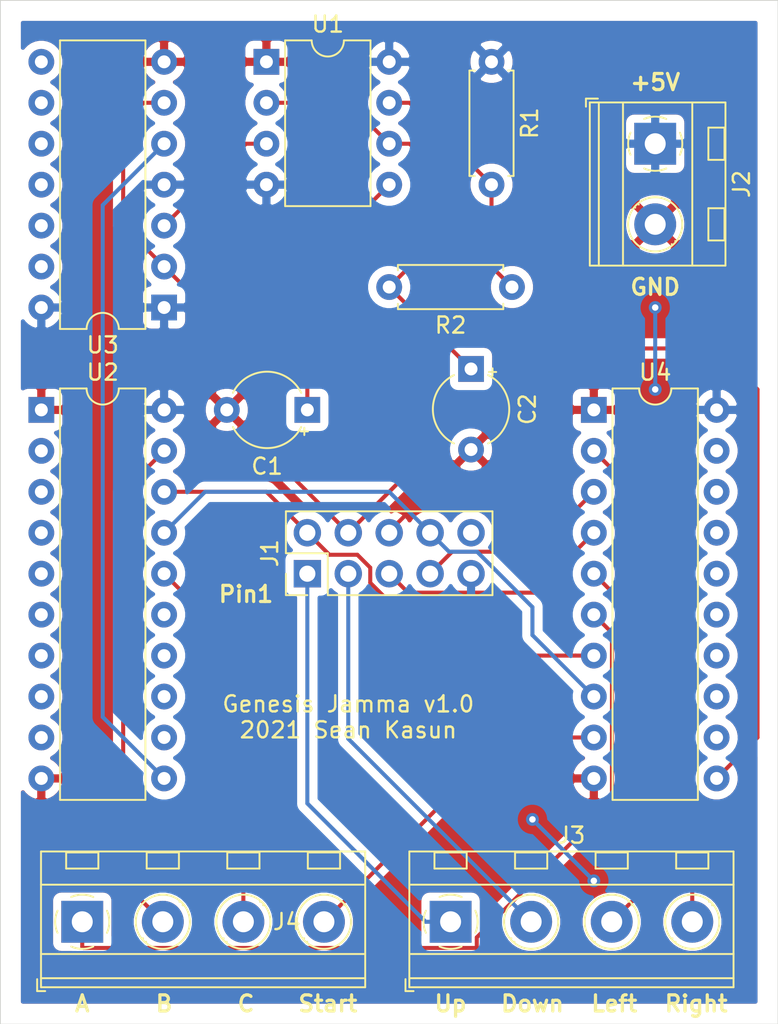
<source format=kicad_pcb>
(kicad_pcb (version 20171130) (host pcbnew "(5.1.5-0-10_14)")

  (general
    (thickness 1.6)
    (drawings 16)
    (tracks 89)
    (zones 0)
    (modules 12)
    (nets 21)
  )

  (page A4)
  (layers
    (0 F.Cu signal)
    (31 B.Cu signal)
    (32 B.Adhes user)
    (33 F.Adhes user)
    (34 B.Paste user)
    (35 F.Paste user)
    (36 B.SilkS user)
    (37 F.SilkS user)
    (38 B.Mask user)
    (39 F.Mask user)
    (40 Dwgs.User user)
    (41 Cmts.User user)
    (42 Eco1.User user)
    (43 Eco2.User user)
    (44 Edge.Cuts user)
    (45 Margin user)
    (46 B.CrtYd user)
    (47 F.CrtYd user)
    (48 B.Fab user)
    (49 F.Fab user)
  )

  (setup
    (last_trace_width 0.25)
    (trace_clearance 0.2)
    (zone_clearance 0.508)
    (zone_45_only no)
    (trace_min 0.2)
    (via_size 0.8)
    (via_drill 0.4)
    (via_min_size 0.4)
    (via_min_drill 0.3)
    (uvia_size 0.3)
    (uvia_drill 0.1)
    (uvias_allowed no)
    (uvia_min_size 0.2)
    (uvia_min_drill 0.1)
    (edge_width 0.05)
    (segment_width 0.2)
    (pcb_text_width 0.3)
    (pcb_text_size 1.5 1.5)
    (mod_edge_width 0.12)
    (mod_text_size 1 1)
    (mod_text_width 0.15)
    (pad_size 1.524 1.524)
    (pad_drill 0.762)
    (pad_to_mask_clearance 0.051)
    (solder_mask_min_width 0.25)
    (aux_axis_origin 187.96 95.25)
    (grid_origin 187.96 95.25)
    (visible_elements FFFFFF7F)
    (pcbplotparams
      (layerselection 0x010fc_ffffffff)
      (usegerberextensions false)
      (usegerberattributes false)
      (usegerberadvancedattributes false)
      (creategerberjobfile false)
      (excludeedgelayer true)
      (linewidth 0.100000)
      (plotframeref false)
      (viasonmask false)
      (mode 1)
      (useauxorigin false)
      (hpglpennumber 1)
      (hpglpenspeed 20)
      (hpglpendiameter 15.000000)
      (psnegative false)
      (psa4output false)
      (plotreference true)
      (plotvalue true)
      (plotinvisibletext false)
      (padsonsilk false)
      (subtractmaskfromsilk false)
      (outputformat 1)
      (mirror false)
      (drillshape 0)
      (scaleselection 1)
      (outputdirectory ""))
  )

  (net 0 "")
  (net 1 "Net-(C1-Pad1)")
  (net 2 GND)
  (net 3 "Net-(C2-Pad1)")
  (net 4 /up)
  (net 5 /btna_btnb)
  (net 6 /down)
  (net 7 /select)
  (net 8 /gnd_left)
  (net 9 /gnd_right)
  (net 10 /start_btnc)
  (net 11 +5V)
  (net 12 /left_out)
  (net 13 /right_out)
  (net 14 /start_out)
  (net 15 btnc_out)
  (net 16 btnb_out)
  (net 17 /btna_out)
  (net 18 "Net-(R1-Pad2)")
  (net 19 "Net-(U1-Pad3)")
  (net 20 "Net-(U2-Pad11)")

  (net_class Default "This is the default net class."
    (clearance 0.2)
    (trace_width 0.25)
    (via_dia 0.8)
    (via_drill 0.4)
    (uvia_dia 0.3)
    (uvia_drill 0.1)
    (add_net +5V)
    (add_net /btna_btnb)
    (add_net /btna_out)
    (add_net /down)
    (add_net /gnd_left)
    (add_net /gnd_right)
    (add_net /left_out)
    (add_net /right_out)
    (add_net /select)
    (add_net /start_btnc)
    (add_net /start_out)
    (add_net /up)
    (add_net GND)
    (add_net "Net-(C1-Pad1)")
    (add_net "Net-(C2-Pad1)")
    (add_net "Net-(R1-Pad2)")
    (add_net "Net-(U1-Pad3)")
    (add_net "Net-(U2-Pad11)")
    (add_net btnb_out)
    (add_net btnc_out)
  )

  (module Package_DIP:DIP-14_W7.62mm (layer F.Cu) (tedit 5A02E8C5) (tstamp 61A36898)
    (at 198.12 50.8 180)
    (descr "14-lead though-hole mounted DIP package, row spacing 7.62 mm (300 mils)")
    (tags "THT DIP DIL PDIP 2.54mm 7.62mm 300mil")
    (path /61A37E01)
    (fp_text reference U3 (at 3.81 -2.33) (layer F.SilkS)
      (effects (font (size 1 1) (thickness 0.15)))
    )
    (fp_text value 74LS74 (at 3.81 17.57) (layer F.Fab)
      (effects (font (size 1 1) (thickness 0.15)))
    )
    (fp_arc (start 3.81 -1.33) (end 2.81 -1.33) (angle -180) (layer F.SilkS) (width 0.12))
    (fp_line (start 1.635 -1.27) (end 6.985 -1.27) (layer F.Fab) (width 0.1))
    (fp_line (start 6.985 -1.27) (end 6.985 16.51) (layer F.Fab) (width 0.1))
    (fp_line (start 6.985 16.51) (end 0.635 16.51) (layer F.Fab) (width 0.1))
    (fp_line (start 0.635 16.51) (end 0.635 -0.27) (layer F.Fab) (width 0.1))
    (fp_line (start 0.635 -0.27) (end 1.635 -1.27) (layer F.Fab) (width 0.1))
    (fp_line (start 2.81 -1.33) (end 1.16 -1.33) (layer F.SilkS) (width 0.12))
    (fp_line (start 1.16 -1.33) (end 1.16 16.57) (layer F.SilkS) (width 0.12))
    (fp_line (start 1.16 16.57) (end 6.46 16.57) (layer F.SilkS) (width 0.12))
    (fp_line (start 6.46 16.57) (end 6.46 -1.33) (layer F.SilkS) (width 0.12))
    (fp_line (start 6.46 -1.33) (end 4.81 -1.33) (layer F.SilkS) (width 0.12))
    (fp_line (start -1.1 -1.55) (end -1.1 16.8) (layer F.CrtYd) (width 0.05))
    (fp_line (start -1.1 16.8) (end 8.7 16.8) (layer F.CrtYd) (width 0.05))
    (fp_line (start 8.7 16.8) (end 8.7 -1.55) (layer F.CrtYd) (width 0.05))
    (fp_line (start 8.7 -1.55) (end -1.1 -1.55) (layer F.CrtYd) (width 0.05))
    (fp_text user %R (at 3.81 7.62) (layer F.Fab)
      (effects (font (size 1 1) (thickness 0.15)))
    )
    (pad 1 thru_hole rect (at 0 0 180) (size 1.6 1.6) (drill 0.8) (layers *.Cu *.Mask)
      (net 11 +5V))
    (pad 8 thru_hole oval (at 7.62 15.24 180) (size 1.6 1.6) (drill 0.8) (layers *.Cu *.Mask))
    (pad 2 thru_hole oval (at 0 2.54 180) (size 1.6 1.6) (drill 0.8) (layers *.Cu *.Mask)
      (net 7 /select))
    (pad 9 thru_hole oval (at 7.62 12.7 180) (size 1.6 1.6) (drill 0.8) (layers *.Cu *.Mask))
    (pad 3 thru_hole oval (at 0 5.08 180) (size 1.6 1.6) (drill 0.8) (layers *.Cu *.Mask)
      (net 19 "Net-(U1-Pad3)"))
    (pad 10 thru_hole oval (at 7.62 10.16 180) (size 1.6 1.6) (drill 0.8) (layers *.Cu *.Mask))
    (pad 4 thru_hole oval (at 0 7.62 180) (size 1.6 1.6) (drill 0.8) (layers *.Cu *.Mask)
      (net 11 +5V))
    (pad 11 thru_hole oval (at 7.62 7.62 180) (size 1.6 1.6) (drill 0.8) (layers *.Cu *.Mask))
    (pad 5 thru_hole oval (at 0 10.16 180) (size 1.6 1.6) (drill 0.8) (layers *.Cu *.Mask)
      (net 20 "Net-(U2-Pad11)"))
    (pad 12 thru_hole oval (at 7.62 5.08 180) (size 1.6 1.6) (drill 0.8) (layers *.Cu *.Mask))
    (pad 6 thru_hole oval (at 0 12.7 180) (size 1.6 1.6) (drill 0.8) (layers *.Cu *.Mask)
      (net 7 /select))
    (pad 13 thru_hole oval (at 7.62 2.54 180) (size 1.6 1.6) (drill 0.8) (layers *.Cu *.Mask))
    (pad 7 thru_hole oval (at 0 15.24 180) (size 1.6 1.6) (drill 0.8) (layers *.Cu *.Mask)
      (net 2 GND))
    (pad 14 thru_hole oval (at 7.62 0 180) (size 1.6 1.6) (drill 0.8) (layers *.Cu *.Mask)
      (net 11 +5V))
    (model ${KISYS3DMOD}/Package_DIP.3dshapes/DIP-14_W7.62mm.wrl
      (at (xyz 0 0 0))
      (scale (xyz 1 1 1))
      (rotate (xyz 0 0 0))
    )
  )

  (module Package_DIP:DIP-8_W7.62mm (layer F.Cu) (tedit 5A02E8C5) (tstamp 61A33DC3)
    (at 204.47 35.56)
    (descr "8-lead though-hole mounted DIP package, row spacing 7.62 mm (300 mils)")
    (tags "THT DIP DIL PDIP 2.54mm 7.62mm 300mil")
    (path /61A2C3A0)
    (fp_text reference U1 (at 3.81 -2.33) (layer F.SilkS)
      (effects (font (size 1 1) (thickness 0.15)))
    )
    (fp_text value NE555 (at 3.81 9.95) (layer F.Fab)
      (effects (font (size 1 1) (thickness 0.15)))
    )
    (fp_arc (start 3.81 -1.33) (end 2.81 -1.33) (angle -180) (layer F.SilkS) (width 0.12))
    (fp_line (start 1.635 -1.27) (end 6.985 -1.27) (layer F.Fab) (width 0.1))
    (fp_line (start 6.985 -1.27) (end 6.985 8.89) (layer F.Fab) (width 0.1))
    (fp_line (start 6.985 8.89) (end 0.635 8.89) (layer F.Fab) (width 0.1))
    (fp_line (start 0.635 8.89) (end 0.635 -0.27) (layer F.Fab) (width 0.1))
    (fp_line (start 0.635 -0.27) (end 1.635 -1.27) (layer F.Fab) (width 0.1))
    (fp_line (start 2.81 -1.33) (end 1.16 -1.33) (layer F.SilkS) (width 0.12))
    (fp_line (start 1.16 -1.33) (end 1.16 8.95) (layer F.SilkS) (width 0.12))
    (fp_line (start 1.16 8.95) (end 6.46 8.95) (layer F.SilkS) (width 0.12))
    (fp_line (start 6.46 8.95) (end 6.46 -1.33) (layer F.SilkS) (width 0.12))
    (fp_line (start 6.46 -1.33) (end 4.81 -1.33) (layer F.SilkS) (width 0.12))
    (fp_line (start -1.1 -1.55) (end -1.1 9.15) (layer F.CrtYd) (width 0.05))
    (fp_line (start -1.1 9.15) (end 8.7 9.15) (layer F.CrtYd) (width 0.05))
    (fp_line (start 8.7 9.15) (end 8.7 -1.55) (layer F.CrtYd) (width 0.05))
    (fp_line (start 8.7 -1.55) (end -1.1 -1.55) (layer F.CrtYd) (width 0.05))
    (fp_text user %R (at 3.81 3.81) (layer F.Fab)
      (effects (font (size 1 1) (thickness 0.15)))
    )
    (pad 1 thru_hole rect (at 0 0) (size 1.6 1.6) (drill 0.8) (layers *.Cu *.Mask)
      (net 2 GND))
    (pad 5 thru_hole oval (at 7.62 7.62) (size 1.6 1.6) (drill 0.8) (layers *.Cu *.Mask)
      (net 1 "Net-(C1-Pad1)"))
    (pad 2 thru_hole oval (at 0 2.54) (size 1.6 1.6) (drill 0.8) (layers *.Cu *.Mask)
      (net 3 "Net-(C2-Pad1)"))
    (pad 6 thru_hole oval (at 7.62 5.08) (size 1.6 1.6) (drill 0.8) (layers *.Cu *.Mask)
      (net 3 "Net-(C2-Pad1)"))
    (pad 3 thru_hole oval (at 0 5.08) (size 1.6 1.6) (drill 0.8) (layers *.Cu *.Mask)
      (net 19 "Net-(U1-Pad3)"))
    (pad 7 thru_hole oval (at 7.62 2.54) (size 1.6 1.6) (drill 0.8) (layers *.Cu *.Mask)
      (net 18 "Net-(R1-Pad2)"))
    (pad 4 thru_hole oval (at 0 7.62) (size 1.6 1.6) (drill 0.8) (layers *.Cu *.Mask)
      (net 11 +5V))
    (pad 8 thru_hole oval (at 7.62 0) (size 1.6 1.6) (drill 0.8) (layers *.Cu *.Mask)
      (net 11 +5V))
    (model ${KISYS3DMOD}/Package_DIP.3dshapes/DIP-8_W7.62mm.wrl
      (at (xyz 0 0 0))
      (scale (xyz 1 1 1))
      (rotate (xyz 0 0 0))
    )
  )

  (module Capacitor_THT:CP_Radial_Tantal_D4.5mm_P5.00mm (layer F.Cu) (tedit 5AE50EF0) (tstamp 61A370E5)
    (at 207.01 57.15 180)
    (descr "CP, Radial_Tantal series, Radial, pin pitch=5.00mm, , diameter=4.5mm, Tantal Electrolytic Capacitor, http://cdn-reichelt.de/documents/datenblatt/B300/TANTAL-TB-Serie%23.pdf")
    (tags "CP Radial_Tantal series Radial pin pitch 5.00mm  diameter 4.5mm Tantal Electrolytic Capacitor")
    (path /61A304FE)
    (fp_text reference C1 (at 2.5 -3.5) (layer F.SilkS)
      (effects (font (size 1 1) (thickness 0.15)))
    )
    (fp_text value 0.22uF (at 2.5 3.5) (layer F.Fab)
      (effects (font (size 1 1) (thickness 0.15)))
    )
    (fp_arc (start 2.5 0) (end 0.380259 -1.06) (angle 126.864288) (layer F.SilkS) (width 0.12))
    (fp_arc (start 2.5 0) (end 0.380259 1.06) (angle -126.864288) (layer F.SilkS) (width 0.12))
    (fp_circle (center 2.5 0) (end 4.75 0) (layer F.Fab) (width 0.1))
    (fp_circle (center 2.5 0) (end 6.22 0) (layer F.CrtYd) (width 0.05))
    (fp_line (start 0.58192 -0.9775) (end 1.03192 -0.9775) (layer F.Fab) (width 0.1))
    (fp_line (start 0.80692 -1.2025) (end 0.80692 -0.7525) (layer F.Fab) (width 0.1))
    (fp_line (start -0.037288 -1.335) (end 0.412712 -1.335) (layer F.SilkS) (width 0.12))
    (fp_line (start 0.187712 -1.56) (end 0.187712 -1.11) (layer F.SilkS) (width 0.12))
    (fp_text user %R (at 2.5 0) (layer F.Fab)
      (effects (font (size 0.9 0.9) (thickness 0.135)))
    )
    (pad 1 thru_hole rect (at 0 0 180) (size 1.6 1.6) (drill 0.8) (layers *.Cu *.Mask)
      (net 1 "Net-(C1-Pad1)"))
    (pad 2 thru_hole circle (at 5 0 180) (size 1.6 1.6) (drill 0.8) (layers *.Cu *.Mask)
      (net 2 GND))
    (model ${KISYS3DMOD}/Capacitor_THT.3dshapes/CP_Radial_Tantal_D4.5mm_P5.00mm.wrl
      (at (xyz 0 0 0))
      (scale (xyz 1 1 1))
      (rotate (xyz 0 0 0))
    )
  )

  (module Capacitor_THT:CP_Radial_Tantal_D4.5mm_P5.00mm (layer F.Cu) (tedit 5AE50EF0) (tstamp 61A366EC)
    (at 217.17 54.61 270)
    (descr "CP, Radial_Tantal series, Radial, pin pitch=5.00mm, , diameter=4.5mm, Tantal Electrolytic Capacitor, http://cdn-reichelt.de/documents/datenblatt/B300/TANTAL-TB-Serie%23.pdf")
    (tags "CP Radial_Tantal series Radial pin pitch 5.00mm  diameter 4.5mm Tantal Electrolytic Capacitor")
    (path /61A30CA0)
    (fp_text reference C2 (at 2.5 -3.5 90) (layer F.SilkS)
      (effects (font (size 1 1) (thickness 0.15)))
    )
    (fp_text value 0.22uF (at 2.5 3.5 90) (layer F.Fab)
      (effects (font (size 1 1) (thickness 0.15)))
    )
    (fp_text user %R (at 2.5 0 90) (layer F.Fab)
      (effects (font (size 0.9 0.9) (thickness 0.135)))
    )
    (fp_line (start 0.187712 -1.56) (end 0.187712 -1.11) (layer F.SilkS) (width 0.12))
    (fp_line (start -0.037288 -1.335) (end 0.412712 -1.335) (layer F.SilkS) (width 0.12))
    (fp_line (start 0.80692 -1.2025) (end 0.80692 -0.7525) (layer F.Fab) (width 0.1))
    (fp_line (start 0.58192 -0.9775) (end 1.03192 -0.9775) (layer F.Fab) (width 0.1))
    (fp_circle (center 2.5 0) (end 6.22 0) (layer F.CrtYd) (width 0.05))
    (fp_circle (center 2.5 0) (end 4.75 0) (layer F.Fab) (width 0.1))
    (fp_arc (start 2.5 0) (end 0.380259 1.06) (angle -126.864288) (layer F.SilkS) (width 0.12))
    (fp_arc (start 2.5 0) (end 0.380259 -1.06) (angle 126.864288) (layer F.SilkS) (width 0.12))
    (pad 2 thru_hole circle (at 5 0 270) (size 1.6 1.6) (drill 0.8) (layers *.Cu *.Mask)
      (net 2 GND))
    (pad 1 thru_hole rect (at 0 0 270) (size 1.6 1.6) (drill 0.8) (layers *.Cu *.Mask)
      (net 3 "Net-(C2-Pad1)"))
    (model ${KISYS3DMOD}/Capacitor_THT.3dshapes/CP_Radial_Tantal_D4.5mm_P5.00mm.wrl
      (at (xyz 0 0 0))
      (scale (xyz 1 1 1))
      (rotate (xyz 0 0 0))
    )
  )

  (module Connector_PinHeader_2.54mm:PinHeader_2x05_P2.54mm_Vertical (layer F.Cu) (tedit 59FED5CC) (tstamp 61A3670C)
    (at 207.01 67.31 90)
    (descr "Through hole straight pin header, 2x05, 2.54mm pitch, double rows")
    (tags "Through hole pin header THT 2x05 2.54mm double row")
    (path /61A5CF7A)
    (fp_text reference J1 (at 1.27 -2.33 90) (layer F.SilkS)
      (effects (font (size 1 1) (thickness 0.15)))
    )
    (fp_text value Conn_02x05_Odd_Even (at 1.27 12.49 90) (layer F.Fab)
      (effects (font (size 1 1) (thickness 0.15)))
    )
    (fp_line (start 0 -1.27) (end 3.81 -1.27) (layer F.Fab) (width 0.1))
    (fp_line (start 3.81 -1.27) (end 3.81 11.43) (layer F.Fab) (width 0.1))
    (fp_line (start 3.81 11.43) (end -1.27 11.43) (layer F.Fab) (width 0.1))
    (fp_line (start -1.27 11.43) (end -1.27 0) (layer F.Fab) (width 0.1))
    (fp_line (start -1.27 0) (end 0 -1.27) (layer F.Fab) (width 0.1))
    (fp_line (start -1.33 11.49) (end 3.87 11.49) (layer F.SilkS) (width 0.12))
    (fp_line (start -1.33 1.27) (end -1.33 11.49) (layer F.SilkS) (width 0.12))
    (fp_line (start 3.87 -1.33) (end 3.87 11.49) (layer F.SilkS) (width 0.12))
    (fp_line (start -1.33 1.27) (end 1.27 1.27) (layer F.SilkS) (width 0.12))
    (fp_line (start 1.27 1.27) (end 1.27 -1.33) (layer F.SilkS) (width 0.12))
    (fp_line (start 1.27 -1.33) (end 3.87 -1.33) (layer F.SilkS) (width 0.12))
    (fp_line (start -1.33 0) (end -1.33 -1.33) (layer F.SilkS) (width 0.12))
    (fp_line (start -1.33 -1.33) (end 0 -1.33) (layer F.SilkS) (width 0.12))
    (fp_line (start -1.8 -1.8) (end -1.8 11.95) (layer F.CrtYd) (width 0.05))
    (fp_line (start -1.8 11.95) (end 4.35 11.95) (layer F.CrtYd) (width 0.05))
    (fp_line (start 4.35 11.95) (end 4.35 -1.8) (layer F.CrtYd) (width 0.05))
    (fp_line (start 4.35 -1.8) (end -1.8 -1.8) (layer F.CrtYd) (width 0.05))
    (fp_text user %R (at 1.27 5.08) (layer F.Fab)
      (effects (font (size 1 1) (thickness 0.15)))
    )
    (pad 1 thru_hole rect (at 0 0 90) (size 1.7 1.7) (drill 1) (layers *.Cu *.Mask)
      (net 4 /up))
    (pad 2 thru_hole oval (at 2.54 0 90) (size 1.7 1.7) (drill 1) (layers *.Cu *.Mask)
      (net 5 /btna_btnb))
    (pad 3 thru_hole oval (at 0 2.54 90) (size 1.7 1.7) (drill 1) (layers *.Cu *.Mask)
      (net 6 /down))
    (pad 4 thru_hole oval (at 2.54 2.54 90) (size 1.7 1.7) (drill 1) (layers *.Cu *.Mask)
      (net 7 /select))
    (pad 5 thru_hole oval (at 0 5.08 90) (size 1.7 1.7) (drill 1) (layers *.Cu *.Mask)
      (net 8 /gnd_left))
    (pad 6 thru_hole oval (at 2.54 5.08 90) (size 1.7 1.7) (drill 1) (layers *.Cu *.Mask)
      (net 2 GND))
    (pad 7 thru_hole oval (at 0 7.62 90) (size 1.7 1.7) (drill 1) (layers *.Cu *.Mask)
      (net 9 /gnd_right))
    (pad 8 thru_hole oval (at 2.54 7.62 90) (size 1.7 1.7) (drill 1) (layers *.Cu *.Mask)
      (net 10 /start_btnc))
    (pad 9 thru_hole oval (at 0 10.16 90) (size 1.7 1.7) (drill 1) (layers *.Cu *.Mask)
      (net 11 +5V))
    (pad 10 thru_hole oval (at 2.54 10.16 90) (size 1.7 1.7) (drill 1) (layers *.Cu *.Mask))
    (model ${KISYS3DMOD}/Connector_PinHeader_2.54mm.3dshapes/PinHeader_2x05_P2.54mm_Vertical.wrl
      (at (xyz 0 0 0))
      (scale (xyz 1 1 1))
      (rotate (xyz 0 0 0))
    )
  )

  (module TerminalBlock_MetzConnect:TerminalBlock_MetzConnect_Type094_RT03502HBLU_1x02_P5.00mm_Horizontal (layer F.Cu) (tedit 5B294E9C) (tstamp 61A36748)
    (at 228.6 40.64 270)
    (descr "terminal block Metz Connect Type094_RT03502HBLU, 2 pins, pitch 5mm, size 10x8.3mm^2, drill diamater 1.3mm, pad diameter 2.6mm, see http://www.metz-connect.com/ru/system/files/productfiles/Data_sheet_310941_RT035xxHBLU_OFF-022742T.pdf, script-generated using https://github.com/pointhi/kicad-footprint-generator/scripts/TerminalBlock_MetzConnect")
    (tags "THT terminal block Metz Connect Type094_RT03502HBLU pitch 5mm size 10x8.3mm^2 drill 1.3mm pad 2.6mm")
    (path /61B477A8)
    (fp_text reference J2 (at 2.5 -5.36 90) (layer F.SilkS)
      (effects (font (size 1 1) (thickness 0.15)))
    )
    (fp_text value Screw_Terminal_01x02 (at 2.5 5.06 90) (layer F.Fab)
      (effects (font (size 1 1) (thickness 0.15)))
    )
    (fp_arc (start 0 0) (end 0 1.68) (angle -24) (layer F.SilkS) (width 0.12))
    (fp_arc (start 0 0) (end 1.535 0.684) (angle -48) (layer F.SilkS) (width 0.12))
    (fp_arc (start 0 0) (end 0.684 -1.535) (angle -48) (layer F.SilkS) (width 0.12))
    (fp_arc (start 0 0) (end -1.535 -0.684) (angle -48) (layer F.SilkS) (width 0.12))
    (fp_arc (start 0 0) (end -0.684 1.535) (angle -25) (layer F.SilkS) (width 0.12))
    (fp_circle (center 0 0) (end 1.5 0) (layer F.Fab) (width 0.1))
    (fp_circle (center 5 0) (end 6.5 0) (layer F.Fab) (width 0.1))
    (fp_circle (center 5 0) (end 6.68 0) (layer F.SilkS) (width 0.12))
    (fp_line (start -2.5 -4.3) (end 7.5 -4.3) (layer F.Fab) (width 0.1))
    (fp_line (start 7.5 -4.3) (end 7.5 4) (layer F.Fab) (width 0.1))
    (fp_line (start 7.5 4) (end -2 4) (layer F.Fab) (width 0.1))
    (fp_line (start -2 4) (end -2.5 3.5) (layer F.Fab) (width 0.1))
    (fp_line (start -2.5 3.5) (end -2.5 -4.3) (layer F.Fab) (width 0.1))
    (fp_line (start -2.5 3.5) (end 7.5 3.5) (layer F.Fab) (width 0.1))
    (fp_line (start -2.56 3.5) (end 7.56 3.5) (layer F.SilkS) (width 0.12))
    (fp_line (start -2.5 2) (end 7.5 2) (layer F.Fab) (width 0.1))
    (fp_line (start -2.56 2) (end 7.56 2) (layer F.SilkS) (width 0.12))
    (fp_line (start -2.5 -2.3) (end 7.5 -2.3) (layer F.Fab) (width 0.1))
    (fp_line (start -2.56 -2.301) (end 7.56 -2.301) (layer F.SilkS) (width 0.12))
    (fp_line (start -2.56 -4.36) (end 7.56 -4.36) (layer F.SilkS) (width 0.12))
    (fp_line (start -2.56 4.06) (end 7.56 4.06) (layer F.SilkS) (width 0.12))
    (fp_line (start -2.56 -4.36) (end -2.56 4.06) (layer F.SilkS) (width 0.12))
    (fp_line (start 7.56 -4.36) (end 7.56 4.06) (layer F.SilkS) (width 0.12))
    (fp_line (start 1.138 -0.955) (end -0.955 1.138) (layer F.Fab) (width 0.1))
    (fp_line (start 0.955 -1.138) (end -1.138 0.955) (layer F.Fab) (width 0.1))
    (fp_line (start -1 -4.3) (end -1 -3.3) (layer F.Fab) (width 0.1))
    (fp_line (start -1 -3.3) (end 1 -3.3) (layer F.Fab) (width 0.1))
    (fp_line (start 1 -3.3) (end 1 -4.3) (layer F.Fab) (width 0.1))
    (fp_line (start 1 -4.3) (end -1 -4.3) (layer F.Fab) (width 0.1))
    (fp_line (start -1 -4.3) (end 1 -4.3) (layer F.SilkS) (width 0.12))
    (fp_line (start -1 -3.3) (end 1 -3.3) (layer F.SilkS) (width 0.12))
    (fp_line (start -1 -4.3) (end -1 -3.3) (layer F.SilkS) (width 0.12))
    (fp_line (start 1 -4.3) (end 1 -3.3) (layer F.SilkS) (width 0.12))
    (fp_line (start 6.138 -0.955) (end 4.046 1.138) (layer F.Fab) (width 0.1))
    (fp_line (start 5.955 -1.138) (end 3.863 0.955) (layer F.Fab) (width 0.1))
    (fp_line (start 6.275 -1.069) (end 6.228 -1.023) (layer F.SilkS) (width 0.12))
    (fp_line (start 3.966 1.239) (end 3.931 1.274) (layer F.SilkS) (width 0.12))
    (fp_line (start 6.07 -1.275) (end 6.035 -1.239) (layer F.SilkS) (width 0.12))
    (fp_line (start 3.773 1.023) (end 3.726 1.069) (layer F.SilkS) (width 0.12))
    (fp_line (start 4 -4.3) (end 4 -3.3) (layer F.Fab) (width 0.1))
    (fp_line (start 4 -3.3) (end 6 -3.3) (layer F.Fab) (width 0.1))
    (fp_line (start 6 -3.3) (end 6 -4.3) (layer F.Fab) (width 0.1))
    (fp_line (start 6 -4.3) (end 4 -4.3) (layer F.Fab) (width 0.1))
    (fp_line (start 4 -4.3) (end 6 -4.3) (layer F.SilkS) (width 0.12))
    (fp_line (start 4 -3.3) (end 6 -3.3) (layer F.SilkS) (width 0.12))
    (fp_line (start 4 -4.3) (end 4 -3.3) (layer F.SilkS) (width 0.12))
    (fp_line (start 6 -4.3) (end 6 -3.3) (layer F.SilkS) (width 0.12))
    (fp_line (start -2.8 3.56) (end -2.8 4.3) (layer F.SilkS) (width 0.12))
    (fp_line (start -2.8 4.3) (end -2.3 4.3) (layer F.SilkS) (width 0.12))
    (fp_line (start -3 -4.81) (end -3 4.5) (layer F.CrtYd) (width 0.05))
    (fp_line (start -3 4.5) (end 8 4.5) (layer F.CrtYd) (width 0.05))
    (fp_line (start 8 4.5) (end 8 -4.81) (layer F.CrtYd) (width 0.05))
    (fp_line (start 8 -4.81) (end -3 -4.81) (layer F.CrtYd) (width 0.05))
    (fp_text user %R (at 2.5 2.75 90) (layer F.Fab)
      (effects (font (size 1 1) (thickness 0.15)))
    )
    (pad 1 thru_hole rect (at 0 0 270) (size 2.6 2.6) (drill 1.3) (layers *.Cu *.Mask)
      (net 11 +5V))
    (pad 2 thru_hole circle (at 5 0 270) (size 2.6 2.6) (drill 1.3) (layers *.Cu *.Mask)
      (net 2 GND))
    (model ${KISYS3DMOD}/TerminalBlock_MetzConnect.3dshapes/TerminalBlock_MetzConnect_Type094_RT03502HBLU_1x02_P5.00mm_Horizontal.wrl
      (at (xyz 0 0 0))
      (scale (xyz 1 1 1))
      (rotate (xyz 0 0 0))
    )
  )

  (module TerminalBlock_MetzConnect:TerminalBlock_MetzConnect_Type094_RT03504HBLU_1x04_P5.00mm_Horizontal (layer F.Cu) (tedit 5B294E9D) (tstamp 61A367A6)
    (at 215.9 88.9)
    (descr "terminal block Metz Connect Type094_RT03504HBLU, 4 pins, pitch 5mm, size 20x8.3mm^2, drill diamater 1.3mm, pad diameter 2.6mm, see http://www.metz-connect.com/ru/system/files/productfiles/Data_sheet_310941_RT035xxHBLU_OFF-022742T.pdf, script-generated using https://github.com/pointhi/kicad-footprint-generator/scripts/TerminalBlock_MetzConnect")
    (tags "THT terminal block Metz Connect Type094_RT03504HBLU pitch 5mm size 20x8.3mm^2 drill 1.3mm pad 2.6mm")
    (path /61B45538)
    (fp_text reference J3 (at 7.5 -5.36) (layer F.SilkS)
      (effects (font (size 1 1) (thickness 0.15)))
    )
    (fp_text value Screw_Terminal_01x04 (at 7.5 5.06) (layer F.Fab) hide
      (effects (font (size 1 1) (thickness 0.15)))
    )
    (fp_arc (start 0 0) (end 0 1.68) (angle -24) (layer F.SilkS) (width 0.12))
    (fp_arc (start 0 0) (end 1.535 0.684) (angle -48) (layer F.SilkS) (width 0.12))
    (fp_arc (start 0 0) (end 0.684 -1.535) (angle -48) (layer F.SilkS) (width 0.12))
    (fp_arc (start 0 0) (end -1.535 -0.684) (angle -48) (layer F.SilkS) (width 0.12))
    (fp_arc (start 0 0) (end -0.684 1.535) (angle -25) (layer F.SilkS) (width 0.12))
    (fp_circle (center 0 0) (end 1.5 0) (layer F.Fab) (width 0.1))
    (fp_circle (center 5 0) (end 6.5 0) (layer F.Fab) (width 0.1))
    (fp_circle (center 5 0) (end 6.68 0) (layer F.SilkS) (width 0.12))
    (fp_circle (center 10 0) (end 11.5 0) (layer F.Fab) (width 0.1))
    (fp_circle (center 10 0) (end 11.68 0) (layer F.SilkS) (width 0.12))
    (fp_circle (center 15 0) (end 16.5 0) (layer F.Fab) (width 0.1))
    (fp_circle (center 15 0) (end 16.68 0) (layer F.SilkS) (width 0.12))
    (fp_line (start -2.5 -4.3) (end 17.5 -4.3) (layer F.Fab) (width 0.1))
    (fp_line (start 17.5 -4.3) (end 17.5 4) (layer F.Fab) (width 0.1))
    (fp_line (start 17.5 4) (end -2 4) (layer F.Fab) (width 0.1))
    (fp_line (start -2 4) (end -2.5 3.5) (layer F.Fab) (width 0.1))
    (fp_line (start -2.5 3.5) (end -2.5 -4.3) (layer F.Fab) (width 0.1))
    (fp_line (start -2.5 3.5) (end 17.5 3.5) (layer F.Fab) (width 0.1))
    (fp_line (start -2.56 3.5) (end 17.561 3.5) (layer F.SilkS) (width 0.12))
    (fp_line (start -2.5 2) (end 17.5 2) (layer F.Fab) (width 0.1))
    (fp_line (start -2.56 2) (end 17.561 2) (layer F.SilkS) (width 0.12))
    (fp_line (start -2.5 -2.3) (end 17.5 -2.3) (layer F.Fab) (width 0.1))
    (fp_line (start -2.56 -2.301) (end 17.561 -2.301) (layer F.SilkS) (width 0.12))
    (fp_line (start -2.56 -4.36) (end 17.561 -4.36) (layer F.SilkS) (width 0.12))
    (fp_line (start -2.56 4.06) (end 17.561 4.06) (layer F.SilkS) (width 0.12))
    (fp_line (start -2.56 -4.36) (end -2.56 4.06) (layer F.SilkS) (width 0.12))
    (fp_line (start 17.561 -4.36) (end 17.561 4.06) (layer F.SilkS) (width 0.12))
    (fp_line (start 1.138 -0.955) (end -0.955 1.138) (layer F.Fab) (width 0.1))
    (fp_line (start 0.955 -1.138) (end -1.138 0.955) (layer F.Fab) (width 0.1))
    (fp_line (start -1 -4.3) (end -1 -3.3) (layer F.Fab) (width 0.1))
    (fp_line (start -1 -3.3) (end 1 -3.3) (layer F.Fab) (width 0.1))
    (fp_line (start 1 -3.3) (end 1 -4.3) (layer F.Fab) (width 0.1))
    (fp_line (start 1 -4.3) (end -1 -4.3) (layer F.Fab) (width 0.1))
    (fp_line (start -1 -4.3) (end 1 -4.3) (layer F.SilkS) (width 0.12))
    (fp_line (start -1 -3.3) (end 1 -3.3) (layer F.SilkS) (width 0.12))
    (fp_line (start -1 -4.3) (end -1 -3.3) (layer F.SilkS) (width 0.12))
    (fp_line (start 1 -4.3) (end 1 -3.3) (layer F.SilkS) (width 0.12))
    (fp_line (start 6.138 -0.955) (end 4.046 1.138) (layer F.Fab) (width 0.1))
    (fp_line (start 5.955 -1.138) (end 3.863 0.955) (layer F.Fab) (width 0.1))
    (fp_line (start 6.275 -1.069) (end 6.228 -1.023) (layer F.SilkS) (width 0.12))
    (fp_line (start 3.966 1.239) (end 3.931 1.274) (layer F.SilkS) (width 0.12))
    (fp_line (start 6.07 -1.275) (end 6.035 -1.239) (layer F.SilkS) (width 0.12))
    (fp_line (start 3.773 1.023) (end 3.726 1.069) (layer F.SilkS) (width 0.12))
    (fp_line (start 4 -4.3) (end 4 -3.3) (layer F.Fab) (width 0.1))
    (fp_line (start 4 -3.3) (end 6 -3.3) (layer F.Fab) (width 0.1))
    (fp_line (start 6 -3.3) (end 6 -4.3) (layer F.Fab) (width 0.1))
    (fp_line (start 6 -4.3) (end 4 -4.3) (layer F.Fab) (width 0.1))
    (fp_line (start 4 -4.3) (end 6 -4.3) (layer F.SilkS) (width 0.12))
    (fp_line (start 4 -3.3) (end 6 -3.3) (layer F.SilkS) (width 0.12))
    (fp_line (start 4 -4.3) (end 4 -3.3) (layer F.SilkS) (width 0.12))
    (fp_line (start 6 -4.3) (end 6 -3.3) (layer F.SilkS) (width 0.12))
    (fp_line (start 11.138 -0.955) (end 9.046 1.138) (layer F.Fab) (width 0.1))
    (fp_line (start 10.955 -1.138) (end 8.863 0.955) (layer F.Fab) (width 0.1))
    (fp_line (start 11.275 -1.069) (end 11.228 -1.023) (layer F.SilkS) (width 0.12))
    (fp_line (start 8.966 1.239) (end 8.931 1.274) (layer F.SilkS) (width 0.12))
    (fp_line (start 11.07 -1.275) (end 11.035 -1.239) (layer F.SilkS) (width 0.12))
    (fp_line (start 8.773 1.023) (end 8.726 1.069) (layer F.SilkS) (width 0.12))
    (fp_line (start 9 -4.3) (end 9 -3.3) (layer F.Fab) (width 0.1))
    (fp_line (start 9 -3.3) (end 11 -3.3) (layer F.Fab) (width 0.1))
    (fp_line (start 11 -3.3) (end 11 -4.3) (layer F.Fab) (width 0.1))
    (fp_line (start 11 -4.3) (end 9 -4.3) (layer F.Fab) (width 0.1))
    (fp_line (start 9 -4.3) (end 11 -4.3) (layer F.SilkS) (width 0.12))
    (fp_line (start 9 -3.3) (end 11 -3.3) (layer F.SilkS) (width 0.12))
    (fp_line (start 9 -4.3) (end 9 -3.3) (layer F.SilkS) (width 0.12))
    (fp_line (start 11 -4.3) (end 11 -3.3) (layer F.SilkS) (width 0.12))
    (fp_line (start 16.138 -0.955) (end 14.046 1.138) (layer F.Fab) (width 0.1))
    (fp_line (start 15.955 -1.138) (end 13.863 0.955) (layer F.Fab) (width 0.1))
    (fp_line (start 16.275 -1.069) (end 16.228 -1.023) (layer F.SilkS) (width 0.12))
    (fp_line (start 13.966 1.239) (end 13.931 1.274) (layer F.SilkS) (width 0.12))
    (fp_line (start 16.07 -1.275) (end 16.035 -1.239) (layer F.SilkS) (width 0.12))
    (fp_line (start 13.773 1.023) (end 13.726 1.069) (layer F.SilkS) (width 0.12))
    (fp_line (start 14 -4.3) (end 14 -3.3) (layer F.Fab) (width 0.1))
    (fp_line (start 14 -3.3) (end 16 -3.3) (layer F.Fab) (width 0.1))
    (fp_line (start 16 -3.3) (end 16 -4.3) (layer F.Fab) (width 0.1))
    (fp_line (start 16 -4.3) (end 14 -4.3) (layer F.Fab) (width 0.1))
    (fp_line (start 14 -4.3) (end 16 -4.3) (layer F.SilkS) (width 0.12))
    (fp_line (start 14 -3.3) (end 16 -3.3) (layer F.SilkS) (width 0.12))
    (fp_line (start 14 -4.3) (end 14 -3.3) (layer F.SilkS) (width 0.12))
    (fp_line (start 16 -4.3) (end 16 -3.3) (layer F.SilkS) (width 0.12))
    (fp_line (start -2.8 3.56) (end -2.8 4.3) (layer F.SilkS) (width 0.12))
    (fp_line (start -2.8 4.3) (end -2.3 4.3) (layer F.SilkS) (width 0.12))
    (fp_line (start -3 -4.81) (end -3 4.5) (layer F.CrtYd) (width 0.05))
    (fp_line (start -3 4.5) (end 18 4.5) (layer F.CrtYd) (width 0.05))
    (fp_line (start 18 4.5) (end 18 -4.81) (layer F.CrtYd) (width 0.05))
    (fp_line (start 18 -4.81) (end -3 -4.81) (layer F.CrtYd) (width 0.05))
    (fp_text user %R (at 7.5 2.75) (layer F.Fab)
      (effects (font (size 1 1) (thickness 0.15)))
    )
    (pad 1 thru_hole rect (at 0 0) (size 2.6 2.6) (drill 1.3) (layers *.Cu *.Mask)
      (net 4 /up))
    (pad 2 thru_hole circle (at 5 0) (size 2.6 2.6) (drill 1.3) (layers *.Cu *.Mask)
      (net 6 /down))
    (pad 3 thru_hole circle (at 10 0) (size 2.6 2.6) (drill 1.3) (layers *.Cu *.Mask)
      (net 12 /left_out))
    (pad 4 thru_hole circle (at 15 0) (size 2.6 2.6) (drill 1.3) (layers *.Cu *.Mask)
      (net 13 /right_out))
    (model ${KISYS3DMOD}/TerminalBlock_MetzConnect.3dshapes/TerminalBlock_MetzConnect_Type094_RT03504HBLU_1x04_P5.00mm_Horizontal.wrl
      (at (xyz 0 0 0))
      (scale (xyz 1 1 1))
      (rotate (xyz 0 0 0))
    )
  )

  (module TerminalBlock_MetzConnect:TerminalBlock_MetzConnect_Type094_RT03504HBLU_1x04_P5.00mm_Horizontal (layer F.Cu) (tedit 5B294E9D) (tstamp 61A36804)
    (at 193.04 88.9)
    (descr "terminal block Metz Connect Type094_RT03504HBLU, 4 pins, pitch 5mm, size 20x8.3mm^2, drill diamater 1.3mm, pad diameter 2.6mm, see http://www.metz-connect.com/ru/system/files/productfiles/Data_sheet_310941_RT035xxHBLU_OFF-022742T.pdf, script-generated using https://github.com/pointhi/kicad-footprint-generator/scripts/TerminalBlock_MetzConnect")
    (tags "THT terminal block Metz Connect Type094_RT03504HBLU pitch 5mm size 20x8.3mm^2 drill 1.3mm pad 2.6mm")
    (path /61B4654E)
    (fp_text reference J4 (at 12.7 0) (layer F.SilkS)
      (effects (font (size 1 1) (thickness 0.15)))
    )
    (fp_text value Screw_Terminal_01x04 (at 7.5 5.06) (layer F.Fab) hide
      (effects (font (size 1 1) (thickness 0.15)))
    )
    (fp_text user %R (at 7.5 2.75) (layer F.Fab)
      (effects (font (size 1 1) (thickness 0.15)))
    )
    (fp_line (start 18 -4.81) (end -3 -4.81) (layer F.CrtYd) (width 0.05))
    (fp_line (start 18 4.5) (end 18 -4.81) (layer F.CrtYd) (width 0.05))
    (fp_line (start -3 4.5) (end 18 4.5) (layer F.CrtYd) (width 0.05))
    (fp_line (start -3 -4.81) (end -3 4.5) (layer F.CrtYd) (width 0.05))
    (fp_line (start -2.8 4.3) (end -2.3 4.3) (layer F.SilkS) (width 0.12))
    (fp_line (start -2.8 3.56) (end -2.8 4.3) (layer F.SilkS) (width 0.12))
    (fp_line (start 16 -4.3) (end 16 -3.3) (layer F.SilkS) (width 0.12))
    (fp_line (start 14 -4.3) (end 14 -3.3) (layer F.SilkS) (width 0.12))
    (fp_line (start 14 -3.3) (end 16 -3.3) (layer F.SilkS) (width 0.12))
    (fp_line (start 14 -4.3) (end 16 -4.3) (layer F.SilkS) (width 0.12))
    (fp_line (start 16 -4.3) (end 14 -4.3) (layer F.Fab) (width 0.1))
    (fp_line (start 16 -3.3) (end 16 -4.3) (layer F.Fab) (width 0.1))
    (fp_line (start 14 -3.3) (end 16 -3.3) (layer F.Fab) (width 0.1))
    (fp_line (start 14 -4.3) (end 14 -3.3) (layer F.Fab) (width 0.1))
    (fp_line (start 13.773 1.023) (end 13.726 1.069) (layer F.SilkS) (width 0.12))
    (fp_line (start 16.07 -1.275) (end 16.035 -1.239) (layer F.SilkS) (width 0.12))
    (fp_line (start 13.966 1.239) (end 13.931 1.274) (layer F.SilkS) (width 0.12))
    (fp_line (start 16.275 -1.069) (end 16.228 -1.023) (layer F.SilkS) (width 0.12))
    (fp_line (start 15.955 -1.138) (end 13.863 0.955) (layer F.Fab) (width 0.1))
    (fp_line (start 16.138 -0.955) (end 14.046 1.138) (layer F.Fab) (width 0.1))
    (fp_line (start 11 -4.3) (end 11 -3.3) (layer F.SilkS) (width 0.12))
    (fp_line (start 9 -4.3) (end 9 -3.3) (layer F.SilkS) (width 0.12))
    (fp_line (start 9 -3.3) (end 11 -3.3) (layer F.SilkS) (width 0.12))
    (fp_line (start 9 -4.3) (end 11 -4.3) (layer F.SilkS) (width 0.12))
    (fp_line (start 11 -4.3) (end 9 -4.3) (layer F.Fab) (width 0.1))
    (fp_line (start 11 -3.3) (end 11 -4.3) (layer F.Fab) (width 0.1))
    (fp_line (start 9 -3.3) (end 11 -3.3) (layer F.Fab) (width 0.1))
    (fp_line (start 9 -4.3) (end 9 -3.3) (layer F.Fab) (width 0.1))
    (fp_line (start 8.773 1.023) (end 8.726 1.069) (layer F.SilkS) (width 0.12))
    (fp_line (start 11.07 -1.275) (end 11.035 -1.239) (layer F.SilkS) (width 0.12))
    (fp_line (start 8.966 1.239) (end 8.931 1.274) (layer F.SilkS) (width 0.12))
    (fp_line (start 11.275 -1.069) (end 11.228 -1.023) (layer F.SilkS) (width 0.12))
    (fp_line (start 10.955 -1.138) (end 8.863 0.955) (layer F.Fab) (width 0.1))
    (fp_line (start 11.138 -0.955) (end 9.046 1.138) (layer F.Fab) (width 0.1))
    (fp_line (start 6 -4.3) (end 6 -3.3) (layer F.SilkS) (width 0.12))
    (fp_line (start 4 -4.3) (end 4 -3.3) (layer F.SilkS) (width 0.12))
    (fp_line (start 4 -3.3) (end 6 -3.3) (layer F.SilkS) (width 0.12))
    (fp_line (start 4 -4.3) (end 6 -4.3) (layer F.SilkS) (width 0.12))
    (fp_line (start 6 -4.3) (end 4 -4.3) (layer F.Fab) (width 0.1))
    (fp_line (start 6 -3.3) (end 6 -4.3) (layer F.Fab) (width 0.1))
    (fp_line (start 4 -3.3) (end 6 -3.3) (layer F.Fab) (width 0.1))
    (fp_line (start 4 -4.3) (end 4 -3.3) (layer F.Fab) (width 0.1))
    (fp_line (start 3.773 1.023) (end 3.726 1.069) (layer F.SilkS) (width 0.12))
    (fp_line (start 6.07 -1.275) (end 6.035 -1.239) (layer F.SilkS) (width 0.12))
    (fp_line (start 3.966 1.239) (end 3.931 1.274) (layer F.SilkS) (width 0.12))
    (fp_line (start 6.275 -1.069) (end 6.228 -1.023) (layer F.SilkS) (width 0.12))
    (fp_line (start 5.955 -1.138) (end 3.863 0.955) (layer F.Fab) (width 0.1))
    (fp_line (start 6.138 -0.955) (end 4.046 1.138) (layer F.Fab) (width 0.1))
    (fp_line (start 1 -4.3) (end 1 -3.3) (layer F.SilkS) (width 0.12))
    (fp_line (start -1 -4.3) (end -1 -3.3) (layer F.SilkS) (width 0.12))
    (fp_line (start -1 -3.3) (end 1 -3.3) (layer F.SilkS) (width 0.12))
    (fp_line (start -1 -4.3) (end 1 -4.3) (layer F.SilkS) (width 0.12))
    (fp_line (start 1 -4.3) (end -1 -4.3) (layer F.Fab) (width 0.1))
    (fp_line (start 1 -3.3) (end 1 -4.3) (layer F.Fab) (width 0.1))
    (fp_line (start -1 -3.3) (end 1 -3.3) (layer F.Fab) (width 0.1))
    (fp_line (start -1 -4.3) (end -1 -3.3) (layer F.Fab) (width 0.1))
    (fp_line (start 0.955 -1.138) (end -1.138 0.955) (layer F.Fab) (width 0.1))
    (fp_line (start 1.138 -0.955) (end -0.955 1.138) (layer F.Fab) (width 0.1))
    (fp_line (start 17.561 -4.36) (end 17.561 4.06) (layer F.SilkS) (width 0.12))
    (fp_line (start -2.56 -4.36) (end -2.56 4.06) (layer F.SilkS) (width 0.12))
    (fp_line (start -2.56 4.06) (end 17.561 4.06) (layer F.SilkS) (width 0.12))
    (fp_line (start -2.56 -4.36) (end 17.561 -4.36) (layer F.SilkS) (width 0.12))
    (fp_line (start -2.56 -2.301) (end 17.561 -2.301) (layer F.SilkS) (width 0.12))
    (fp_line (start -2.5 -2.3) (end 17.5 -2.3) (layer F.Fab) (width 0.1))
    (fp_line (start -2.56 2) (end 17.561 2) (layer F.SilkS) (width 0.12))
    (fp_line (start -2.5 2) (end 17.5 2) (layer F.Fab) (width 0.1))
    (fp_line (start -2.56 3.5) (end 17.561 3.5) (layer F.SilkS) (width 0.12))
    (fp_line (start -2.5 3.5) (end 17.5 3.5) (layer F.Fab) (width 0.1))
    (fp_line (start -2.5 3.5) (end -2.5 -4.3) (layer F.Fab) (width 0.1))
    (fp_line (start -2 4) (end -2.5 3.5) (layer F.Fab) (width 0.1))
    (fp_line (start 17.5 4) (end -2 4) (layer F.Fab) (width 0.1))
    (fp_line (start 17.5 -4.3) (end 17.5 4) (layer F.Fab) (width 0.1))
    (fp_line (start -2.5 -4.3) (end 17.5 -4.3) (layer F.Fab) (width 0.1))
    (fp_circle (center 15 0) (end 16.68 0) (layer F.SilkS) (width 0.12))
    (fp_circle (center 15 0) (end 16.5 0) (layer F.Fab) (width 0.1))
    (fp_circle (center 10 0) (end 11.68 0) (layer F.SilkS) (width 0.12))
    (fp_circle (center 10 0) (end 11.5 0) (layer F.Fab) (width 0.1))
    (fp_circle (center 5 0) (end 6.68 0) (layer F.SilkS) (width 0.12))
    (fp_circle (center 5 0) (end 6.5 0) (layer F.Fab) (width 0.1))
    (fp_circle (center 0 0) (end 1.5 0) (layer F.Fab) (width 0.1))
    (fp_arc (start 0 0) (end -0.684 1.535) (angle -25) (layer F.SilkS) (width 0.12))
    (fp_arc (start 0 0) (end -1.535 -0.684) (angle -48) (layer F.SilkS) (width 0.12))
    (fp_arc (start 0 0) (end 0.684 -1.535) (angle -48) (layer F.SilkS) (width 0.12))
    (fp_arc (start 0 0) (end 1.535 0.684) (angle -48) (layer F.SilkS) (width 0.12))
    (fp_arc (start 0 0) (end 0 1.68) (angle -24) (layer F.SilkS) (width 0.12))
    (pad 4 thru_hole circle (at 15 0) (size 2.6 2.6) (drill 1.3) (layers *.Cu *.Mask)
      (net 14 /start_out))
    (pad 3 thru_hole circle (at 10 0) (size 2.6 2.6) (drill 1.3) (layers *.Cu *.Mask)
      (net 15 btnc_out))
    (pad 2 thru_hole circle (at 5 0) (size 2.6 2.6) (drill 1.3) (layers *.Cu *.Mask)
      (net 16 btnb_out))
    (pad 1 thru_hole rect (at 0 0) (size 2.6 2.6) (drill 1.3) (layers *.Cu *.Mask)
      (net 17 /btna_out))
    (model ${KISYS3DMOD}/TerminalBlock_MetzConnect.3dshapes/TerminalBlock_MetzConnect_Type094_RT03504HBLU_1x04_P5.00mm_Horizontal.wrl
      (at (xyz 0 0 0))
      (scale (xyz 1 1 1))
      (rotate (xyz 0 0 0))
    )
  )

  (module Resistor_THT:R_Axial_DIN0207_L6.3mm_D2.5mm_P7.62mm_Horizontal (layer F.Cu) (tedit 5AE5139B) (tstamp 61A3365E)
    (at 218.44 35.56 270)
    (descr "Resistor, Axial_DIN0207 series, Axial, Horizontal, pin pitch=7.62mm, 0.25W = 1/4W, length*diameter=6.3*2.5mm^2, http://cdn-reichelt.de/documents/datenblatt/B400/1_4W%23YAG.pdf")
    (tags "Resistor Axial_DIN0207 series Axial Horizontal pin pitch 7.62mm 0.25W = 1/4W length 6.3mm diameter 2.5mm")
    (path /61A2F5B7)
    (fp_text reference R1 (at 3.81 -2.37 90) (layer F.SilkS)
      (effects (font (size 1 1) (thickness 0.15)))
    )
    (fp_text value 4.7k (at 3.81 2.37 90) (layer F.Fab)
      (effects (font (size 1 1) (thickness 0.15)))
    )
    (fp_text user %R (at 3.81 0 90) (layer F.Fab)
      (effects (font (size 1 1) (thickness 0.15)))
    )
    (fp_line (start 8.67 -1.5) (end -1.05 -1.5) (layer F.CrtYd) (width 0.05))
    (fp_line (start 8.67 1.5) (end 8.67 -1.5) (layer F.CrtYd) (width 0.05))
    (fp_line (start -1.05 1.5) (end 8.67 1.5) (layer F.CrtYd) (width 0.05))
    (fp_line (start -1.05 -1.5) (end -1.05 1.5) (layer F.CrtYd) (width 0.05))
    (fp_line (start 7.08 1.37) (end 7.08 1.04) (layer F.SilkS) (width 0.12))
    (fp_line (start 0.54 1.37) (end 7.08 1.37) (layer F.SilkS) (width 0.12))
    (fp_line (start 0.54 1.04) (end 0.54 1.37) (layer F.SilkS) (width 0.12))
    (fp_line (start 7.08 -1.37) (end 7.08 -1.04) (layer F.SilkS) (width 0.12))
    (fp_line (start 0.54 -1.37) (end 7.08 -1.37) (layer F.SilkS) (width 0.12))
    (fp_line (start 0.54 -1.04) (end 0.54 -1.37) (layer F.SilkS) (width 0.12))
    (fp_line (start 7.62 0) (end 6.96 0) (layer F.Fab) (width 0.1))
    (fp_line (start 0 0) (end 0.66 0) (layer F.Fab) (width 0.1))
    (fp_line (start 6.96 -1.25) (end 0.66 -1.25) (layer F.Fab) (width 0.1))
    (fp_line (start 6.96 1.25) (end 6.96 -1.25) (layer F.Fab) (width 0.1))
    (fp_line (start 0.66 1.25) (end 6.96 1.25) (layer F.Fab) (width 0.1))
    (fp_line (start 0.66 -1.25) (end 0.66 1.25) (layer F.Fab) (width 0.1))
    (pad 2 thru_hole oval (at 7.62 0 270) (size 1.6 1.6) (drill 0.8) (layers *.Cu *.Mask)
      (net 18 "Net-(R1-Pad2)"))
    (pad 1 thru_hole circle (at 0 0 270) (size 1.6 1.6) (drill 0.8) (layers *.Cu *.Mask)
      (net 11 +5V))
    (model ${KISYS3DMOD}/Resistor_THT.3dshapes/R_Axial_DIN0207_L6.3mm_D2.5mm_P7.62mm_Horizontal.wrl
      (at (xyz 0 0 0))
      (scale (xyz 1 1 1))
      (rotate (xyz 0 0 0))
    )
  )

  (module Resistor_THT:R_Axial_DIN0207_L6.3mm_D2.5mm_P7.62mm_Horizontal (layer F.Cu) (tedit 5AE5139B) (tstamp 61A36832)
    (at 219.71 49.53 180)
    (descr "Resistor, Axial_DIN0207 series, Axial, Horizontal, pin pitch=7.62mm, 0.25W = 1/4W, length*diameter=6.3*2.5mm^2, http://cdn-reichelt.de/documents/datenblatt/B400/1_4W%23YAG.pdf")
    (tags "Resistor Axial_DIN0207 series Axial Horizontal pin pitch 7.62mm 0.25W = 1/4W length 6.3mm diameter 2.5mm")
    (path /61A2EC02)
    (fp_text reference R2 (at 3.81 -2.37) (layer F.SilkS)
      (effects (font (size 1 1) (thickness 0.15)))
    )
    (fp_text value 4.7k (at 3.81 2.37) (layer F.Fab)
      (effects (font (size 1 1) (thickness 0.15)))
    )
    (fp_text user %R (at 3.81 0) (layer F.Fab)
      (effects (font (size 1 1) (thickness 0.15)))
    )
    (fp_line (start 8.67 -1.5) (end -1.05 -1.5) (layer F.CrtYd) (width 0.05))
    (fp_line (start 8.67 1.5) (end 8.67 -1.5) (layer F.CrtYd) (width 0.05))
    (fp_line (start -1.05 1.5) (end 8.67 1.5) (layer F.CrtYd) (width 0.05))
    (fp_line (start -1.05 -1.5) (end -1.05 1.5) (layer F.CrtYd) (width 0.05))
    (fp_line (start 7.08 1.37) (end 7.08 1.04) (layer F.SilkS) (width 0.12))
    (fp_line (start 0.54 1.37) (end 7.08 1.37) (layer F.SilkS) (width 0.12))
    (fp_line (start 0.54 1.04) (end 0.54 1.37) (layer F.SilkS) (width 0.12))
    (fp_line (start 7.08 -1.37) (end 7.08 -1.04) (layer F.SilkS) (width 0.12))
    (fp_line (start 0.54 -1.37) (end 7.08 -1.37) (layer F.SilkS) (width 0.12))
    (fp_line (start 0.54 -1.04) (end 0.54 -1.37) (layer F.SilkS) (width 0.12))
    (fp_line (start 7.62 0) (end 6.96 0) (layer F.Fab) (width 0.1))
    (fp_line (start 0 0) (end 0.66 0) (layer F.Fab) (width 0.1))
    (fp_line (start 6.96 -1.25) (end 0.66 -1.25) (layer F.Fab) (width 0.1))
    (fp_line (start 6.96 1.25) (end 6.96 -1.25) (layer F.Fab) (width 0.1))
    (fp_line (start 0.66 1.25) (end 6.96 1.25) (layer F.Fab) (width 0.1))
    (fp_line (start 0.66 -1.25) (end 0.66 1.25) (layer F.Fab) (width 0.1))
    (pad 2 thru_hole oval (at 7.62 0 180) (size 1.6 1.6) (drill 0.8) (layers *.Cu *.Mask)
      (net 3 "Net-(C2-Pad1)"))
    (pad 1 thru_hole circle (at 0 0 180) (size 1.6 1.6) (drill 0.8) (layers *.Cu *.Mask)
      (net 18 "Net-(R1-Pad2)"))
    (model ${KISYS3DMOD}/Resistor_THT.3dshapes/R_Axial_DIN0207_L6.3mm_D2.5mm_P7.62mm_Horizontal.wrl
      (at (xyz 0 0 0))
      (scale (xyz 1 1 1))
      (rotate (xyz 0 0 0))
    )
  )

  (module Package_DIP:DIP-20_W7.62mm (layer F.Cu) (tedit 5A02E8C5) (tstamp 61A32E48)
    (at 190.5 57.15)
    (descr "20-lead though-hole mounted DIP package, row spacing 7.62 mm (300 mils)")
    (tags "THT DIP DIL PDIP 2.54mm 7.62mm 300mil")
    (path /61A3F184)
    (fp_text reference U2 (at 3.81 -2.33) (layer F.SilkS)
      (effects (font (size 1 1) (thickness 0.15)))
    )
    (fp_text value 74LS374 (at 3.81 25.19) (layer F.Fab)
      (effects (font (size 1 1) (thickness 0.15)))
    )
    (fp_arc (start 3.81 -1.33) (end 2.81 -1.33) (angle -180) (layer F.SilkS) (width 0.12))
    (fp_line (start 1.635 -1.27) (end 6.985 -1.27) (layer F.Fab) (width 0.1))
    (fp_line (start 6.985 -1.27) (end 6.985 24.13) (layer F.Fab) (width 0.1))
    (fp_line (start 6.985 24.13) (end 0.635 24.13) (layer F.Fab) (width 0.1))
    (fp_line (start 0.635 24.13) (end 0.635 -0.27) (layer F.Fab) (width 0.1))
    (fp_line (start 0.635 -0.27) (end 1.635 -1.27) (layer F.Fab) (width 0.1))
    (fp_line (start 2.81 -1.33) (end 1.16 -1.33) (layer F.SilkS) (width 0.12))
    (fp_line (start 1.16 -1.33) (end 1.16 24.19) (layer F.SilkS) (width 0.12))
    (fp_line (start 1.16 24.19) (end 6.46 24.19) (layer F.SilkS) (width 0.12))
    (fp_line (start 6.46 24.19) (end 6.46 -1.33) (layer F.SilkS) (width 0.12))
    (fp_line (start 6.46 -1.33) (end 4.81 -1.33) (layer F.SilkS) (width 0.12))
    (fp_line (start -1.1 -1.55) (end -1.1 24.4) (layer F.CrtYd) (width 0.05))
    (fp_line (start -1.1 24.4) (end 8.7 24.4) (layer F.CrtYd) (width 0.05))
    (fp_line (start 8.7 24.4) (end 8.7 -1.55) (layer F.CrtYd) (width 0.05))
    (fp_line (start 8.7 -1.55) (end -1.1 -1.55) (layer F.CrtYd) (width 0.05))
    (fp_text user %R (at 3.81 11.43) (layer F.Fab)
      (effects (font (size 1 1) (thickness 0.15)))
    )
    (pad 1 thru_hole rect (at 0 0) (size 1.6 1.6) (drill 0.8) (layers *.Cu *.Mask)
      (net 2 GND))
    (pad 11 thru_hole oval (at 7.62 22.86) (size 1.6 1.6) (drill 0.8) (layers *.Cu *.Mask)
      (net 20 "Net-(U2-Pad11)"))
    (pad 2 thru_hole oval (at 0 2.54) (size 1.6 1.6) (drill 0.8) (layers *.Cu *.Mask))
    (pad 12 thru_hole oval (at 7.62 20.32) (size 1.6 1.6) (drill 0.8) (layers *.Cu *.Mask))
    (pad 3 thru_hole oval (at 0 5.08) (size 1.6 1.6) (drill 0.8) (layers *.Cu *.Mask))
    (pad 13 thru_hole oval (at 7.62 17.78) (size 1.6 1.6) (drill 0.8) (layers *.Cu *.Mask))
    (pad 4 thru_hole oval (at 0 7.62) (size 1.6 1.6) (drill 0.8) (layers *.Cu *.Mask))
    (pad 14 thru_hole oval (at 7.62 15.24) (size 1.6 1.6) (drill 0.8) (layers *.Cu *.Mask))
    (pad 5 thru_hole oval (at 0 10.16) (size 1.6 1.6) (drill 0.8) (layers *.Cu *.Mask))
    (pad 15 thru_hole oval (at 7.62 12.7) (size 1.6 1.6) (drill 0.8) (layers *.Cu *.Mask))
    (pad 6 thru_hole oval (at 0 12.7) (size 1.6 1.6) (drill 0.8) (layers *.Cu *.Mask))
    (pad 16 thru_hole oval (at 7.62 10.16) (size 1.6 1.6) (drill 0.8) (layers *.Cu *.Mask)
      (net 15 btnc_out))
    (pad 7 thru_hole oval (at 0 15.24) (size 1.6 1.6) (drill 0.8) (layers *.Cu *.Mask))
    (pad 17 thru_hole oval (at 7.62 7.62) (size 1.6 1.6) (drill 0.8) (layers *.Cu *.Mask)
      (net 10 /start_btnc))
    (pad 8 thru_hole oval (at 0 17.78) (size 1.6 1.6) (drill 0.8) (layers *.Cu *.Mask))
    (pad 18 thru_hole oval (at 7.62 5.08) (size 1.6 1.6) (drill 0.8) (layers *.Cu *.Mask)
      (net 5 /btna_btnb))
    (pad 9 thru_hole oval (at 0 20.32) (size 1.6 1.6) (drill 0.8) (layers *.Cu *.Mask))
    (pad 19 thru_hole oval (at 7.62 2.54) (size 1.6 1.6) (drill 0.8) (layers *.Cu *.Mask)
      (net 16 btnb_out))
    (pad 10 thru_hole oval (at 0 22.86) (size 1.6 1.6) (drill 0.8) (layers *.Cu *.Mask)
      (net 2 GND))
    (pad 20 thru_hole oval (at 7.62 0) (size 1.6 1.6) (drill 0.8) (layers *.Cu *.Mask)
      (net 11 +5V))
    (model ${KISYS3DMOD}/Package_DIP.3dshapes/DIP-20_W7.62mm.wrl
      (at (xyz 0 0 0))
      (scale (xyz 1 1 1))
      (rotate (xyz 0 0 0))
    )
  )

  (module Package_DIP:DIP-20_W7.62mm (layer F.Cu) (tedit 5A02E8C5) (tstamp 61A368C0)
    (at 224.79 57.15)
    (descr "20-lead though-hole mounted DIP package, row spacing 7.62 mm (300 mils)")
    (tags "THT DIP DIL PDIP 2.54mm 7.62mm 300mil")
    (path /61A42373)
    (fp_text reference U4 (at 3.81 -2.33) (layer F.SilkS)
      (effects (font (size 1 1) (thickness 0.15)))
    )
    (fp_text value 74LS374 (at 3.81 25.19) (layer F.Fab)
      (effects (font (size 1 1) (thickness 0.15)))
    )
    (fp_text user %R (at 3.81 11.43) (layer F.Fab)
      (effects (font (size 1 1) (thickness 0.15)))
    )
    (fp_line (start 8.7 -1.55) (end -1.1 -1.55) (layer F.CrtYd) (width 0.05))
    (fp_line (start 8.7 24.4) (end 8.7 -1.55) (layer F.CrtYd) (width 0.05))
    (fp_line (start -1.1 24.4) (end 8.7 24.4) (layer F.CrtYd) (width 0.05))
    (fp_line (start -1.1 -1.55) (end -1.1 24.4) (layer F.CrtYd) (width 0.05))
    (fp_line (start 6.46 -1.33) (end 4.81 -1.33) (layer F.SilkS) (width 0.12))
    (fp_line (start 6.46 24.19) (end 6.46 -1.33) (layer F.SilkS) (width 0.12))
    (fp_line (start 1.16 24.19) (end 6.46 24.19) (layer F.SilkS) (width 0.12))
    (fp_line (start 1.16 -1.33) (end 1.16 24.19) (layer F.SilkS) (width 0.12))
    (fp_line (start 2.81 -1.33) (end 1.16 -1.33) (layer F.SilkS) (width 0.12))
    (fp_line (start 0.635 -0.27) (end 1.635 -1.27) (layer F.Fab) (width 0.1))
    (fp_line (start 0.635 24.13) (end 0.635 -0.27) (layer F.Fab) (width 0.1))
    (fp_line (start 6.985 24.13) (end 0.635 24.13) (layer F.Fab) (width 0.1))
    (fp_line (start 6.985 -1.27) (end 6.985 24.13) (layer F.Fab) (width 0.1))
    (fp_line (start 1.635 -1.27) (end 6.985 -1.27) (layer F.Fab) (width 0.1))
    (fp_arc (start 3.81 -1.33) (end 2.81 -1.33) (angle -180) (layer F.SilkS) (width 0.12))
    (pad 20 thru_hole oval (at 7.62 0) (size 1.6 1.6) (drill 0.8) (layers *.Cu *.Mask)
      (net 11 +5V))
    (pad 10 thru_hole oval (at 0 22.86) (size 1.6 1.6) (drill 0.8) (layers *.Cu *.Mask)
      (net 2 GND))
    (pad 19 thru_hole oval (at 7.62 2.54) (size 1.6 1.6) (drill 0.8) (layers *.Cu *.Mask))
    (pad 9 thru_hole oval (at 0 20.32) (size 1.6 1.6) (drill 0.8) (layers *.Cu *.Mask)
      (net 14 /start_out))
    (pad 18 thru_hole oval (at 7.62 5.08) (size 1.6 1.6) (drill 0.8) (layers *.Cu *.Mask))
    (pad 8 thru_hole oval (at 0 17.78) (size 1.6 1.6) (drill 0.8) (layers *.Cu *.Mask)
      (net 10 /start_btnc))
    (pad 17 thru_hole oval (at 7.62 7.62) (size 1.6 1.6) (drill 0.8) (layers *.Cu *.Mask))
    (pad 7 thru_hole oval (at 0 15.24) (size 1.6 1.6) (drill 0.8) (layers *.Cu *.Mask)
      (net 5 /btna_btnb))
    (pad 16 thru_hole oval (at 7.62 10.16) (size 1.6 1.6) (drill 0.8) (layers *.Cu *.Mask))
    (pad 6 thru_hole oval (at 0 12.7) (size 1.6 1.6) (drill 0.8) (layers *.Cu *.Mask)
      (net 17 /btna_out))
    (pad 15 thru_hole oval (at 7.62 12.7) (size 1.6 1.6) (drill 0.8) (layers *.Cu *.Mask))
    (pad 5 thru_hole oval (at 0 10.16) (size 1.6 1.6) (drill 0.8) (layers *.Cu *.Mask)
      (net 12 /left_out))
    (pad 14 thru_hole oval (at 7.62 15.24) (size 1.6 1.6) (drill 0.8) (layers *.Cu *.Mask))
    (pad 4 thru_hole oval (at 0 7.62) (size 1.6 1.6) (drill 0.8) (layers *.Cu *.Mask)
      (net 8 /gnd_left))
    (pad 13 thru_hole oval (at 7.62 17.78) (size 1.6 1.6) (drill 0.8) (layers *.Cu *.Mask))
    (pad 3 thru_hole oval (at 0 5.08) (size 1.6 1.6) (drill 0.8) (layers *.Cu *.Mask)
      (net 9 /gnd_right))
    (pad 12 thru_hole oval (at 7.62 20.32) (size 1.6 1.6) (drill 0.8) (layers *.Cu *.Mask))
    (pad 2 thru_hole oval (at 0 2.54) (size 1.6 1.6) (drill 0.8) (layers *.Cu *.Mask)
      (net 13 /right_out))
    (pad 11 thru_hole oval (at 7.62 22.86) (size 1.6 1.6) (drill 0.8) (layers *.Cu *.Mask)
      (net 7 /select))
    (pad 1 thru_hole rect (at 0 0) (size 1.6 1.6) (drill 0.8) (layers *.Cu *.Mask)
      (net 2 GND))
    (model ${KISYS3DMOD}/Package_DIP.3dshapes/DIP-20_W7.62mm.wrl
      (at (xyz 0 0 0))
      (scale (xyz 1 1 1))
      (rotate (xyz 0 0 0))
    )
  )

  (gr_text "Genesis Jamma v1.0\n2021 Sean Kasun" (at 209.55 76.2) (layer F.SilkS)
    (effects (font (size 1 1) (thickness 0.15)))
  )
  (gr_text Start (at 208.28 93.98) (layer F.SilkS)
    (effects (font (size 1 1) (thickness 0.2)))
  )
  (gr_text C (at 203.2 93.98) (layer F.SilkS)
    (effects (font (size 1 1) (thickness 0.2)))
  )
  (gr_text B (at 198.12 93.98) (layer F.SilkS)
    (effects (font (size 1 1) (thickness 0.2)))
  )
  (gr_text A (at 193.04 93.98) (layer F.SilkS)
    (effects (font (size 1 1) (thickness 0.2)))
  )
  (gr_text Right (at 231.14 93.98) (layer F.SilkS)
    (effects (font (size 1 1) (thickness 0.2)))
  )
  (gr_text Left (at 226.06 93.98) (layer F.SilkS)
    (effects (font (size 1 1) (thickness 0.2)))
  )
  (gr_text Down (at 220.98 93.98) (layer F.SilkS)
    (effects (font (size 1 1) (thickness 0.2)))
  )
  (gr_text Up (at 215.9 93.98) (layer F.SilkS)
    (effects (font (size 1 1) (thickness 0.2)))
  )
  (gr_text Pin1 (at 203.2 68.58) (layer F.SilkS)
    (effects (font (size 1 1) (thickness 0.2)))
  )
  (gr_text GND (at 228.6 49.53) (layer F.SilkS)
    (effects (font (size 1 1) (thickness 0.2)))
  )
  (gr_text +5V (at 228.6 36.83) (layer F.SilkS)
    (effects (font (size 1 1) (thickness 0.2)))
  )
  (gr_line (start 187.96 95.25) (end 187.96 31.75) (layer Edge.Cuts) (width 0.05) (tstamp 61B0FB8B))
  (gr_line (start 236.22 95.25) (end 187.96 95.25) (layer Edge.Cuts) (width 0.05))
  (gr_line (start 236.22 31.75) (end 236.22 95.25) (layer Edge.Cuts) (width 0.05))
  (gr_line (start 187.96 31.75) (end 236.22 31.75) (layer Edge.Cuts) (width 0.05))

  (segment (start 207.01 48.26) (end 207.01 57.15) (width 0.25) (layer F.Cu) (net 1))
  (segment (start 212.09 43.18) (end 207.01 48.26) (width 0.25) (layer F.Cu) (net 1))
  (via (at 228.6 55.88) (size 0.8) (drill 0.4) (layers F.Cu B.Cu) (net 2))
  (via (at 228.6 50.8) (size 0.8) (drill 0.4) (layers F.Cu B.Cu) (net 2))
  (segment (start 228.6 50.8) (end 228.6 55.88) (width 0.25) (layer B.Cu) (net 2))
  (segment (start 212.09 64.69) (end 212.09 64.77) (width 0.25) (layer F.Cu) (net 2))
  (segment (start 217.17 59.61) (end 212.09 64.69) (width 0.25) (layer F.Cu) (net 2))
  (via (at 220.98 82.55) (size 0.8) (drill 0.4) (layers F.Cu B.Cu) (net 2))
  (via (at 224.79 86.36) (size 0.8) (drill 0.4) (layers F.Cu B.Cu) (net 2))
  (segment (start 220.98 82.55) (end 224.79 86.36) (width 0.25) (layer B.Cu) (net 2))
  (segment (start 209.55 38.1) (end 212.09 40.64) (width 0.25) (layer F.Cu) (net 3))
  (segment (start 204.47 38.1) (end 209.55 38.1) (width 0.25) (layer F.Cu) (net 3))
  (segment (start 212.09 40.64) (end 213.36 40.64) (width 0.25) (layer F.Cu) (net 3))
  (segment (start 213.36 40.64) (end 214.63 41.91) (width 0.25) (layer F.Cu) (net 3))
  (segment (start 214.63 46.99) (end 212.09 49.53) (width 0.25) (layer F.Cu) (net 3))
  (segment (start 214.63 41.91) (end 214.63 46.99) (width 0.25) (layer F.Cu) (net 3))
  (segment (start 217.17 54.61) (end 212.09 49.53) (width 0.25) (layer F.Cu) (net 3))
  (segment (start 214.35 88.9) (end 215.9 88.9) (width 0.25) (layer B.Cu) (net 4))
  (segment (start 207.01 81.56) (end 214.35 88.9) (width 0.25) (layer B.Cu) (net 4))
  (segment (start 207.01 67.31) (end 207.01 81.56) (width 0.25) (layer B.Cu) (net 4))
  (segment (start 204.47 62.23) (end 207.01 64.77) (width 0.25) (layer F.Cu) (net 5))
  (segment (start 198.12 62.23) (end 204.47 62.23) (width 0.25) (layer F.Cu) (net 5))
  (segment (start 223.65863 72.39) (end 224.79 72.39) (width 0.25) (layer F.Cu) (net 5))
  (segment (start 215.430998 72.39) (end 223.65863 72.39) (width 0.25) (layer F.Cu) (net 5))
  (segment (start 210.114001 66.134999) (end 210.914999 66.935997) (width 0.25) (layer F.Cu) (net 5))
  (segment (start 210.914999 67.874001) (end 215.430998 72.39) (width 0.25) (layer F.Cu) (net 5))
  (segment (start 210.914999 66.935997) (end 210.914999 67.874001) (width 0.25) (layer F.Cu) (net 5))
  (segment (start 208.374999 66.134999) (end 210.114001 66.134999) (width 0.25) (layer F.Cu) (net 5))
  (segment (start 207.01 64.77) (end 208.374999 66.134999) (width 0.25) (layer F.Cu) (net 5))
  (segment (start 209.55 77.55) (end 220.9 88.9) (width 0.25) (layer B.Cu) (net 6))
  (segment (start 209.55 67.31) (end 209.55 77.55) (width 0.25) (layer B.Cu) (net 6))
  (segment (start 198.12 38.1) (end 196.85 38.1) (width 0.25) (layer F.Cu) (net 7))
  (segment (start 196.85 38.1) (end 195.58 39.37) (width 0.25) (layer F.Cu) (net 7))
  (segment (start 195.58 45.72) (end 198.12 48.26) (width 0.25) (layer F.Cu) (net 7))
  (segment (start 195.58 39.37) (end 195.58 45.72) (width 0.25) (layer F.Cu) (net 7))
  (segment (start 198.12 48.26) (end 204.47 54.61) (width 0.25) (layer F.Cu) (net 7))
  (segment (start 204.47 59.69) (end 209.55 64.77) (width 0.25) (layer F.Cu) (net 7))
  (segment (start 204.47 54.61) (end 204.47 59.69) (width 0.25) (layer F.Cu) (net 7))
  (segment (start 209.55 64.77) (end 220.98 53.34) (width 0.25) (layer F.Cu) (net 7))
  (segment (start 220.98 53.34) (end 232.41 53.34) (width 0.25) (layer F.Cu) (net 7))
  (segment (start 232.41 53.34) (end 234.95 55.88) (width 0.25) (layer F.Cu) (net 7))
  (segment (start 234.95 77.47) (end 232.41 80.01) (width 0.25) (layer F.Cu) (net 7))
  (segment (start 234.95 55.88) (end 234.95 77.47) (width 0.25) (layer F.Cu) (net 7))
  (segment (start 223.990001 65.569999) (end 224.79 64.77) (width 0.25) (layer F.Cu) (net 8))
  (segment (start 213.265001 68.485001) (end 221.074999 68.485001) (width 0.25) (layer F.Cu) (net 8))
  (segment (start 221.074999 68.485001) (end 223.990001 65.569999) (width 0.25) (layer F.Cu) (net 8))
  (segment (start 212.09 67.31) (end 213.265001 68.485001) (width 0.25) (layer F.Cu) (net 8))
  (segment (start 223.990001 63.029999) (end 224.79 62.23) (width 0.25) (layer F.Cu) (net 9))
  (segment (start 221.074999 65.945001) (end 223.990001 63.029999) (width 0.25) (layer F.Cu) (net 9))
  (segment (start 215.994999 65.945001) (end 221.074999 65.945001) (width 0.25) (layer F.Cu) (net 9))
  (segment (start 214.63 67.31) (end 215.994999 65.945001) (width 0.25) (layer F.Cu) (net 9))
  (segment (start 198.12 64.77) (end 200.66 62.23) (width 0.25) (layer B.Cu) (net 10))
  (segment (start 212.09 62.23) (end 214.63 64.77) (width 0.25) (layer B.Cu) (net 10))
  (segment (start 200.66 62.23) (end 212.09 62.23) (width 0.25) (layer B.Cu) (net 10))
  (segment (start 217.544003 65.945001) (end 220.98 69.380998) (width 0.25) (layer B.Cu) (net 10))
  (segment (start 215.805001 65.945001) (end 217.544003 65.945001) (width 0.25) (layer B.Cu) (net 10))
  (segment (start 214.63 64.77) (end 215.805001 65.945001) (width 0.25) (layer B.Cu) (net 10))
  (segment (start 220.98 71.12) (end 224.79 74.93) (width 0.25) (layer B.Cu) (net 10))
  (segment (start 220.98 69.380998) (end 220.98 71.12) (width 0.25) (layer B.Cu) (net 10))
  (segment (start 224.79 67.31) (end 227.33 69.85) (width 0.25) (layer F.Cu) (net 12))
  (segment (start 227.33 87.47) (end 225.9 88.9) (width 0.25) (layer F.Cu) (net 12))
  (segment (start 227.33 69.85) (end 227.33 87.47) (width 0.25) (layer F.Cu) (net 12))
  (segment (start 230.9 65.8) (end 230.9 88.9) (width 0.25) (layer F.Cu) (net 13))
  (segment (start 224.79 59.69) (end 230.9 65.8) (width 0.25) (layer F.Cu) (net 13))
  (segment (start 219.47 77.47) (end 208.04 88.9) (width 0.25) (layer F.Cu) (net 14))
  (segment (start 224.79 77.47) (end 219.47 77.47) (width 0.25) (layer F.Cu) (net 14))
  (segment (start 203.04 72.23) (end 203.04 88.9) (width 0.25) (layer F.Cu) (net 15))
  (segment (start 198.12 67.31) (end 203.04 72.23) (width 0.25) (layer F.Cu) (net 15))
  (segment (start 198.12 59.69) (end 195.58 62.23) (width 0.25) (layer F.Cu) (net 16))
  (segment (start 195.58 86.44) (end 198.04 88.9) (width 0.25) (layer F.Cu) (net 16))
  (segment (start 195.58 62.23) (end 195.58 86.44) (width 0.25) (layer F.Cu) (net 16))
  (segment (start 225.915001 70.975001) (end 225.915001 83.675001) (width 0.25) (layer F.Cu) (net 17))
  (segment (start 224.79 69.85) (end 225.915001 70.975001) (width 0.25) (layer F.Cu) (net 17))
  (segment (start 193.115001 90.525001) (end 193.04 90.45) (width 0.25) (layer F.Cu) (net 17))
  (segment (start 217.460001 90.525001) (end 193.115001 90.525001) (width 0.25) (layer F.Cu) (net 17))
  (segment (start 193.04 90.45) (end 193.04 88.9) (width 0.25) (layer F.Cu) (net 17))
  (segment (start 217.525001 90.460001) (end 217.460001 90.525001) (width 0.25) (layer F.Cu) (net 17))
  (segment (start 217.525001 89.869997) (end 217.525001 90.460001) (width 0.25) (layer F.Cu) (net 17))
  (segment (start 223.719997 83.675001) (end 217.525001 89.869997) (width 0.25) (layer F.Cu) (net 17))
  (segment (start 225.915001 83.675001) (end 223.719997 83.675001) (width 0.25) (layer F.Cu) (net 17))
  (segment (start 213.36 38.1) (end 218.44 43.18) (width 0.25) (layer F.Cu) (net 18))
  (segment (start 212.09 38.1) (end 213.36 38.1) (width 0.25) (layer F.Cu) (net 18))
  (segment (start 218.44 48.26) (end 219.71 49.53) (width 0.25) (layer F.Cu) (net 18))
  (segment (start 218.44 43.18) (end 218.44 48.26) (width 0.25) (layer F.Cu) (net 18))
  (segment (start 203.2 40.64) (end 198.12 45.72) (width 0.25) (layer F.Cu) (net 19))
  (segment (start 204.47 40.64) (end 203.2 40.64) (width 0.25) (layer F.Cu) (net 19))
  (segment (start 198.12 40.64) (end 194.31 44.45) (width 0.25) (layer B.Cu) (net 20))
  (segment (start 194.31 76.2) (end 198.12 80.01) (width 0.25) (layer B.Cu) (net 20))
  (segment (start 194.31 44.45) (end 194.31 76.2) (width 0.25) (layer B.Cu) (net 20))

  (zone (net 2) (net_name GND) (layer F.Cu) (tstamp 61B11DAC) (hatch edge 0.508)
    (connect_pads (clearance 0.508))
    (min_thickness 0.254)
    (fill yes (arc_segments 32) (thermal_gap 0.508) (thermal_bridge_width 0.508))
    (polygon
      (pts
        (xy 234.95 93.98) (xy 189.23 93.98) (xy 189.23 33.02) (xy 234.95 33.02)
      )
    )
    (filled_polygon
      (pts
        (xy 234.823 54.678198) (xy 232.973804 52.829003) (xy 232.950001 52.799999) (xy 232.834276 52.705026) (xy 232.702247 52.634454)
        (xy 232.558986 52.590997) (xy 232.447333 52.58) (xy 232.447322 52.58) (xy 232.41 52.576324) (xy 232.372678 52.58)
        (xy 221.017322 52.58) (xy 220.979999 52.576324) (xy 220.942677 52.58) (xy 220.942667 52.58) (xy 220.831014 52.590997)
        (xy 220.687753 52.634454) (xy 220.555723 52.705026) (xy 220.472083 52.773668) (xy 220.439999 52.799999) (xy 220.416201 52.828997)
        (xy 218.608072 54.637126) (xy 218.608072 53.81) (xy 218.595812 53.685518) (xy 218.559502 53.56582) (xy 218.500537 53.455506)
        (xy 218.421185 53.358815) (xy 218.324494 53.279463) (xy 218.21418 53.220498) (xy 218.094482 53.184188) (xy 217.97 53.171928)
        (xy 216.80673 53.171928) (xy 213.488688 49.853887) (xy 213.525 49.671335) (xy 213.525 49.388665) (xy 213.488688 49.206114)
        (xy 215.141008 47.553795) (xy 215.170001 47.530001) (xy 215.193795 47.501008) (xy 215.193799 47.501004) (xy 215.264973 47.414277)
        (xy 215.264974 47.414276) (xy 215.335546 47.282247) (xy 215.379003 47.138986) (xy 215.39 47.027333) (xy 215.39 47.027324)
        (xy 215.393676 46.990001) (xy 215.39 46.952678) (xy 215.39 41.947322) (xy 215.393676 41.909999) (xy 215.39 41.872676)
        (xy 215.39 41.872667) (xy 215.379003 41.761014) (xy 215.335546 41.617753) (xy 215.264974 41.485724) (xy 215.170001 41.369999)
        (xy 215.141004 41.346202) (xy 213.923804 40.129003) (xy 213.900001 40.099999) (xy 213.784276 40.005026) (xy 213.652247 39.934454)
        (xy 213.508986 39.890997) (xy 213.397333 39.88) (xy 213.397322 39.88) (xy 213.36 39.876324) (xy 213.322678 39.88)
        (xy 213.308043 39.88) (xy 213.204637 39.725241) (xy 213.004759 39.525363) (xy 212.772241 39.37) (xy 213.004759 39.214637)
        (xy 213.202297 39.017099) (xy 217.041312 42.856114) (xy 217.005 43.038665) (xy 217.005 43.321335) (xy 217.060147 43.598574)
        (xy 217.16832 43.859727) (xy 217.325363 44.094759) (xy 217.525241 44.294637) (xy 217.68 44.398044) (xy 217.680001 48.222667)
        (xy 217.676324 48.26) (xy 217.680001 48.297333) (xy 217.690998 48.408986) (xy 217.70418 48.452442) (xy 217.734454 48.552246)
        (xy 217.805026 48.684276) (xy 217.872362 48.766324) (xy 217.9 48.800001) (xy 217.928998 48.823799) (xy 218.311312 49.206114)
        (xy 218.275 49.388665) (xy 218.275 49.671335) (xy 218.330147 49.948574) (xy 218.43832 50.209727) (xy 218.595363 50.444759)
        (xy 218.795241 50.644637) (xy 219.030273 50.80168) (xy 219.291426 50.909853) (xy 219.568665 50.965) (xy 219.851335 50.965)
        (xy 220.128574 50.909853) (xy 220.389727 50.80168) (xy 220.624759 50.644637) (xy 220.824637 50.444759) (xy 220.98168 50.209727)
        (xy 221.089853 49.948574) (xy 221.145 49.671335) (xy 221.145 49.388665) (xy 221.089853 49.111426) (xy 220.98168 48.850273)
        (xy 220.824637 48.615241) (xy 220.624759 48.415363) (xy 220.389727 48.25832) (xy 220.128574 48.150147) (xy 219.851335 48.095)
        (xy 219.568665 48.095) (xy 219.386114 48.131312) (xy 219.2 47.945199) (xy 219.2 46.989224) (xy 227.430381 46.989224)
        (xy 227.562317 47.284312) (xy 227.903045 47.455159) (xy 228.270557 47.55625) (xy 228.650729 47.583701) (xy 229.028951 47.536457)
        (xy 229.39069 47.416333) (xy 229.637683 47.284312) (xy 229.769619 46.989224) (xy 228.6 45.819605) (xy 227.430381 46.989224)
        (xy 219.2 46.989224) (xy 219.2 45.690729) (xy 226.656299 45.690729) (xy 226.703543 46.068951) (xy 226.823667 46.43069)
        (xy 226.955688 46.677683) (xy 227.250776 46.809619) (xy 228.420395 45.64) (xy 228.779605 45.64) (xy 229.949224 46.809619)
        (xy 230.244312 46.677683) (xy 230.415159 46.336955) (xy 230.51625 45.969443) (xy 230.543701 45.589271) (xy 230.496457 45.211049)
        (xy 230.376333 44.84931) (xy 230.244312 44.602317) (xy 229.949224 44.470381) (xy 228.779605 45.64) (xy 228.420395 45.64)
        (xy 227.250776 44.470381) (xy 226.955688 44.602317) (xy 226.784841 44.943045) (xy 226.68375 45.310557) (xy 226.656299 45.690729)
        (xy 219.2 45.690729) (xy 219.2 44.398043) (xy 219.354759 44.294637) (xy 219.35862 44.290776) (xy 227.430381 44.290776)
        (xy 228.6 45.460395) (xy 229.769619 44.290776) (xy 229.637683 43.995688) (xy 229.296955 43.824841) (xy 228.929443 43.72375)
        (xy 228.549271 43.696299) (xy 228.171049 43.743543) (xy 227.80931 43.863667) (xy 227.562317 43.995688) (xy 227.430381 44.290776)
        (xy 219.35862 44.290776) (xy 219.554637 44.094759) (xy 219.71168 43.859727) (xy 219.819853 43.598574) (xy 219.875 43.321335)
        (xy 219.875 43.038665) (xy 219.819853 42.761426) (xy 219.71168 42.500273) (xy 219.554637 42.265241) (xy 219.354759 42.065363)
        (xy 219.119727 41.90832) (xy 218.858574 41.800147) (xy 218.581335 41.745) (xy 218.298665 41.745) (xy 218.116114 41.781312)
        (xy 215.674802 39.34) (xy 226.661928 39.34) (xy 226.661928 41.94) (xy 226.674188 42.064482) (xy 226.710498 42.18418)
        (xy 226.769463 42.294494) (xy 226.848815 42.391185) (xy 226.945506 42.470537) (xy 227.05582 42.529502) (xy 227.175518 42.565812)
        (xy 227.3 42.578072) (xy 229.9 42.578072) (xy 230.024482 42.565812) (xy 230.14418 42.529502) (xy 230.254494 42.470537)
        (xy 230.351185 42.391185) (xy 230.430537 42.294494) (xy 230.489502 42.18418) (xy 230.525812 42.064482) (xy 230.538072 41.94)
        (xy 230.538072 39.34) (xy 230.525812 39.215518) (xy 230.489502 39.09582) (xy 230.430537 38.985506) (xy 230.351185 38.888815)
        (xy 230.254494 38.809463) (xy 230.14418 38.750498) (xy 230.024482 38.714188) (xy 229.9 38.701928) (xy 227.3 38.701928)
        (xy 227.175518 38.714188) (xy 227.05582 38.750498) (xy 226.945506 38.809463) (xy 226.848815 38.888815) (xy 226.769463 38.985506)
        (xy 226.710498 39.09582) (xy 226.674188 39.215518) (xy 226.661928 39.34) (xy 215.674802 39.34) (xy 213.923804 37.589003)
        (xy 213.900001 37.559999) (xy 213.784276 37.465026) (xy 213.652247 37.394454) (xy 213.508986 37.350997) (xy 213.397333 37.34)
        (xy 213.397322 37.34) (xy 213.36 37.336324) (xy 213.322678 37.34) (xy 213.308043 37.34) (xy 213.204637 37.185241)
        (xy 213.004759 36.985363) (xy 212.772241 36.83) (xy 213.004759 36.674637) (xy 213.204637 36.474759) (xy 213.36168 36.239727)
        (xy 213.469853 35.978574) (xy 213.525 35.701335) (xy 213.525 35.418665) (xy 217.005 35.418665) (xy 217.005 35.701335)
        (xy 217.060147 35.978574) (xy 217.16832 36.239727) (xy 217.325363 36.474759) (xy 217.525241 36.674637) (xy 217.760273 36.83168)
        (xy 218.021426 36.939853) (xy 218.298665 36.995) (xy 218.581335 36.995) (xy 218.858574 36.939853) (xy 219.119727 36.83168)
        (xy 219.354759 36.674637) (xy 219.554637 36.474759) (xy 219.71168 36.239727) (xy 219.819853 35.978574) (xy 219.875 35.701335)
        (xy 219.875 35.418665) (xy 219.819853 35.141426) (xy 219.71168 34.880273) (xy 219.554637 34.645241) (xy 219.354759 34.445363)
        (xy 219.119727 34.28832) (xy 218.858574 34.180147) (xy 218.581335 34.125) (xy 218.298665 34.125) (xy 218.021426 34.180147)
        (xy 217.760273 34.28832) (xy 217.525241 34.445363) (xy 217.325363 34.645241) (xy 217.16832 34.880273) (xy 217.060147 35.141426)
        (xy 217.005 35.418665) (xy 213.525 35.418665) (xy 213.469853 35.141426) (xy 213.36168 34.880273) (xy 213.204637 34.645241)
        (xy 213.004759 34.445363) (xy 212.769727 34.28832) (xy 212.508574 34.180147) (xy 212.231335 34.125) (xy 211.948665 34.125)
        (xy 211.671426 34.180147) (xy 211.410273 34.28832) (xy 211.175241 34.445363) (xy 210.975363 34.645241) (xy 210.81832 34.880273)
        (xy 210.710147 35.141426) (xy 210.655 35.418665) (xy 210.655 35.701335) (xy 210.710147 35.978574) (xy 210.81832 36.239727)
        (xy 210.975363 36.474759) (xy 211.175241 36.674637) (xy 211.407759 36.83) (xy 211.175241 36.985363) (xy 210.975363 37.185241)
        (xy 210.81832 37.420273) (xy 210.710147 37.681426) (xy 210.655 37.958665) (xy 210.655 38.130199) (xy 210.113804 37.589003)
        (xy 210.090001 37.559999) (xy 209.974276 37.465026) (xy 209.842247 37.394454) (xy 209.698986 37.350997) (xy 209.587333 37.34)
        (xy 209.587322 37.34) (xy 209.55 37.336324) (xy 209.512678 37.34) (xy 205.688043 37.34) (xy 205.584637 37.185241)
        (xy 205.386039 36.986643) (xy 205.394482 36.985812) (xy 205.51418 36.949502) (xy 205.624494 36.890537) (xy 205.721185 36.811185)
        (xy 205.800537 36.714494) (xy 205.859502 36.60418) (xy 205.895812 36.484482) (xy 205.908072 36.36) (xy 205.905 35.84575)
        (xy 205.74625 35.687) (xy 204.597 35.687) (xy 204.597 35.707) (xy 204.343 35.707) (xy 204.343 35.687)
        (xy 203.19375 35.687) (xy 203.035 35.84575) (xy 203.031928 36.36) (xy 203.044188 36.484482) (xy 203.080498 36.60418)
        (xy 203.139463 36.714494) (xy 203.218815 36.811185) (xy 203.315506 36.890537) (xy 203.42582 36.949502) (xy 203.545518 36.985812)
        (xy 203.553961 36.986643) (xy 203.355363 37.185241) (xy 203.19832 37.420273) (xy 203.090147 37.681426) (xy 203.035 37.958665)
        (xy 203.035 38.241335) (xy 203.090147 38.518574) (xy 203.19832 38.779727) (xy 203.355363 39.014759) (xy 203.555241 39.214637)
        (xy 203.787759 39.37) (xy 203.555241 39.525363) (xy 203.355363 39.725241) (xy 203.251957 39.88) (xy 203.237323 39.88)
        (xy 203.2 39.876324) (xy 203.162677 39.88) (xy 203.162667 39.88) (xy 203.051014 39.890997) (xy 202.909912 39.933799)
        (xy 202.907753 39.934454) (xy 202.775723 40.005026) (xy 202.692083 40.073668) (xy 202.659999 40.099999) (xy 202.636202 40.128996)
        (xy 199.555 43.210199) (xy 199.555 43.038665) (xy 199.499853 42.761426) (xy 199.39168 42.500273) (xy 199.234637 42.265241)
        (xy 199.034759 42.065363) (xy 198.802241 41.91) (xy 199.034759 41.754637) (xy 199.234637 41.554759) (xy 199.39168 41.319727)
        (xy 199.499853 41.058574) (xy 199.555 40.781335) (xy 199.555 40.498665) (xy 199.499853 40.221426) (xy 199.39168 39.960273)
        (xy 199.234637 39.725241) (xy 199.034759 39.525363) (xy 198.802241 39.37) (xy 199.034759 39.214637) (xy 199.234637 39.014759)
        (xy 199.39168 38.779727) (xy 199.499853 38.518574) (xy 199.555 38.241335) (xy 199.555 37.958665) (xy 199.499853 37.681426)
        (xy 199.39168 37.420273) (xy 199.234637 37.185241) (xy 199.034759 36.985363) (xy 198.799727 36.82832) (xy 198.789135 36.823933)
        (xy 198.975131 36.712385) (xy 199.183519 36.523414) (xy 199.351037 36.29742) (xy 199.471246 36.043087) (xy 199.511904 35.909039)
        (xy 199.389915 35.687) (xy 198.247 35.687) (xy 198.247 35.707) (xy 197.993 35.707) (xy 197.993 35.687)
        (xy 196.850085 35.687) (xy 196.728096 35.909039) (xy 196.768754 36.043087) (xy 196.888963 36.29742) (xy 197.056481 36.523414)
        (xy 197.264869 36.712385) (xy 197.450865 36.823933) (xy 197.440273 36.82832) (xy 197.205241 36.985363) (xy 197.005363 37.185241)
        (xy 196.901957 37.34) (xy 196.887322 37.34) (xy 196.849999 37.336324) (xy 196.812676 37.34) (xy 196.812667 37.34)
        (xy 196.701014 37.350997) (xy 196.557753 37.394454) (xy 196.425724 37.465026) (xy 196.309999 37.559999) (xy 196.286201 37.588997)
        (xy 195.069003 38.806196) (xy 195.039999 38.829999) (xy 194.984871 38.897174) (xy 194.945026 38.945724) (xy 194.923762 38.985506)
        (xy 194.874454 39.077754) (xy 194.830997 39.221015) (xy 194.82 39.332668) (xy 194.82 39.332678) (xy 194.816324 39.37)
        (xy 194.82 39.407323) (xy 194.820001 45.682668) (xy 194.816324 45.72) (xy 194.820001 45.757333) (xy 194.830245 45.861335)
        (xy 194.830998 45.868985) (xy 194.874454 46.012246) (xy 194.945026 46.144276) (xy 195.012362 46.226324) (xy 195.04 46.260001)
        (xy 195.068998 46.283799) (xy 196.721312 47.936114) (xy 196.685 48.118665) (xy 196.685 48.401335) (xy 196.740147 48.678574)
        (xy 196.84832 48.939727) (xy 197.005363 49.174759) (xy 197.203961 49.373357) (xy 197.195518 49.374188) (xy 197.07582 49.410498)
        (xy 196.965506 49.469463) (xy 196.868815 49.548815) (xy 196.789463 49.645506) (xy 196.730498 49.75582) (xy 196.694188 49.875518)
        (xy 196.681928 50) (xy 196.681928 51.6) (xy 196.694188 51.724482) (xy 196.730498 51.84418) (xy 196.789463 51.954494)
        (xy 196.868815 52.051185) (xy 196.965506 52.130537) (xy 197.07582 52.189502) (xy 197.195518 52.225812) (xy 197.32 52.238072)
        (xy 198.92 52.238072) (xy 199.044482 52.225812) (xy 199.16418 52.189502) (xy 199.274494 52.130537) (xy 199.371185 52.051185)
        (xy 199.450537 51.954494) (xy 199.509502 51.84418) (xy 199.545812 51.724482) (xy 199.558072 51.6) (xy 199.558072 50.772873)
        (xy 203.71 54.924802) (xy 203.710001 59.652668) (xy 203.706324 59.69) (xy 203.710001 59.727333) (xy 203.720998 59.838986)
        (xy 203.73418 59.882442) (xy 203.764454 59.982246) (xy 203.835026 60.114276) (xy 203.906201 60.201002) (xy 203.93 60.230001)
        (xy 203.958998 60.253799) (xy 206.990198 63.285) (xy 206.86374 63.285) (xy 206.643593 63.32879) (xy 205.033804 61.719003)
        (xy 205.010001 61.689999) (xy 204.894276 61.595026) (xy 204.762247 61.524454) (xy 204.618986 61.480997) (xy 204.507333 61.47)
        (xy 204.507322 61.47) (xy 204.47 61.466324) (xy 204.432678 61.47) (xy 199.338043 61.47) (xy 199.234637 61.315241)
        (xy 199.034759 61.115363) (xy 198.802241 60.96) (xy 199.034759 60.804637) (xy 199.234637 60.604759) (xy 199.39168 60.369727)
        (xy 199.499853 60.108574) (xy 199.555 59.831335) (xy 199.555 59.548665) (xy 199.499853 59.271426) (xy 199.39168 59.010273)
        (xy 199.234637 58.775241) (xy 199.034759 58.575363) (xy 198.802241 58.42) (xy 199.034759 58.264637) (xy 199.156694 58.142702)
        (xy 201.196903 58.142702) (xy 201.268486 58.386671) (xy 201.523996 58.507571) (xy 201.798184 58.5763) (xy 202.080512 58.590217)
        (xy 202.36013 58.548787) (xy 202.626292 58.453603) (xy 202.751514 58.386671) (xy 202.823097 58.142702) (xy 202.01 57.329605)
        (xy 201.196903 58.142702) (xy 199.156694 58.142702) (xy 199.234637 58.064759) (xy 199.39168 57.829727) (xy 199.499853 57.568574)
        (xy 199.555 57.291335) (xy 199.555 57.220512) (xy 200.569783 57.220512) (xy 200.611213 57.50013) (xy 200.706397 57.766292)
        (xy 200.773329 57.891514) (xy 201.017298 57.963097) (xy 201.830395 57.15) (xy 202.189605 57.15) (xy 203.002702 57.963097)
        (xy 203.246671 57.891514) (xy 203.367571 57.636004) (xy 203.4363 57.361816) (xy 203.450217 57.079488) (xy 203.408787 56.79987)
        (xy 203.313603 56.533708) (xy 203.246671 56.408486) (xy 203.002702 56.336903) (xy 202.189605 57.15) (xy 201.830395 57.15)
        (xy 201.017298 56.336903) (xy 200.773329 56.408486) (xy 200.652429 56.663996) (xy 200.5837 56.938184) (xy 200.569783 57.220512)
        (xy 199.555 57.220512) (xy 199.555 57.008665) (xy 199.499853 56.731426) (xy 199.39168 56.470273) (xy 199.234637 56.235241)
        (xy 199.156694 56.157298) (xy 201.196903 56.157298) (xy 202.01 56.970395) (xy 202.823097 56.157298) (xy 202.751514 55.913329)
        (xy 202.496004 55.792429) (xy 202.221816 55.7237) (xy 201.939488 55.709783) (xy 201.65987 55.751213) (xy 201.393708 55.846397)
        (xy 201.268486 55.913329) (xy 201.196903 56.157298) (xy 199.156694 56.157298) (xy 199.034759 56.035363) (xy 198.799727 55.87832)
        (xy 198.538574 55.770147) (xy 198.261335 55.715) (xy 197.978665 55.715) (xy 197.701426 55.770147) (xy 197.440273 55.87832)
        (xy 197.205241 56.035363) (xy 197.005363 56.235241) (xy 196.84832 56.470273) (xy 196.740147 56.731426) (xy 196.685 57.008665)
        (xy 196.685 57.291335) (xy 196.740147 57.568574) (xy 196.84832 57.829727) (xy 197.005363 58.064759) (xy 197.205241 58.264637)
        (xy 197.437759 58.42) (xy 197.205241 58.575363) (xy 197.005363 58.775241) (xy 196.84832 59.010273) (xy 196.740147 59.271426)
        (xy 196.685 59.548665) (xy 196.685 59.831335) (xy 196.721312 60.013886) (xy 195.069003 61.666196) (xy 195.039999 61.689999)
        (xy 194.984871 61.757174) (xy 194.945026 61.805724) (xy 194.874455 61.937753) (xy 194.874454 61.937754) (xy 194.830997 62.081015)
        (xy 194.82 62.192668) (xy 194.82 62.192678) (xy 194.816324 62.23) (xy 194.82 62.267322) (xy 194.820001 86.402667)
        (xy 194.816324 86.44) (xy 194.830998 86.588985) (xy 194.874454 86.732246) (xy 194.945026 86.864276) (xy 194.998965 86.93)
        (xy 195.04 86.980001) (xy 195.068998 87.003799) (xy 196.244213 88.179014) (xy 196.179361 88.335581) (xy 196.105 88.709419)
        (xy 196.105 89.090581) (xy 196.179361 89.464419) (xy 196.303866 89.765001) (xy 194.978072 89.765001) (xy 194.978072 87.6)
        (xy 194.965812 87.475518) (xy 194.929502 87.35582) (xy 194.870537 87.245506) (xy 194.791185 87.148815) (xy 194.694494 87.069463)
        (xy 194.58418 87.010498) (xy 194.464482 86.974188) (xy 194.34 86.961928) (xy 191.74 86.961928) (xy 191.615518 86.974188)
        (xy 191.49582 87.010498) (xy 191.385506 87.069463) (xy 191.288815 87.148815) (xy 191.209463 87.245506) (xy 191.150498 87.35582)
        (xy 191.114188 87.475518) (xy 191.101928 87.6) (xy 191.101928 90.2) (xy 191.114188 90.324482) (xy 191.150498 90.44418)
        (xy 191.209463 90.554494) (xy 191.288815 90.651185) (xy 191.385506 90.730537) (xy 191.49582 90.789502) (xy 191.615518 90.825812)
        (xy 191.74 90.838072) (xy 192.385674 90.838072) (xy 192.405026 90.874276) (xy 192.413234 90.884277) (xy 192.499999 90.990001)
        (xy 192.529 91.013802) (xy 192.5512 91.036002) (xy 192.575 91.065002) (xy 192.690725 91.159975) (xy 192.822754 91.230547)
        (xy 192.966015 91.274004) (xy 193.077668 91.285001) (xy 193.077678 91.285001) (xy 193.115 91.288677) (xy 193.152323 91.285001)
        (xy 217.422679 91.285001) (xy 217.460001 91.288677) (xy 217.497323 91.285001) (xy 217.497334 91.285001) (xy 217.608987 91.274004)
        (xy 217.752248 91.230547) (xy 217.884277 91.159975) (xy 218.000002 91.065002) (xy 218.023805 91.035998) (xy 218.035998 91.023805)
        (xy 218.065002 91.000002) (xy 218.159975 90.884277) (xy 218.230547 90.752248) (xy 218.274004 90.608987) (xy 218.285001 90.497334)
        (xy 218.285001 90.497323) (xy 218.288677 90.460001) (xy 218.285001 90.422678) (xy 218.285001 90.184798) (xy 219.033723 89.436076)
        (xy 219.039361 89.464419) (xy 219.185225 89.816566) (xy 219.396987 90.133491) (xy 219.666509 90.403013) (xy 219.983434 90.614775)
        (xy 220.335581 90.760639) (xy 220.709419 90.835) (xy 221.090581 90.835) (xy 221.464419 90.760639) (xy 221.816566 90.614775)
        (xy 222.133491 90.403013) (xy 222.403013 90.133491) (xy 222.614775 89.816566) (xy 222.760639 89.464419) (xy 222.835 89.090581)
        (xy 222.835 88.709419) (xy 222.760639 88.335581) (xy 222.614775 87.983434) (xy 222.403013 87.666509) (xy 222.133491 87.396987)
        (xy 221.816566 87.185225) (xy 221.464419 87.039361) (xy 221.436076 87.033723) (xy 224.034799 84.435001) (xy 225.877668 84.435001)
        (xy 225.915001 84.438678) (xy 226.063987 84.424004) (xy 226.207248 84.380547) (xy 226.339277 84.309975) (xy 226.455002 84.215002)
        (xy 226.549975 84.099277) (xy 226.570001 84.061812) (xy 226.570001 87.083094) (xy 226.464419 87.039361) (xy 226.090581 86.965)
        (xy 225.709419 86.965) (xy 225.335581 87.039361) (xy 224.983434 87.185225) (xy 224.666509 87.396987) (xy 224.396987 87.666509)
        (xy 224.185225 87.983434) (xy 224.039361 88.335581) (xy 223.965 88.709419) (xy 223.965 89.090581) (xy 224.039361 89.464419)
        (xy 224.185225 89.816566) (xy 224.396987 90.133491) (xy 224.666509 90.403013) (xy 224.983434 90.614775) (xy 225.335581 90.760639)
        (xy 225.709419 90.835) (xy 226.090581 90.835) (xy 226.464419 90.760639) (xy 226.816566 90.614775) (xy 227.133491 90.403013)
        (xy 227.403013 90.133491) (xy 227.614775 89.816566) (xy 227.760639 89.464419) (xy 227.835 89.090581) (xy 227.835 88.709419)
        (xy 227.760639 88.335581) (xy 227.695787 88.179015) (xy 227.841008 88.033795) (xy 227.870001 88.010001) (xy 227.893795 87.981008)
        (xy 227.893799 87.981004) (xy 227.964973 87.894277) (xy 227.964974 87.894276) (xy 228.035546 87.762247) (xy 228.079003 87.618986)
        (xy 228.09 87.507333) (xy 228.09 87.507324) (xy 228.093676 87.470001) (xy 228.09 87.432678) (xy 228.09 69.887322)
        (xy 228.093676 69.849999) (xy 228.09 69.812676) (xy 228.09 69.812667) (xy 228.079003 69.701014) (xy 228.035546 69.557753)
        (xy 227.964974 69.425724) (xy 227.951811 69.409685) (xy 227.893799 69.338996) (xy 227.893795 69.338992) (xy 227.870001 69.309999)
        (xy 227.841009 69.286206) (xy 226.188688 67.633886) (xy 226.225 67.451335) (xy 226.225 67.168665) (xy 226.169853 66.891426)
        (xy 226.06168 66.630273) (xy 225.904637 66.395241) (xy 225.704759 66.195363) (xy 225.472241 66.04) (xy 225.704759 65.884637)
        (xy 225.904637 65.684759) (xy 226.06168 65.449727) (xy 226.169853 65.188574) (xy 226.225 64.911335) (xy 226.225 64.628665)
        (xy 226.169853 64.351426) (xy 226.06168 64.090273) (xy 225.904637 63.855241) (xy 225.704759 63.655363) (xy 225.472241 63.5)
        (xy 225.704759 63.344637) (xy 225.904637 63.144759) (xy 226.06168 62.909727) (xy 226.169853 62.648574) (xy 226.225 62.371335)
        (xy 226.225 62.199801) (xy 230.14 66.114802) (xy 230.140001 87.120373) (xy 229.983434 87.185225) (xy 229.666509 87.396987)
        (xy 229.396987 87.666509) (xy 229.185225 87.983434) (xy 229.039361 88.335581) (xy 228.965 88.709419) (xy 228.965 89.090581)
        (xy 229.039361 89.464419) (xy 229.185225 89.816566) (xy 229.396987 90.133491) (xy 229.666509 90.403013) (xy 229.983434 90.614775)
        (xy 230.335581 90.760639) (xy 230.709419 90.835) (xy 231.090581 90.835) (xy 231.464419 90.760639) (xy 231.816566 90.614775)
        (xy 232.133491 90.403013) (xy 232.403013 90.133491) (xy 232.614775 89.816566) (xy 232.760639 89.464419) (xy 232.835 89.090581)
        (xy 232.835 88.709419) (xy 232.760639 88.335581) (xy 232.614775 87.983434) (xy 232.403013 87.666509) (xy 232.133491 87.396987)
        (xy 231.816566 87.185225) (xy 231.66 87.120373) (xy 231.66 81.234725) (xy 231.730273 81.28168) (xy 231.991426 81.389853)
        (xy 232.268665 81.445) (xy 232.551335 81.445) (xy 232.828574 81.389853) (xy 233.089727 81.28168) (xy 233.324759 81.124637)
        (xy 233.524637 80.924759) (xy 233.68168 80.689727) (xy 233.789853 80.428574) (xy 233.845 80.151335) (xy 233.845 79.868665)
        (xy 233.808688 79.686114) (xy 234.823 78.671803) (xy 234.823 93.853) (xy 189.357 93.853) (xy 189.357 80.866188)
        (xy 189.436481 80.973414) (xy 189.644869 81.162385) (xy 189.886119 81.30707) (xy 190.15096 81.401909) (xy 190.373 81.280624)
        (xy 190.373 80.137) (xy 190.627 80.137) (xy 190.627 81.280624) (xy 190.84904 81.401909) (xy 191.113881 81.30707)
        (xy 191.355131 81.162385) (xy 191.563519 80.973414) (xy 191.731037 80.74742) (xy 191.851246 80.493087) (xy 191.891904 80.359039)
        (xy 191.769915 80.137) (xy 190.627 80.137) (xy 190.373 80.137) (xy 190.353 80.137) (xy 190.353 79.883)
        (xy 190.373 79.883) (xy 190.373 79.863) (xy 190.627 79.863) (xy 190.627 79.883) (xy 191.769915 79.883)
        (xy 191.891904 79.660961) (xy 191.851246 79.526913) (xy 191.731037 79.27258) (xy 191.563519 79.046586) (xy 191.355131 78.857615)
        (xy 191.169135 78.746067) (xy 191.179727 78.74168) (xy 191.414759 78.584637) (xy 191.614637 78.384759) (xy 191.77168 78.149727)
        (xy 191.879853 77.888574) (xy 191.935 77.611335) (xy 191.935 77.328665) (xy 191.879853 77.051426) (xy 191.77168 76.790273)
        (xy 191.614637 76.555241) (xy 191.414759 76.355363) (xy 191.182241 76.2) (xy 191.414759 76.044637) (xy 191.614637 75.844759)
        (xy 191.77168 75.609727) (xy 191.879853 75.348574) (xy 191.935 75.071335) (xy 191.935 74.788665) (xy 191.879853 74.511426)
        (xy 191.77168 74.250273) (xy 191.614637 74.015241) (xy 191.414759 73.815363) (xy 191.182241 73.66) (xy 191.414759 73.504637)
        (xy 191.614637 73.304759) (xy 191.77168 73.069727) (xy 191.879853 72.808574) (xy 191.935 72.531335) (xy 191.935 72.248665)
        (xy 191.879853 71.971426) (xy 191.77168 71.710273) (xy 191.614637 71.475241) (xy 191.414759 71.275363) (xy 191.182241 71.12)
        (xy 191.414759 70.964637) (xy 191.614637 70.764759) (xy 191.77168 70.529727) (xy 191.879853 70.268574) (xy 191.935 69.991335)
        (xy 191.935 69.708665) (xy 191.879853 69.431426) (xy 191.77168 69.170273) (xy 191.614637 68.935241) (xy 191.414759 68.735363)
        (xy 191.182241 68.58) (xy 191.414759 68.424637) (xy 191.614637 68.224759) (xy 191.77168 67.989727) (xy 191.879853 67.728574)
        (xy 191.935 67.451335) (xy 191.935 67.168665) (xy 191.879853 66.891426) (xy 191.77168 66.630273) (xy 191.614637 66.395241)
        (xy 191.414759 66.195363) (xy 191.182241 66.04) (xy 191.414759 65.884637) (xy 191.614637 65.684759) (xy 191.77168 65.449727)
        (xy 191.879853 65.188574) (xy 191.935 64.911335) (xy 191.935 64.628665) (xy 191.879853 64.351426) (xy 191.77168 64.090273)
        (xy 191.614637 63.855241) (xy 191.414759 63.655363) (xy 191.182241 63.5) (xy 191.414759 63.344637) (xy 191.614637 63.144759)
        (xy 191.77168 62.909727) (xy 191.879853 62.648574) (xy 191.935 62.371335) (xy 191.935 62.088665) (xy 191.879853 61.811426)
        (xy 191.77168 61.550273) (xy 191.614637 61.315241) (xy 191.414759 61.115363) (xy 191.182241 60.96) (xy 191.414759 60.804637)
        (xy 191.614637 60.604759) (xy 191.77168 60.369727) (xy 191.879853 60.108574) (xy 191.935 59.831335) (xy 191.935 59.548665)
        (xy 191.879853 59.271426) (xy 191.77168 59.010273) (xy 191.614637 58.775241) (xy 191.416039 58.576643) (xy 191.424482 58.575812)
        (xy 191.54418 58.539502) (xy 191.654494 58.480537) (xy 191.751185 58.401185) (xy 191.830537 58.304494) (xy 191.889502 58.19418)
        (xy 191.925812 58.074482) (xy 191.938072 57.95) (xy 191.935 57.43575) (xy 191.77625 57.277) (xy 190.627 57.277)
        (xy 190.627 57.297) (xy 190.373 57.297) (xy 190.373 57.277) (xy 190.353 57.277) (xy 190.353 57.023)
        (xy 190.373 57.023) (xy 190.373 55.87375) (xy 190.627 55.87375) (xy 190.627 57.023) (xy 191.77625 57.023)
        (xy 191.935 56.86425) (xy 191.938072 56.35) (xy 191.925812 56.225518) (xy 191.889502 56.10582) (xy 191.830537 55.995506)
        (xy 191.751185 55.898815) (xy 191.654494 55.819463) (xy 191.54418 55.760498) (xy 191.424482 55.724188) (xy 191.3 55.711928)
        (xy 190.78575 55.715) (xy 190.627 55.87375) (xy 190.373 55.87375) (xy 190.21425 55.715) (xy 189.7 55.711928)
        (xy 189.575518 55.724188) (xy 189.45582 55.760498) (xy 189.357 55.813319) (xy 189.357 51.672311) (xy 189.385363 51.714759)
        (xy 189.585241 51.914637) (xy 189.820273 52.07168) (xy 190.081426 52.179853) (xy 190.358665 52.235) (xy 190.641335 52.235)
        (xy 190.918574 52.179853) (xy 191.179727 52.07168) (xy 191.414759 51.914637) (xy 191.614637 51.714759) (xy 191.77168 51.479727)
        (xy 191.879853 51.218574) (xy 191.935 50.941335) (xy 191.935 50.658665) (xy 191.879853 50.381426) (xy 191.77168 50.120273)
        (xy 191.614637 49.885241) (xy 191.414759 49.685363) (xy 191.182241 49.53) (xy 191.414759 49.374637) (xy 191.614637 49.174759)
        (xy 191.77168 48.939727) (xy 191.879853 48.678574) (xy 191.935 48.401335) (xy 191.935 48.118665) (xy 191.879853 47.841426)
        (xy 191.77168 47.580273) (xy 191.614637 47.345241) (xy 191.414759 47.145363) (xy 191.182241 46.99) (xy 191.414759 46.834637)
        (xy 191.614637 46.634759) (xy 191.77168 46.399727) (xy 191.879853 46.138574) (xy 191.935 45.861335) (xy 191.935 45.578665)
        (xy 191.879853 45.301426) (xy 191.77168 45.040273) (xy 191.614637 44.805241) (xy 191.414759 44.605363) (xy 191.182241 44.45)
        (xy 191.414759 44.294637) (xy 191.614637 44.094759) (xy 191.77168 43.859727) (xy 191.879853 43.598574) (xy 191.935 43.321335)
        (xy 191.935 43.038665) (xy 191.879853 42.761426) (xy 191.77168 42.500273) (xy 191.614637 42.265241) (xy 191.414759 42.065363)
        (xy 191.182241 41.91) (xy 191.414759 41.754637) (xy 191.614637 41.554759) (xy 191.77168 41.319727) (xy 191.879853 41.058574)
        (xy 191.935 40.781335) (xy 191.935 40.498665) (xy 191.879853 40.221426) (xy 191.77168 39.960273) (xy 191.614637 39.725241)
        (xy 191.414759 39.525363) (xy 191.182241 39.37) (xy 191.414759 39.214637) (xy 191.614637 39.014759) (xy 191.77168 38.779727)
        (xy 191.879853 38.518574) (xy 191.935 38.241335) (xy 191.935 37.958665) (xy 191.879853 37.681426) (xy 191.77168 37.420273)
        (xy 191.614637 37.185241) (xy 191.414759 36.985363) (xy 191.182241 36.83) (xy 191.414759 36.674637) (xy 191.614637 36.474759)
        (xy 191.77168 36.239727) (xy 191.879853 35.978574) (xy 191.935 35.701335) (xy 191.935 35.418665) (xy 191.893685 35.210961)
        (xy 196.728096 35.210961) (xy 196.850085 35.433) (xy 197.993 35.433) (xy 197.993 34.289376) (xy 198.247 34.289376)
        (xy 198.247 35.433) (xy 199.389915 35.433) (xy 199.511904 35.210961) (xy 199.471246 35.076913) (xy 199.351037 34.82258)
        (xy 199.30465 34.76) (xy 203.031928 34.76) (xy 203.035 35.27425) (xy 203.19375 35.433) (xy 204.343 35.433)
        (xy 204.343 34.28375) (xy 204.597 34.28375) (xy 204.597 35.433) (xy 205.74625 35.433) (xy 205.905 35.27425)
        (xy 205.908072 34.76) (xy 205.895812 34.635518) (xy 205.859502 34.51582) (xy 205.800537 34.405506) (xy 205.721185 34.308815)
        (xy 205.624494 34.229463) (xy 205.51418 34.170498) (xy 205.394482 34.134188) (xy 205.27 34.121928) (xy 204.75575 34.125)
        (xy 204.597 34.28375) (xy 204.343 34.28375) (xy 204.18425 34.125) (xy 203.67 34.121928) (xy 203.545518 34.134188)
        (xy 203.42582 34.170498) (xy 203.315506 34.229463) (xy 203.218815 34.308815) (xy 203.139463 34.405506) (xy 203.080498 34.51582)
        (xy 203.044188 34.635518) (xy 203.031928 34.76) (xy 199.30465 34.76) (xy 199.183519 34.596586) (xy 198.975131 34.407615)
        (xy 198.733881 34.26293) (xy 198.46904 34.168091) (xy 198.247 34.289376) (xy 197.993 34.289376) (xy 197.77096 34.168091)
        (xy 197.506119 34.26293) (xy 197.264869 34.407615) (xy 197.056481 34.596586) (xy 196.888963 34.82258) (xy 196.768754 35.076913)
        (xy 196.728096 35.210961) (xy 191.893685 35.210961) (xy 191.879853 35.141426) (xy 191.77168 34.880273) (xy 191.614637 34.645241)
        (xy 191.414759 34.445363) (xy 191.179727 34.28832) (xy 190.918574 34.180147) (xy 190.641335 34.125) (xy 190.358665 34.125)
        (xy 190.081426 34.180147) (xy 189.820273 34.28832) (xy 189.585241 34.445363) (xy 189.385363 34.645241) (xy 189.357 34.687689)
        (xy 189.357 33.147) (xy 234.823 33.147)
      )
    )
    (filled_polygon
      (pts
        (xy 223.675363 78.384759) (xy 223.875241 78.584637) (xy 224.110273 78.74168) (xy 224.120865 78.746067) (xy 223.934869 78.857615)
        (xy 223.726481 79.046586) (xy 223.558963 79.27258) (xy 223.438754 79.526913) (xy 223.398096 79.660961) (xy 223.520085 79.883)
        (xy 224.663 79.883) (xy 224.663 79.863) (xy 224.917 79.863) (xy 224.917 79.883) (xy 224.937 79.883)
        (xy 224.937 80.137) (xy 224.917 80.137) (xy 224.917 81.280624) (xy 225.13904 81.401909) (xy 225.155002 81.396193)
        (xy 225.155002 82.915001) (xy 223.757319 82.915001) (xy 223.719996 82.911325) (xy 223.682673 82.915001) (xy 223.682664 82.915001)
        (xy 223.571011 82.925998) (xy 223.42775 82.969455) (xy 223.295721 83.040027) (xy 223.179996 83.135) (xy 223.156198 83.163998)
        (xy 217.838072 88.482125) (xy 217.838072 87.6) (xy 217.825812 87.475518) (xy 217.789502 87.35582) (xy 217.730537 87.245506)
        (xy 217.651185 87.148815) (xy 217.554494 87.069463) (xy 217.44418 87.010498) (xy 217.324482 86.974188) (xy 217.2 86.961928)
        (xy 214.6 86.961928) (xy 214.475518 86.974188) (xy 214.35582 87.010498) (xy 214.245506 87.069463) (xy 214.148815 87.148815)
        (xy 214.069463 87.245506) (xy 214.010498 87.35582) (xy 213.974188 87.475518) (xy 213.961928 87.6) (xy 213.961928 89.765001)
        (xy 209.776134 89.765001) (xy 209.900639 89.464419) (xy 209.975 89.090581) (xy 209.975 88.709419) (xy 209.900639 88.335581)
        (xy 209.835787 88.179014) (xy 217.655762 80.359039) (xy 223.398096 80.359039) (xy 223.438754 80.493087) (xy 223.558963 80.74742)
        (xy 223.726481 80.973414) (xy 223.934869 81.162385) (xy 224.176119 81.30707) (xy 224.44096 81.401909) (xy 224.663 81.280624)
        (xy 224.663 80.137) (xy 223.520085 80.137) (xy 223.398096 80.359039) (xy 217.655762 80.359039) (xy 219.784802 78.23)
        (xy 223.571957 78.23)
      )
    )
    (filled_polygon
      (pts
        (xy 234.19 56.194803) (xy 234.190001 77.155196) (xy 233.845 77.500197) (xy 233.845 77.328665) (xy 233.789853 77.051426)
        (xy 233.68168 76.790273) (xy 233.524637 76.555241) (xy 233.324759 76.355363) (xy 233.092241 76.2) (xy 233.324759 76.044637)
        (xy 233.524637 75.844759) (xy 233.68168 75.609727) (xy 233.789853 75.348574) (xy 233.845 75.071335) (xy 233.845 74.788665)
        (xy 233.789853 74.511426) (xy 233.68168 74.250273) (xy 233.524637 74.015241) (xy 233.324759 73.815363) (xy 233.092241 73.66)
        (xy 233.324759 73.504637) (xy 233.524637 73.304759) (xy 233.68168 73.069727) (xy 233.789853 72.808574) (xy 233.845 72.531335)
        (xy 233.845 72.248665) (xy 233.789853 71.971426) (xy 233.68168 71.710273) (xy 233.524637 71.475241) (xy 233.324759 71.275363)
        (xy 233.092241 71.12) (xy 233.324759 70.964637) (xy 233.524637 70.764759) (xy 233.68168 70.529727) (xy 233.789853 70.268574)
        (xy 233.845 69.991335) (xy 233.845 69.708665) (xy 233.789853 69.431426) (xy 233.68168 69.170273) (xy 233.524637 68.935241)
        (xy 233.324759 68.735363) (xy 233.092241 68.58) (xy 233.324759 68.424637) (xy 233.524637 68.224759) (xy 233.68168 67.989727)
        (xy 233.789853 67.728574) (xy 233.845 67.451335) (xy 233.845 67.168665) (xy 233.789853 66.891426) (xy 233.68168 66.630273)
        (xy 233.524637 66.395241) (xy 233.324759 66.195363) (xy 233.092241 66.04) (xy 233.324759 65.884637) (xy 233.524637 65.684759)
        (xy 233.68168 65.449727) (xy 233.789853 65.188574) (xy 233.845 64.911335) (xy 233.845 64.628665) (xy 233.789853 64.351426)
        (xy 233.68168 64.090273) (xy 233.524637 63.855241) (xy 233.324759 63.655363) (xy 233.092241 63.5) (xy 233.324759 63.344637)
        (xy 233.524637 63.144759) (xy 233.68168 62.909727) (xy 233.789853 62.648574) (xy 233.845 62.371335) (xy 233.845 62.088665)
        (xy 233.789853 61.811426) (xy 233.68168 61.550273) (xy 233.524637 61.315241) (xy 233.324759 61.115363) (xy 233.092241 60.96)
        (xy 233.324759 60.804637) (xy 233.524637 60.604759) (xy 233.68168 60.369727) (xy 233.789853 60.108574) (xy 233.845 59.831335)
        (xy 233.845 59.548665) (xy 233.789853 59.271426) (xy 233.68168 59.010273) (xy 233.524637 58.775241) (xy 233.324759 58.575363)
        (xy 233.092241 58.42) (xy 233.324759 58.264637) (xy 233.524637 58.064759) (xy 233.68168 57.829727) (xy 233.789853 57.568574)
        (xy 233.845 57.291335) (xy 233.845 57.008665) (xy 233.789853 56.731426) (xy 233.68168 56.470273) (xy 233.524637 56.235241)
        (xy 233.324759 56.035363) (xy 233.089727 55.87832) (xy 232.828574 55.770147) (xy 232.551335 55.715) (xy 232.268665 55.715)
        (xy 231.991426 55.770147) (xy 231.730273 55.87832) (xy 231.495241 56.035363) (xy 231.295363 56.235241) (xy 231.13832 56.470273)
        (xy 231.030147 56.731426) (xy 230.975 57.008665) (xy 230.975 57.291335) (xy 231.030147 57.568574) (xy 231.13832 57.829727)
        (xy 231.295363 58.064759) (xy 231.495241 58.264637) (xy 231.727759 58.42) (xy 231.495241 58.575363) (xy 231.295363 58.775241)
        (xy 231.13832 59.010273) (xy 231.030147 59.271426) (xy 230.975 59.548665) (xy 230.975 59.831335) (xy 231.030147 60.108574)
        (xy 231.13832 60.369727) (xy 231.295363 60.604759) (xy 231.495241 60.804637) (xy 231.727759 60.96) (xy 231.495241 61.115363)
        (xy 231.295363 61.315241) (xy 231.13832 61.550273) (xy 231.030147 61.811426) (xy 230.975 62.088665) (xy 230.975 62.371335)
        (xy 231.030147 62.648574) (xy 231.13832 62.909727) (xy 231.295363 63.144759) (xy 231.495241 63.344637) (xy 231.727759 63.5)
        (xy 231.495241 63.655363) (xy 231.295363 63.855241) (xy 231.13832 64.090273) (xy 231.030147 64.351426) (xy 230.975 64.628665)
        (xy 230.975 64.800198) (xy 226.188688 60.013887) (xy 226.225 59.831335) (xy 226.225 59.548665) (xy 226.169853 59.271426)
        (xy 226.06168 59.010273) (xy 225.904637 58.775241) (xy 225.706039 58.576643) (xy 225.714482 58.575812) (xy 225.83418 58.539502)
        (xy 225.944494 58.480537) (xy 226.041185 58.401185) (xy 226.120537 58.304494) (xy 226.179502 58.19418) (xy 226.215812 58.074482)
        (xy 226.228072 57.95) (xy 226.225 57.43575) (xy 226.06625 57.277) (xy 224.917 57.277) (xy 224.917 57.297)
        (xy 224.663 57.297) (xy 224.663 57.277) (xy 223.51375 57.277) (xy 223.355 57.43575) (xy 223.351928 57.95)
        (xy 223.364188 58.074482) (xy 223.400498 58.19418) (xy 223.459463 58.304494) (xy 223.538815 58.401185) (xy 223.635506 58.480537)
        (xy 223.74582 58.539502) (xy 223.865518 58.575812) (xy 223.873961 58.576643) (xy 223.675363 58.775241) (xy 223.51832 59.010273)
        (xy 223.410147 59.271426) (xy 223.355 59.548665) (xy 223.355 59.831335) (xy 223.410147 60.108574) (xy 223.51832 60.369727)
        (xy 223.675363 60.604759) (xy 223.875241 60.804637) (xy 224.107759 60.96) (xy 223.875241 61.115363) (xy 223.675363 61.315241)
        (xy 223.51832 61.550273) (xy 223.410147 61.811426) (xy 223.355 62.088665) (xy 223.355 62.371335) (xy 223.391312 62.553886)
        (xy 220.760198 65.185001) (xy 218.601544 65.185001) (xy 218.655 64.91626) (xy 218.655 64.62374) (xy 218.597932 64.336842)
        (xy 218.48599 64.066589) (xy 218.323475 63.823368) (xy 218.116632 63.616525) (xy 217.873411 63.45401) (xy 217.603158 63.342068)
        (xy 217.31626 63.285) (xy 217.02374 63.285) (xy 216.736842 63.342068) (xy 216.466589 63.45401) (xy 216.223368 63.616525)
        (xy 216.016525 63.823368) (xy 215.9 63.99776) (xy 215.783475 63.823368) (xy 215.576632 63.616525) (xy 215.333411 63.45401)
        (xy 215.063158 63.342068) (xy 214.77626 63.285) (xy 214.48374 63.285) (xy 214.196842 63.342068) (xy 213.926589 63.45401)
        (xy 213.683368 63.616525) (xy 213.476525 63.823368) (xy 213.354805 64.005534) (xy 213.285178 63.888645) (xy 213.090269 63.672412)
        (xy 212.85692 63.498359) (xy 212.594099 63.373175) (xy 212.44689 63.328524) (xy 212.217002 63.449844) (xy 212.217002 63.285)
        (xy 212.109801 63.285) (xy 214.792099 60.602702) (xy 216.356903 60.602702) (xy 216.428486 60.846671) (xy 216.683996 60.967571)
        (xy 216.958184 61.0363) (xy 217.240512 61.050217) (xy 217.52013 61.008787) (xy 217.786292 60.913603) (xy 217.911514 60.846671)
        (xy 217.983097 60.602702) (xy 217.17 59.789605) (xy 216.356903 60.602702) (xy 214.792099 60.602702) (xy 215.730586 59.664215)
        (xy 215.729783 59.680512) (xy 215.771213 59.96013) (xy 215.866397 60.226292) (xy 215.933329 60.351514) (xy 216.177298 60.423097)
        (xy 216.990395 59.61) (xy 217.349605 59.61) (xy 218.162702 60.423097) (xy 218.406671 60.351514) (xy 218.527571 60.096004)
        (xy 218.5963 59.821816) (xy 218.610217 59.539488) (xy 218.568787 59.25987) (xy 218.473603 58.993708) (xy 218.406671 58.868486)
        (xy 218.162702 58.796903) (xy 217.349605 59.61) (xy 216.990395 59.61) (xy 216.976253 59.595858) (xy 217.155858 59.416253)
        (xy 217.17 59.430395) (xy 217.983097 58.617298) (xy 217.911514 58.373329) (xy 217.656004 58.252429) (xy 217.381816 58.1837)
        (xy 217.219121 58.17568) (xy 219.044801 56.35) (xy 223.351928 56.35) (xy 223.355 56.86425) (xy 223.51375 57.023)
        (xy 224.663 57.023) (xy 224.663 55.87375) (xy 224.917 55.87375) (xy 224.917 57.023) (xy 226.06625 57.023)
        (xy 226.225 56.86425) (xy 226.228072 56.35) (xy 226.215812 56.225518) (xy 226.179502 56.10582) (xy 226.120537 55.995506)
        (xy 226.041185 55.898815) (xy 225.944494 55.819463) (xy 225.83418 55.760498) (xy 225.714482 55.724188) (xy 225.59 55.711928)
        (xy 225.07575 55.715) (xy 224.917 55.87375) (xy 224.663 55.87375) (xy 224.50425 55.715) (xy 223.99 55.711928)
        (xy 223.865518 55.724188) (xy 223.74582 55.760498) (xy 223.635506 55.819463) (xy 223.538815 55.898815) (xy 223.459463 55.995506)
        (xy 223.400498 56.10582) (xy 223.364188 56.225518) (xy 223.351928 56.35) (xy 219.044801 56.35) (xy 221.294802 54.1)
        (xy 232.095199 54.1)
      )
    )
    (filled_polygon
      (pts
        (xy 212.217 64.643) (xy 212.237 64.643) (xy 212.237 64.897) (xy 212.217 64.897) (xy 212.217 64.917)
        (xy 211.963 64.917) (xy 211.963 64.897) (xy 211.943 64.897) (xy 211.943 64.643) (xy 211.963 64.643)
        (xy 211.963 64.623) (xy 212.217 64.623)
      )
    )
  )
  (zone (net 11) (net_name +5V) (layer B.Cu) (tstamp 61B11DA9) (hatch edge 0.508)
    (connect_pads (clearance 0.508))
    (min_thickness 0.254)
    (fill yes (arc_segments 32) (thermal_gap 0.508) (thermal_bridge_width 0.508))
    (polygon
      (pts
        (xy 234.95 93.98) (xy 189.23 93.98) (xy 189.23 33.02) (xy 234.95 33.02)
      )
    )
    (filled_polygon
      (pts
        (xy 234.823 93.853) (xy 189.357 93.853) (xy 189.357 87.6) (xy 191.101928 87.6) (xy 191.101928 90.2)
        (xy 191.114188 90.324482) (xy 191.150498 90.44418) (xy 191.209463 90.554494) (xy 191.288815 90.651185) (xy 191.385506 90.730537)
        (xy 191.49582 90.789502) (xy 191.615518 90.825812) (xy 191.74 90.838072) (xy 194.34 90.838072) (xy 194.464482 90.825812)
        (xy 194.58418 90.789502) (xy 194.694494 90.730537) (xy 194.791185 90.651185) (xy 194.870537 90.554494) (xy 194.929502 90.44418)
        (xy 194.965812 90.324482) (xy 194.978072 90.2) (xy 194.978072 88.709419) (xy 196.105 88.709419) (xy 196.105 89.090581)
        (xy 196.179361 89.464419) (xy 196.325225 89.816566) (xy 196.536987 90.133491) (xy 196.806509 90.403013) (xy 197.123434 90.614775)
        (xy 197.475581 90.760639) (xy 197.849419 90.835) (xy 198.230581 90.835) (xy 198.604419 90.760639) (xy 198.956566 90.614775)
        (xy 199.273491 90.403013) (xy 199.543013 90.133491) (xy 199.754775 89.816566) (xy 199.900639 89.464419) (xy 199.975 89.090581)
        (xy 199.975 88.709419) (xy 201.105 88.709419) (xy 201.105 89.090581) (xy 201.179361 89.464419) (xy 201.325225 89.816566)
        (xy 201.536987 90.133491) (xy 201.806509 90.403013) (xy 202.123434 90.614775) (xy 202.475581 90.760639) (xy 202.849419 90.835)
        (xy 203.230581 90.835) (xy 203.604419 90.760639) (xy 203.956566 90.614775) (xy 204.273491 90.403013) (xy 204.543013 90.133491)
        (xy 204.754775 89.816566) (xy 204.900639 89.464419) (xy 204.975 89.090581) (xy 204.975 88.709419) (xy 206.105 88.709419)
        (xy 206.105 89.090581) (xy 206.179361 89.464419) (xy 206.325225 89.816566) (xy 206.536987 90.133491) (xy 206.806509 90.403013)
        (xy 207.123434 90.614775) (xy 207.475581 90.760639) (xy 207.849419 90.835) (xy 208.230581 90.835) (xy 208.604419 90.760639)
        (xy 208.956566 90.614775) (xy 209.273491 90.403013) (xy 209.543013 90.133491) (xy 209.754775 89.816566) (xy 209.900639 89.464419)
        (xy 209.975 89.090581) (xy 209.975 88.709419) (xy 209.900639 88.335581) (xy 209.754775 87.983434) (xy 209.543013 87.666509)
        (xy 209.273491 87.396987) (xy 208.956566 87.185225) (xy 208.604419 87.039361) (xy 208.230581 86.965) (xy 207.849419 86.965)
        (xy 207.475581 87.039361) (xy 207.123434 87.185225) (xy 206.806509 87.396987) (xy 206.536987 87.666509) (xy 206.325225 87.983434)
        (xy 206.179361 88.335581) (xy 206.105 88.709419) (xy 204.975 88.709419) (xy 204.900639 88.335581) (xy 204.754775 87.983434)
        (xy 204.543013 87.666509) (xy 204.273491 87.396987) (xy 203.956566 87.185225) (xy 203.604419 87.039361) (xy 203.230581 86.965)
        (xy 202.849419 86.965) (xy 202.475581 87.039361) (xy 202.123434 87.185225) (xy 201.806509 87.396987) (xy 201.536987 87.666509)
        (xy 201.325225 87.983434) (xy 201.179361 88.335581) (xy 201.105 88.709419) (xy 199.975 88.709419) (xy 199.900639 88.335581)
        (xy 199.754775 87.983434) (xy 199.543013 87.666509) (xy 199.273491 87.396987) (xy 198.956566 87.185225) (xy 198.604419 87.039361)
        (xy 198.230581 86.965) (xy 197.849419 86.965) (xy 197.475581 87.039361) (xy 197.123434 87.185225) (xy 196.806509 87.396987)
        (xy 196.536987 87.666509) (xy 196.325225 87.983434) (xy 196.179361 88.335581) (xy 196.105 88.709419) (xy 194.978072 88.709419)
        (xy 194.978072 87.6) (xy 194.965812 87.475518) (xy 194.929502 87.35582) (xy 194.870537 87.245506) (xy 194.791185 87.148815)
        (xy 194.694494 87.069463) (xy 194.58418 87.010498) (xy 194.464482 86.974188) (xy 194.34 86.961928) (xy 191.74 86.961928)
        (xy 191.615518 86.974188) (xy 191.49582 87.010498) (xy 191.385506 87.069463) (xy 191.288815 87.148815) (xy 191.209463 87.245506)
        (xy 191.150498 87.35582) (xy 191.114188 87.475518) (xy 191.101928 87.6) (xy 189.357 87.6) (xy 189.357 80.882311)
        (xy 189.385363 80.924759) (xy 189.585241 81.124637) (xy 189.820273 81.28168) (xy 190.081426 81.389853) (xy 190.358665 81.445)
        (xy 190.641335 81.445) (xy 190.918574 81.389853) (xy 191.179727 81.28168) (xy 191.414759 81.124637) (xy 191.614637 80.924759)
        (xy 191.77168 80.689727) (xy 191.879853 80.428574) (xy 191.935 80.151335) (xy 191.935 79.868665) (xy 191.879853 79.591426)
        (xy 191.77168 79.330273) (xy 191.614637 79.095241) (xy 191.414759 78.895363) (xy 191.182241 78.74) (xy 191.414759 78.584637)
        (xy 191.614637 78.384759) (xy 191.77168 78.149727) (xy 191.879853 77.888574) (xy 191.935 77.611335) (xy 191.935 77.328665)
        (xy 191.879853 77.051426) (xy 191.77168 76.790273) (xy 191.614637 76.555241) (xy 191.414759 76.355363) (xy 191.182241 76.2)
        (xy 191.414759 76.044637) (xy 191.614637 75.844759) (xy 191.77168 75.609727) (xy 191.879853 75.348574) (xy 191.935 75.071335)
        (xy 191.935 74.788665) (xy 191.879853 74.511426) (xy 191.77168 74.250273) (xy 191.614637 74.015241) (xy 191.414759 73.815363)
        (xy 191.182241 73.66) (xy 191.414759 73.504637) (xy 191.614637 73.304759) (xy 191.77168 73.069727) (xy 191.879853 72.808574)
        (xy 191.935 72.531335) (xy 191.935 72.248665) (xy 191.879853 71.971426) (xy 191.77168 71.710273) (xy 191.614637 71.475241)
        (xy 191.414759 71.275363) (xy 191.182241 71.12) (xy 191.414759 70.964637) (xy 191.614637 70.764759) (xy 191.77168 70.529727)
        (xy 191.879853 70.268574) (xy 191.935 69.991335) (xy 191.935 69.708665) (xy 191.879853 69.431426) (xy 191.77168 69.170273)
        (xy 191.614637 68.935241) (xy 191.414759 68.735363) (xy 191.182241 68.58) (xy 191.414759 68.424637) (xy 191.614637 68.224759)
        (xy 191.77168 67.989727) (xy 191.879853 67.728574) (xy 191.935 67.451335) (xy 191.935 67.168665) (xy 191.879853 66.891426)
        (xy 191.77168 66.630273) (xy 191.614637 66.395241) (xy 191.414759 66.195363) (xy 191.182241 66.04) (xy 191.414759 65.884637)
        (xy 191.614637 65.684759) (xy 191.77168 65.449727) (xy 191.879853 65.188574) (xy 191.935 64.911335) (xy 191.935 64.628665)
        (xy 191.879853 64.351426) (xy 191.77168 64.090273) (xy 191.614637 63.855241) (xy 191.414759 63.655363) (xy 191.182241 63.5)
        (xy 191.414759 63.344637) (xy 191.614637 63.144759) (xy 191.77168 62.909727) (xy 191.879853 62.648574) (xy 191.935 62.371335)
        (xy 191.935 62.088665) (xy 191.879853 61.811426) (xy 191.77168 61.550273) (xy 191.614637 61.315241) (xy 191.414759 61.115363)
        (xy 191.182241 60.96) (xy 191.414759 60.804637) (xy 191.614637 60.604759) (xy 191.77168 60.369727) (xy 191.879853 60.108574)
        (xy 191.935 59.831335) (xy 191.935 59.548665) (xy 191.879853 59.271426) (xy 191.77168 59.010273) (xy 191.614637 58.775241)
        (xy 191.416039 58.576643) (xy 191.424482 58.575812) (xy 191.54418 58.539502) (xy 191.654494 58.480537) (xy 191.751185 58.401185)
        (xy 191.830537 58.304494) (xy 191.889502 58.19418) (xy 191.925812 58.074482) (xy 191.938072 57.95) (xy 191.938072 56.35)
        (xy 191.925812 56.225518) (xy 191.889502 56.10582) (xy 191.830537 55.995506) (xy 191.751185 55.898815) (xy 191.654494 55.819463)
        (xy 191.54418 55.760498) (xy 191.424482 55.724188) (xy 191.3 55.711928) (xy 189.7 55.711928) (xy 189.575518 55.724188)
        (xy 189.45582 55.760498) (xy 189.357 55.813319) (xy 189.357 51.656188) (xy 189.436481 51.763414) (xy 189.644869 51.952385)
        (xy 189.886119 52.09707) (xy 190.15096 52.191909) (xy 190.373 52.070624) (xy 190.373 50.927) (xy 190.627 50.927)
        (xy 190.627 52.070624) (xy 190.84904 52.191909) (xy 191.113881 52.09707) (xy 191.355131 51.952385) (xy 191.563519 51.763414)
        (xy 191.731037 51.53742) (xy 191.851246 51.283087) (xy 191.891904 51.149039) (xy 191.769915 50.927) (xy 190.627 50.927)
        (xy 190.373 50.927) (xy 190.353 50.927) (xy 190.353 50.673) (xy 190.373 50.673) (xy 190.373 50.653)
        (xy 190.627 50.653) (xy 190.627 50.673) (xy 191.769915 50.673) (xy 191.891904 50.450961) (xy 191.851246 50.316913)
        (xy 191.731037 50.06258) (xy 191.563519 49.836586) (xy 191.355131 49.647615) (xy 191.169135 49.536067) (xy 191.179727 49.53168)
        (xy 191.414759 49.374637) (xy 191.614637 49.174759) (xy 191.77168 48.939727) (xy 191.879853 48.678574) (xy 191.935 48.401335)
        (xy 191.935 48.118665) (xy 191.879853 47.841426) (xy 191.77168 47.580273) (xy 191.614637 47.345241) (xy 191.414759 47.145363)
        (xy 191.182241 46.99) (xy 191.414759 46.834637) (xy 191.614637 46.634759) (xy 191.77168 46.399727) (xy 191.879853 46.138574)
        (xy 191.935 45.861335) (xy 191.935 45.578665) (xy 191.879853 45.301426) (xy 191.77168 45.040273) (xy 191.614637 44.805241)
        (xy 191.414759 44.605363) (xy 191.182241 44.45) (xy 193.546324 44.45) (xy 193.55 44.487322) (xy 193.550001 76.162667)
        (xy 193.546324 76.2) (xy 193.550001 76.237333) (xy 193.560998 76.348986) (xy 193.565856 76.365) (xy 193.604454 76.492246)
        (xy 193.675026 76.624276) (xy 193.746201 76.711002) (xy 193.77 76.740001) (xy 193.798998 76.763799) (xy 196.721312 79.686114)
        (xy 196.685 79.868665) (xy 196.685 80.151335) (xy 196.740147 80.428574) (xy 196.84832 80.689727) (xy 197.005363 80.924759)
        (xy 197.205241 81.124637) (xy 197.440273 81.28168) (xy 197.701426 81.389853) (xy 197.978665 81.445) (xy 198.261335 81.445)
        (xy 198.538574 81.389853) (xy 198.799727 81.28168) (xy 199.034759 81.124637) (xy 199.234637 80.924759) (xy 199.39168 80.689727)
        (xy 199.499853 80.428574) (xy 199.555 80.151335) (xy 199.555 79.868665) (xy 199.499853 79.591426) (xy 199.39168 79.330273)
        (xy 199.234637 79.095241) (xy 199.034759 78.895363) (xy 198.802241 78.74) (xy 199.034759 78.584637) (xy 199.234637 78.384759)
        (xy 199.39168 78.149727) (xy 199.499853 77.888574) (xy 199.555 77.611335) (xy 199.555 77.328665) (xy 199.499853 77.051426)
        (xy 199.39168 76.790273) (xy 199.234637 76.555241) (xy 199.034759 76.355363) (xy 198.802241 76.2) (xy 199.034759 76.044637)
        (xy 199.234637 75.844759) (xy 199.39168 75.609727) (xy 199.499853 75.348574) (xy 199.555 75.071335) (xy 199.555 74.788665)
        (xy 199.499853 74.511426) (xy 199.39168 74.250273) (xy 199.234637 74.015241) (xy 199.034759 73.815363) (xy 198.802241 73.66)
        (xy 199.034759 73.504637) (xy 199.234637 73.304759) (xy 199.39168 73.069727) (xy 199.499853 72.808574) (xy 199.555 72.531335)
        (xy 199.555 72.248665) (xy 199.499853 71.971426) (xy 199.39168 71.710273) (xy 199.234637 71.475241) (xy 199.034759 71.275363)
        (xy 198.802241 71.12) (xy 199.034759 70.964637) (xy 199.234637 70.764759) (xy 199.39168 70.529727) (xy 199.499853 70.268574)
        (xy 199.555 69.991335) (xy 199.555 69.708665) (xy 199.499853 69.431426) (xy 199.39168 69.170273) (xy 199.234637 68.935241)
        (xy 199.034759 68.735363) (xy 198.802241 68.58) (xy 199.034759 68.424637) (xy 199.234637 68.224759) (xy 199.39168 67.989727)
        (xy 199.499853 67.728574) (xy 199.555 67.451335) (xy 199.555 67.168665) (xy 199.499853 66.891426) (xy 199.39168 66.630273)
        (xy 199.234637 66.395241) (xy 199.034759 66.195363) (xy 198.802241 66.04) (xy 199.034759 65.884637) (xy 199.234637 65.684759)
        (xy 199.39168 65.449727) (xy 199.499853 65.188574) (xy 199.555 64.911335) (xy 199.555 64.628665) (xy 199.518688 64.446114)
        (xy 200.974803 62.99) (xy 211.775199 62.99) (xy 212.070199 63.285) (xy 211.94374 63.285) (xy 211.656842 63.342068)
        (xy 211.386589 63.45401) (xy 211.143368 63.616525) (xy 210.936525 63.823368) (xy 210.82 63.99776) (xy 210.703475 63.823368)
        (xy 210.496632 63.616525) (xy 210.253411 63.45401) (xy 209.983158 63.342068) (xy 209.69626 63.285) (xy 209.40374 63.285)
        (xy 209.116842 63.342068) (xy 208.846589 63.45401) (xy 208.603368 63.616525) (xy 208.396525 63.823368) (xy 208.28 63.99776)
        (xy 208.163475 63.823368) (xy 207.956632 63.616525) (xy 207.713411 63.45401) (xy 207.443158 63.342068) (xy 207.15626 63.285)
        (xy 206.86374 63.285) (xy 206.576842 63.342068) (xy 206.306589 63.45401) (xy 206.063368 63.616525) (xy 205.856525 63.823368)
        (xy 205.69401 64.066589) (xy 205.582068 64.336842) (xy 205.525 64.62374) (xy 205.525 64.91626) (xy 205.582068 65.203158)
        (xy 205.69401 65.473411) (xy 205.856525 65.716632) (xy 205.98838 65.848487) (xy 205.91582 65.870498) (xy 205.805506 65.929463)
        (xy 205.708815 66.008815) (xy 205.629463 66.105506) (xy 205.570498 66.21582) (xy 205.534188 66.335518) (xy 205.521928 66.46)
        (xy 205.521928 68.16) (xy 205.534188 68.284482) (xy 205.570498 68.40418) (xy 205.629463 68.514494) (xy 205.708815 68.611185)
        (xy 205.805506 68.690537) (xy 205.91582 68.749502) (xy 206.035518 68.785812) (xy 206.16 68.798072) (xy 206.25 68.798072)
        (xy 206.250001 81.522668) (xy 206.246324 81.56) (xy 206.260998 81.708985) (xy 206.304454 81.852246) (xy 206.375026 81.984276)
        (xy 206.396137 82.009999) (xy 206.47 82.100001) (xy 206.498998 82.123799) (xy 213.786201 89.411003) (xy 213.809999 89.440001)
        (xy 213.838997 89.463799) (xy 213.925724 89.534974) (xy 213.961928 89.554326) (xy 213.961928 90.2) (xy 213.974188 90.324482)
        (xy 214.010498 90.44418) (xy 214.069463 90.554494) (xy 214.148815 90.651185) (xy 214.245506 90.730537) (xy 214.35582 90.789502)
        (xy 214.475518 90.825812) (xy 214.6 90.838072) (xy 217.2 90.838072) (xy 217.324482 90.825812) (xy 217.44418 90.789502)
        (xy 217.554494 90.730537) (xy 217.651185 90.651185) (xy 217.730537 90.554494) (xy 217.789502 90.44418) (xy 217.825812 90.324482)
        (xy 217.838072 90.2) (xy 217.838072 87.6) (xy 217.825812 87.475518) (xy 217.789502 87.35582) (xy 217.730537 87.245506)
        (xy 217.651185 87.148815) (xy 217.554494 87.069463) (xy 217.44418 87.010498) (xy 217.324482 86.974188) (xy 217.2 86.961928)
        (xy 214.6 86.961928) (xy 214.475518 86.974188) (xy 214.35582 87.010498) (xy 214.245506 87.069463) (xy 214.148815 87.148815)
        (xy 214.069463 87.245506) (xy 214.010498 87.35582) (xy 213.98027 87.455468) (xy 207.77 81.245199) (xy 207.77 68.798072)
        (xy 207.86 68.798072) (xy 207.984482 68.785812) (xy 208.10418 68.749502) (xy 208.214494 68.690537) (xy 208.311185 68.611185)
        (xy 208.390537 68.514494) (xy 208.449502 68.40418) (xy 208.471513 68.33162) (xy 208.603368 68.463475) (xy 208.79 68.588179)
        (xy 208.790001 77.512668) (xy 208.786324 77.55) (xy 208.800998 77.698985) (xy 208.844454 77.842246) (xy 208.915026 77.974276)
        (xy 208.986201 78.061002) (xy 209.01 78.090001) (xy 209.038998 78.113799) (xy 219.104213 88.179015) (xy 219.039361 88.335581)
        (xy 218.965 88.709419) (xy 218.965 89.090581) (xy 219.039361 89.464419) (xy 219.185225 89.816566) (xy 219.396987 90.133491)
        (xy 219.666509 90.403013) (xy 219.983434 90.614775) (xy 220.335581 90.760639) (xy 220.709419 90.835) (xy 221.090581 90.835)
        (xy 221.464419 90.760639) (xy 221.816566 90.614775) (xy 222.133491 90.403013) (xy 222.403013 90.133491) (xy 222.614775 89.816566)
        (xy 222.760639 89.464419) (xy 222.835 89.090581) (xy 222.835 88.709419) (xy 222.760639 88.335581) (xy 222.614775 87.983434)
        (xy 222.403013 87.666509) (xy 222.133491 87.396987) (xy 221.816566 87.185225) (xy 221.464419 87.039361) (xy 221.090581 86.965)
        (xy 220.709419 86.965) (xy 220.335581 87.039361) (xy 220.179015 87.104213) (xy 215.522863 82.448061) (xy 219.945 82.448061)
        (xy 219.945 82.651939) (xy 219.984774 82.851898) (xy 220.062795 83.040256) (xy 220.176063 83.209774) (xy 220.320226 83.353937)
        (xy 220.489744 83.467205) (xy 220.678102 83.545226) (xy 220.878061 83.585) (xy 220.940199 83.585) (xy 223.755 86.399802)
        (xy 223.755 86.461939) (xy 223.794774 86.661898) (xy 223.872795 86.850256) (xy 223.986063 87.019774) (xy 224.130226 87.163937)
        (xy 224.299744 87.277205) (xy 224.488102 87.355226) (xy 224.673745 87.392152) (xy 224.666509 87.396987) (xy 224.396987 87.666509)
        (xy 224.185225 87.983434) (xy 224.039361 88.335581) (xy 223.965 88.709419) (xy 223.965 89.090581) (xy 224.039361 89.464419)
        (xy 224.185225 89.816566) (xy 224.396987 90.133491) (xy 224.666509 90.403013) (xy 224.983434 90.614775) (xy 225.335581 90.760639)
        (xy 225.709419 90.835) (xy 226.090581 90.835) (xy 226.464419 90.760639) (xy 226.816566 90.614775) (xy 227.133491 90.403013)
        (xy 227.403013 90.133491) (xy 227.614775 89.816566) (xy 227.760639 89.464419) (xy 227.835 89.090581) (xy 227.835 88.709419)
        (xy 228.965 88.709419) (xy 228.965 89.090581) (xy 229.039361 89.464419) (xy 229.185225 89.816566) (xy 229.396987 90.133491)
        (xy 229.666509 90.403013) (xy 229.983434 90.614775) (xy 230.335581 90.760639) (xy 230.709419 90.835) (xy 231.090581 90.835)
        (xy 231.464419 90.760639) (xy 231.816566 90.614775) (xy 232.133491 90.403013) (xy 232.403013 90.133491) (xy 232.614775 89.816566)
        (xy 232.760639 89.464419) (xy 232.835 89.090581) (xy 232.835 88.709419) (xy 232.760639 88.335581) (xy 232.614775 87.983434)
        (xy 232.403013 87.666509) (xy 232.133491 87.396987) (xy 231.816566 87.185225) (xy 231.464419 87.039361) (xy 231.090581 86.965)
        (xy 230.709419 86.965) (xy 230.335581 87.039361) (xy 229.983434 87.185225) (xy 229.666509 87.396987) (xy 229.396987 87.666509)
        (xy 229.185225 87.983434) (xy 229.039361 88.335581) (xy 228.965 88.709419) (xy 227.835 88.709419) (xy 227.760639 88.335581)
        (xy 227.614775 87.983434) (xy 227.403013 87.666509) (xy 227.133491 87.396987) (xy 226.816566 87.185225) (xy 226.464419 87.039361)
        (xy 226.090581 86.965) (xy 225.709419 86.965) (xy 225.618444 86.983096) (xy 225.707205 86.850256) (xy 225.785226 86.661898)
        (xy 225.825 86.461939) (xy 225.825 86.258061) (xy 225.785226 86.058102) (xy 225.707205 85.869744) (xy 225.593937 85.700226)
        (xy 225.449774 85.556063) (xy 225.280256 85.442795) (xy 225.091898 85.364774) (xy 224.891939 85.325) (xy 224.829802 85.325)
        (xy 222.015 82.510199) (xy 222.015 82.448061) (xy 221.975226 82.248102) (xy 221.897205 82.059744) (xy 221.783937 81.890226)
        (xy 221.639774 81.746063) (xy 221.470256 81.632795) (xy 221.281898 81.554774) (xy 221.081939 81.515) (xy 220.878061 81.515)
        (xy 220.678102 81.554774) (xy 220.489744 81.632795) (xy 220.320226 81.746063) (xy 220.176063 81.890226) (xy 220.062795 82.059744)
        (xy 219.984774 82.248102) (xy 219.945 82.448061) (xy 215.522863 82.448061) (xy 210.31 77.235199) (xy 210.31 68.588178)
        (xy 210.496632 68.463475) (xy 210.703475 68.256632) (xy 210.82 68.08224) (xy 210.936525 68.256632) (xy 211.143368 68.463475)
        (xy 211.386589 68.62599) (xy 211.656842 68.737932) (xy 211.94374 68.795) (xy 212.23626 68.795) (xy 212.523158 68.737932)
        (xy 212.793411 68.62599) (xy 213.036632 68.463475) (xy 213.243475 68.256632) (xy 213.36 68.08224) (xy 213.476525 68.256632)
        (xy 213.683368 68.463475) (xy 213.926589 68.62599) (xy 214.196842 68.737932) (xy 214.48374 68.795) (xy 214.77626 68.795)
        (xy 215.063158 68.737932) (xy 215.333411 68.62599) (xy 215.576632 68.463475) (xy 215.783475 68.256632) (xy 215.905195 68.074466)
        (xy 215.974822 68.191355) (xy 216.169731 68.407588) (xy 216.40308 68.581641) (xy 216.665901 68.706825) (xy 216.81311 68.751476)
        (xy 217.043 68.630155) (xy 217.043 67.437) (xy 217.023 67.437) (xy 217.023 67.183) (xy 217.043 67.183)
        (xy 217.043 67.163) (xy 217.297 67.163) (xy 217.297 67.183) (xy 217.317 67.183) (xy 217.317 67.437)
        (xy 217.297 67.437) (xy 217.297 68.630155) (xy 217.52689 68.751476) (xy 217.674099 68.706825) (xy 217.93692 68.581641)
        (xy 218.170269 68.407588) (xy 218.365178 68.191355) (xy 218.495975 67.971775) (xy 220.22 69.6958) (xy 220.220001 71.082668)
        (xy 220.216324 71.12) (xy 220.220001 71.157333) (xy 220.230998 71.268986) (xy 220.235856 71.285) (xy 220.274454 71.412246)
        (xy 220.345026 71.544276) (xy 220.416201 71.631002) (xy 220.44 71.660001) (xy 220.468998 71.683799) (xy 223.391312 74.606114)
        (xy 223.355 74.788665) (xy 223.355 75.071335) (xy 223.410147 75.348574) (xy 223.51832 75.609727) (xy 223.675363 75.844759)
        (xy 223.875241 76.044637) (xy 224.107759 76.2) (xy 223.875241 76.355363) (xy 223.675363 76.555241) (xy 223.51832 76.790273)
        (xy 223.410147 77.051426) (xy 223.355 77.328665) (xy 223.355 77.611335) (xy 223.410147 77.888574) (xy 223.51832 78.149727)
        (xy 223.675363 78.384759) (xy 223.875241 78.584637) (xy 224.107759 78.74) (xy 223.875241 78.895363) (xy 223.675363 79.095241)
        (xy 223.51832 79.330273) (xy 223.410147 79.591426) (xy 223.355 79.868665) (xy 223.355 80.151335) (xy 223.410147 80.428574)
        (xy 223.51832 80.689727) (xy 223.675363 80.924759) (xy 223.875241 81.124637) (xy 224.110273 81.28168) (xy 224.371426 81.389853)
        (xy 224.648665 81.445) (xy 224.931335 81.445) (xy 225.208574 81.389853) (xy 225.469727 81.28168) (xy 225.704759 81.124637)
        (xy 225.904637 80.924759) (xy 226.06168 80.689727) (xy 226.169853 80.428574) (xy 226.225 80.151335) (xy 226.225 79.868665)
        (xy 226.169853 79.591426) (xy 226.06168 79.330273) (xy 225.904637 79.095241) (xy 225.704759 78.895363) (xy 225.472241 78.74)
        (xy 225.704759 78.584637) (xy 225.904637 78.384759) (xy 226.06168 78.149727) (xy 226.169853 77.888574) (xy 226.225 77.611335)
        (xy 226.225 77.328665) (xy 226.169853 77.051426) (xy 226.06168 76.790273) (xy 225.904637 76.555241) (xy 225.704759 76.355363)
        (xy 225.472241 76.2) (xy 225.704759 76.044637) (xy 225.904637 75.844759) (xy 226.06168 75.609727) (xy 226.169853 75.348574)
        (xy 226.225 75.071335) (xy 226.225 74.788665) (xy 226.169853 74.511426) (xy 226.06168 74.250273) (xy 225.904637 74.015241)
        (xy 225.704759 73.815363) (xy 225.472241 73.66) (xy 225.704759 73.504637) (xy 225.904637 73.304759) (xy 226.06168 73.069727)
        (xy 226.169853 72.808574) (xy 226.225 72.531335) (xy 226.225 72.248665) (xy 226.169853 71.971426) (xy 226.06168 71.710273)
        (xy 225.904637 71.475241) (xy 225.704759 71.275363) (xy 225.472241 71.12) (xy 225.704759 70.964637) (xy 225.904637 70.764759)
        (xy 226.06168 70.529727) (xy 226.169853 70.268574) (xy 226.225 69.991335) (xy 226.225 69.708665) (xy 226.169853 69.431426)
        (xy 226.06168 69.170273) (xy 225.904637 68.935241) (xy 225.704759 68.735363) (xy 225.472241 68.58) (xy 225.704759 68.424637)
        (xy 225.904637 68.224759) (xy 226.06168 67.989727) (xy 226.169853 67.728574) (xy 226.225 67.451335) (xy 226.225 67.168665)
        (xy 226.169853 66.891426) (xy 226.06168 66.630273) (xy 225.904637 66.395241) (xy 225.704759 66.195363) (xy 225.472241 66.04)
        (xy 225.704759 65.884637) (xy 225.904637 65.684759) (xy 226.06168 65.449727) (xy 226.169853 65.188574) (xy 226.225 64.911335)
        (xy 226.225 64.628665) (xy 226.169853 64.351426) (xy 226.06168 64.090273) (xy 225.904637 63.855241) (xy 225.704759 63.655363)
        (xy 225.472241 63.5) (xy 225.704759 63.344637) (xy 225.904637 63.144759) (xy 226.06168 62.909727) (xy 226.169853 62.648574)
        (xy 226.225 62.371335) (xy 226.225 62.088665) (xy 226.169853 61.811426) (xy 226.06168 61.550273) (xy 225.904637 61.315241)
        (xy 225.704759 61.115363) (xy 225.472241 60.96) (xy 225.704759 60.804637) (xy 225.904637 60.604759) (xy 226.06168 60.369727)
        (xy 226.169853 60.108574) (xy 226.225 59.831335) (xy 226.225 59.548665) (xy 230.975 59.548665) (xy 230.975 59.831335)
        (xy 231.030147 60.108574) (xy 231.13832 60.369727) (xy 231.295363 60.604759) (xy 231.495241 60.804637) (xy 231.727759 60.96)
        (xy 231.495241 61.115363) (xy 231.295363 61.315241) (xy 231.13832 61.550273) (xy 231.030147 61.811426) (xy 230.975 62.088665)
        (xy 230.975 62.371335) (xy 231.030147 62.648574) (xy 231.13832 62.909727) (xy 231.295363 63.144759) (xy 231.495241 63.344637)
        (xy 231.727759 63.5) (xy 231.495241 63.655363) (xy 231.295363 63.855241) (xy 231.13832 64.090273) (xy 231.030147 64.351426)
        (xy 230.975 64.628665) (xy 230.975 64.911335) (xy 231.030147 65.188574) (xy 231.13832 65.449727) (xy 231.295363 65.684759)
        (xy 231.495241 65.884637) (xy 231.727759 66.04) (xy 231.495241 66.195363) (xy 231.295363 66.395241) (xy 231.13832 66.630273)
        (xy 231.030147 66.891426) (xy 230.975 67.168665) (xy 230.975 67.451335) (xy 231.030147 67.728574) (xy 231.13832 67.989727)
        (xy 231.295363 68.224759) (xy 231.495241 68.424637) (xy 231.727759 68.58) (xy 231.495241 68.735363) (xy 231.295363 68.935241)
        (xy 231.13832 69.170273) (xy 231.030147 69.431426) (xy 230.975 69.708665) (xy 230.975 69.991335) (xy 231.030147 70.268574)
        (xy 231.13832 70.529727) (xy 231.295363 70.764759) (xy 231.495241 70.964637) (xy 231.727759 71.12) (xy 231.495241 71.275363)
        (xy 231.295363 71.475241) (xy 231.13832 71.710273) (xy 231.030147 71.971426) (xy 230.975 72.248665) (xy 230.975 72.531335)
        (xy 231.030147 72.808574) (xy 231.13832 73.069727) (xy 231.295363 73.304759) (xy 231.495241 73.504637) (xy 231.727759 73.66)
        (xy 231.495241 73.815363) (xy 231.295363 74.015241) (xy 231.13832 74.250273) (xy 231.030147 74.511426) (xy 230.975 74.788665)
        (xy 230.975 75.071335) (xy 231.030147 75.348574) (xy 231.13832 75.609727) (xy 231.295363 75.844759) (xy 231.495241 76.044637)
        (xy 231.727759 76.2) (xy 231.495241 76.355363) (xy 231.295363 76.555241) (xy 231.13832 76.790273) (xy 231.030147 77.051426)
        (xy 230.975 77.328665) (xy 230.975 77.611335) (xy 231.030147 77.888574) (xy 231.13832 78.149727) (xy 231.295363 78.384759)
        (xy 231.495241 78.584637) (xy 231.727759 78.74) (xy 231.495241 78.895363) (xy 231.295363 79.095241) (xy 231.13832 79.330273)
        (xy 231.030147 79.591426) (xy 230.975 79.868665) (xy 230.975 80.151335) (xy 231.030147 80.428574) (xy 231.13832 80.689727)
        (xy 231.295363 80.924759) (xy 231.495241 81.124637) (xy 231.730273 81.28168) (xy 231.991426 81.389853) (xy 232.268665 81.445)
        (xy 232.551335 81.445) (xy 232.828574 81.389853) (xy 233.089727 81.28168) (xy 233.324759 81.124637) (xy 233.524637 80.924759)
        (xy 233.68168 80.689727) (xy 233.789853 80.428574) (xy 233.845 80.151335) (xy 233.845 79.868665) (xy 233.789853 79.591426)
        (xy 233.68168 79.330273) (xy 233.524637 79.095241) (xy 233.324759 78.895363) (xy 233.092241 78.74) (xy 233.324759 78.584637)
        (xy 233.524637 78.384759) (xy 233.68168 78.149727) (xy 233.789853 77.888574) (xy 233.845 77.611335) (xy 233.845 77.328665)
        (xy 233.789853 77.051426) (xy 233.68168 76.790273) (xy 233.524637 76.555241) (xy 233.324759 76.355363) (xy 233.092241 76.2)
        (xy 233.324759 76.044637) (xy 233.524637 75.844759) (xy 233.68168 75.609727) (xy 233.789853 75.348574) (xy 233.845 75.071335)
        (xy 233.845 74.788665) (xy 233.789853 74.511426) (xy 233.68168 74.250273) (xy 233.524637 74.015241) (xy 233.324759 73.815363)
        (xy 233.092241 73.66) (xy 233.324759 73.504637) (xy 233.524637 73.304759) (xy 233.68168 73.069727) (xy 233.789853 72.808574)
        (xy 233.845 72.531335) (xy 233.845 72.248665) (xy 233.789853 71.971426) (xy 233.68168 71.710273) (xy 233.524637 71.475241)
        (xy 233.324759 71.275363) (xy 233.092241 71.12) (xy 233.324759 70.964637) (xy 233.524637 70.764759) (xy 233.68168 70.529727)
        (xy 233.789853 70.268574) (xy 233.845 69.991335) (xy 233.845 69.708665) (xy 233.789853 69.431426) (xy 233.68168 69.170273)
        (xy 233.524637 68.935241) (xy 233.324759 68.735363) (xy 233.092241 68.58) (xy 233.324759 68.424637) (xy 233.524637 68.224759)
        (xy 233.68168 67.989727) (xy 233.789853 67.728574) (xy 233.845 67.451335) (xy 233.845 67.168665) (xy 233.789853 66.891426)
        (xy 233.68168 66.630273) (xy 233.524637 66.395241) (xy 233.324759 66.195363) (xy 233.092241 66.04) (xy 233.324759 65.884637)
        (xy 233.524637 65.684759) (xy 233.68168 65.449727) (xy 233.789853 65.188574) (xy 233.845 64.911335) (xy 233.845 64.628665)
        (xy 233.789853 64.351426) (xy 233.68168 64.090273) (xy 233.524637 63.855241) (xy 233.324759 63.655363) (xy 233.092241 63.5)
        (xy 233.324759 63.344637) (xy 233.524637 63.144759) (xy 233.68168 62.909727) (xy 233.789853 62.648574) (xy 233.845 62.371335)
        (xy 233.845 62.088665) (xy 233.789853 61.811426) (xy 233.68168 61.550273) (xy 233.524637 61.315241) (xy 233.324759 61.115363)
        (xy 233.092241 60.96) (xy 233.324759 60.804637) (xy 233.524637 60.604759) (xy 233.68168 60.369727) (xy 233.789853 60.108574)
        (xy 233.845 59.831335) (xy 233.845 59.548665) (xy 233.789853 59.271426) (xy 233.68168 59.010273) (xy 233.524637 58.775241)
        (xy 233.324759 58.575363) (xy 233.089727 58.41832) (xy 233.079135 58.413933) (xy 233.265131 58.302385) (xy 233.473519 58.113414)
        (xy 233.641037 57.88742) (xy 233.761246 57.633087) (xy 233.801904 57.499039) (xy 233.679915 57.277) (xy 232.537 57.277)
        (xy 232.537 57.297) (xy 232.283 57.297) (xy 232.283 57.277) (xy 231.140085 57.277) (xy 231.018096 57.499039)
        (xy 231.058754 57.633087) (xy 231.178963 57.88742) (xy 231.346481 58.113414) (xy 231.554869 58.302385) (xy 231.740865 58.413933)
        (xy 231.730273 58.41832) (xy 231.495241 58.575363) (xy 231.295363 58.775241) (xy 231.13832 59.010273) (xy 231.030147 59.271426)
        (xy 230.975 59.548665) (xy 226.225 59.548665) (xy 226.169853 59.271426) (xy 226.06168 59.010273) (xy 225.904637 58.775241)
        (xy 225.706039 58.576643) (xy 225.714482 58.575812) (xy 225.83418 58.539502) (xy 225.944494 58.480537) (xy 226.041185 58.401185)
        (xy 226.120537 58.304494) (xy 226.179502 58.19418) (xy 226.215812 58.074482) (xy 226.228072 57.95) (xy 226.228072 56.35)
        (xy 226.215812 56.225518) (xy 226.179502 56.10582) (xy 226.120537 55.995506) (xy 226.041185 55.898815) (xy 225.944494 55.819463)
        (xy 225.83418 55.760498) (xy 225.714482 55.724188) (xy 225.59 55.711928) (xy 223.99 55.711928) (xy 223.865518 55.724188)
        (xy 223.74582 55.760498) (xy 223.635506 55.819463) (xy 223.538815 55.898815) (xy 223.459463 55.995506) (xy 223.400498 56.10582)
        (xy 223.364188 56.225518) (xy 223.351928 56.35) (xy 223.351928 57.95) (xy 223.364188 58.074482) (xy 223.400498 58.19418)
        (xy 223.459463 58.304494) (xy 223.538815 58.401185) (xy 223.635506 58.480537) (xy 223.74582 58.539502) (xy 223.865518 58.575812)
        (xy 223.873961 58.576643) (xy 223.675363 58.775241) (xy 223.51832 59.010273) (xy 223.410147 59.271426) (xy 223.355 59.548665)
        (xy 223.355 59.831335) (xy 223.410147 60.108574) (xy 223.51832 60.369727) (xy 223.675363 60.604759) (xy 223.875241 60.804637)
        (xy 224.107759 60.96) (xy 223.875241 61.115363) (xy 223.675363 61.315241) (xy 223.51832 61.550273) (xy 223.410147 61.811426)
        (xy 223.355 62.088665) (xy 223.355 62.371335) (xy 223.410147 62.648574) (xy 223.51832 62.909727) (xy 223.675363 63.144759)
        (xy 223.875241 63.344637) (xy 224.107759 63.5) (xy 223.875241 63.655363) (xy 223.675363 63.855241) (xy 223.51832 64.090273)
        (xy 223.410147 64.351426) (xy 223.355 64.628665) (xy 223.355 64.911335) (xy 223.410147 65.188574) (xy 223.51832 65.449727)
        (xy 223.675363 65.684759) (xy 223.875241 65.884637) (xy 224.107759 66.04) (xy 223.875241 66.195363) (xy 223.675363 66.395241)
        (xy 223.51832 66.630273) (xy 223.410147 66.891426) (xy 223.355 67.168665) (xy 223.355 67.451335) (xy 223.410147 67.728574)
        (xy 223.51832 67.989727) (xy 223.675363 68.224759) (xy 223.875241 68.424637) (xy 224.107759 68.58) (xy 223.875241 68.735363)
        (xy 223.675363 68.935241) (xy 223.51832 69.170273) (xy 223.410147 69.431426) (xy 223.355 69.708665) (xy 223.355 69.991335)
        (xy 223.410147 70.268574) (xy 223.51832 70.529727) (xy 223.675363 70.764759) (xy 223.875241 70.964637) (xy 224.107759 71.12)
        (xy 223.875241 71.275363) (xy 223.675363 71.475241) (xy 223.51832 71.710273) (xy 223.410147 71.971426) (xy 223.355 72.248665)
        (xy 223.355 72.420199) (xy 221.74 70.805199) (xy 221.74 69.418331) (xy 221.743677 69.380998) (xy 221.729003 69.232012)
        (xy 221.685546 69.088751) (xy 221.614974 68.956722) (xy 221.543799 68.869995) (xy 221.520001 68.840997) (xy 221.491004 68.8172)
        (xy 218.350295 65.676492) (xy 218.48599 65.473411) (xy 218.597932 65.203158) (xy 218.655 64.91626) (xy 218.655 64.62374)
        (xy 218.597932 64.336842) (xy 218.48599 64.066589) (xy 218.323475 63.823368) (xy 218.116632 63.616525) (xy 217.873411 63.45401)
        (xy 217.603158 63.342068) (xy 217.31626 63.285) (xy 217.02374 63.285) (xy 216.736842 63.342068) (xy 216.466589 63.45401)
        (xy 216.223368 63.616525) (xy 216.016525 63.823368) (xy 215.9 63.99776) (xy 215.783475 63.823368) (xy 215.576632 63.616525)
        (xy 215.333411 63.45401) (xy 215.063158 63.342068) (xy 214.77626 63.285) (xy 214.48374 63.285) (xy 214.263593 63.32879)
        (xy 212.653804 61.719003) (xy 212.630001 61.689999) (xy 212.514276 61.595026) (xy 212.382247 61.524454) (xy 212.238986 61.480997)
        (xy 212.127333 61.47) (xy 212.127322 61.47) (xy 212.09 61.466324) (xy 212.052678 61.47) (xy 200.697322 61.47)
        (xy 200.659999 61.466324) (xy 200.622676 61.47) (xy 200.622667 61.47) (xy 200.511014 61.480997) (xy 200.367753 61.524454)
        (xy 200.235724 61.595026) (xy 200.235722 61.595027) (xy 200.235723 61.595027) (xy 200.148996 61.666201) (xy 200.148992 61.666205)
        (xy 200.119999 61.689999) (xy 200.096205 61.718992) (xy 199.555 62.260197) (xy 199.555 62.088665) (xy 199.499853 61.811426)
        (xy 199.39168 61.550273) (xy 199.234637 61.315241) (xy 199.034759 61.115363) (xy 198.802241 60.96) (xy 199.034759 60.804637)
        (xy 199.234637 60.604759) (xy 199.39168 60.369727) (xy 199.499853 60.108574) (xy 199.555 59.831335) (xy 199.555 59.548665)
        (xy 199.539087 59.468665) (xy 215.735 59.468665) (xy 215.735 59.751335) (xy 215.790147 60.028574) (xy 215.89832 60.289727)
        (xy 216.055363 60.524759) (xy 216.255241 60.724637) (xy 216.490273 60.88168) (xy 216.751426 60.989853) (xy 217.028665 61.045)
        (xy 217.311335 61.045) (xy 217.588574 60.989853) (xy 217.849727 60.88168) (xy 218.084759 60.724637) (xy 218.284637 60.524759)
        (xy 218.44168 60.289727) (xy 218.549853 60.028574) (xy 218.605 59.751335) (xy 218.605 59.468665) (xy 218.549853 59.191426)
        (xy 218.44168 58.930273) (xy 218.284637 58.695241) (xy 218.084759 58.495363) (xy 217.849727 58.33832) (xy 217.588574 58.230147)
        (xy 217.311335 58.175) (xy 217.028665 58.175) (xy 216.751426 58.230147) (xy 216.490273 58.33832) (xy 216.255241 58.495363)
        (xy 216.055363 58.695241) (xy 215.89832 58.930273) (xy 215.790147 59.191426) (xy 215.735 59.468665) (xy 199.539087 59.468665)
        (xy 199.499853 59.271426) (xy 199.39168 59.010273) (xy 199.234637 58.775241) (xy 199.034759 58.575363) (xy 198.799727 58.41832)
        (xy 198.789135 58.413933) (xy 198.975131 58.302385) (xy 199.183519 58.113414) (xy 199.351037 57.88742) (xy 199.471246 57.633087)
        (xy 199.511904 57.499039) (xy 199.389915 57.277) (xy 198.247 57.277) (xy 198.247 57.297) (xy 197.993 57.297)
        (xy 197.993 57.277) (xy 196.850085 57.277) (xy 196.728096 57.499039) (xy 196.768754 57.633087) (xy 196.888963 57.88742)
        (xy 197.056481 58.113414) (xy 197.264869 58.302385) (xy 197.450865 58.413933) (xy 197.440273 58.41832) (xy 197.205241 58.575363)
        (xy 197.005363 58.775241) (xy 196.84832 59.010273) (xy 196.740147 59.271426) (xy 196.685 59.548665) (xy 196.685 59.831335)
        (xy 196.740147 60.108574) (xy 196.84832 60.369727) (xy 197.005363 60.604759) (xy 197.205241 60.804637) (xy 197.437759 60.96)
        (xy 197.205241 61.115363) (xy 197.005363 61.315241) (xy 196.84832 61.550273) (xy 196.740147 61.811426) (xy 196.685 62.088665)
        (xy 196.685 62.371335) (xy 196.740147 62.648574) (xy 196.84832 62.909727) (xy 197.005363 63.144759) (xy 197.205241 63.344637)
        (xy 197.437759 63.5) (xy 197.205241 63.655363) (xy 197.005363 63.855241) (xy 196.84832 64.090273) (xy 196.740147 64.351426)
        (xy 196.685 64.628665) (xy 196.685 64.911335) (xy 196.740147 65.188574) (xy 196.84832 65.449727) (xy 197.005363 65.684759)
        (xy 197.205241 65.884637) (xy 197.437759 66.04) (xy 197.205241 66.195363) (xy 197.005363 66.395241) (xy 196.84832 66.630273)
        (xy 196.740147 66.891426) (xy 196.685 67.168665) (xy 196.685 67.451335) (xy 196.740147 67.728574) (xy 196.84832 67.989727)
        (xy 197.005363 68.224759) (xy 197.205241 68.424637) (xy 197.437759 68.58) (xy 197.205241 68.735363) (xy 197.005363 68.935241)
        (xy 196.84832 69.170273) (xy 196.740147 69.431426) (xy 196.685 69.708665) (xy 196.685 69.991335) (xy 196.740147 70.268574)
        (xy 196.84832 70.529727) (xy 197.005363 70.764759) (xy 197.205241 70.964637) (xy 197.437759 71.12) (xy 197.205241 71.275363)
        (xy 197.005363 71.475241) (xy 196.84832 71.710273) (xy 196.740147 71.971426) (xy 196.685 72.248665) (xy 196.685 72.531335)
        (xy 196.740147 72.808574) (xy 196.84832 73.069727) (xy 197.005363 73.304759) (xy 197.205241 73.504637) (xy 197.437759 73.66)
        (xy 197.205241 73.815363) (xy 197.005363 74.015241) (xy 196.84832 74.250273) (xy 196.740147 74.511426) (xy 196.685 74.788665)
        (xy 196.685 75.071335) (xy 196.740147 75.348574) (xy 196.84832 75.609727) (xy 197.005363 75.844759) (xy 197.205241 76.044637)
        (xy 197.437759 76.2) (xy 197.205241 76.355363) (xy 197.005363 76.555241) (xy 196.84832 76.790273) (xy 196.740147 77.051426)
        (xy 196.685 77.328665) (xy 196.685 77.500199) (xy 195.07 75.885199) (xy 195.07 56.800961) (xy 196.728096 56.800961)
        (xy 196.850085 57.023) (xy 197.993 57.023) (xy 197.993 55.879376) (xy 198.247 55.879376) (xy 198.247 57.023)
        (xy 199.389915 57.023) (xy 199.39779 57.008665) (xy 200.575 57.008665) (xy 200.575 57.291335) (xy 200.630147 57.568574)
        (xy 200.73832 57.829727) (xy 200.895363 58.064759) (xy 201.095241 58.264637) (xy 201.330273 58.42168) (xy 201.591426 58.529853)
        (xy 201.868665 58.585) (xy 202.151335 58.585) (xy 202.428574 58.529853) (xy 202.689727 58.42168) (xy 202.924759 58.264637)
        (xy 203.124637 58.064759) (xy 203.28168 57.829727) (xy 203.389853 57.568574) (xy 203.445 57.291335) (xy 203.445 57.008665)
        (xy 203.389853 56.731426) (xy 203.28168 56.470273) (xy 203.201317 56.35) (xy 205.571928 56.35) (xy 205.571928 57.95)
        (xy 205.584188 58.074482) (xy 205.620498 58.19418) (xy 205.679463 58.304494) (xy 205.758815 58.401185) (xy 205.855506 58.480537)
        (xy 205.96582 58.539502) (xy 206.085518 58.575812) (xy 206.21 58.588072) (xy 207.81 58.588072) (xy 207.934482 58.575812)
        (xy 208.05418 58.539502) (xy 208.164494 58.480537) (xy 208.261185 58.401185) (xy 208.340537 58.304494) (xy 208.399502 58.19418)
        (xy 208.435812 58.074482) (xy 208.448072 57.95) (xy 208.448072 56.35) (xy 208.435812 56.225518) (xy 208.399502 56.10582)
        (xy 208.340537 55.995506) (xy 208.261185 55.898815) (xy 208.164494 55.819463) (xy 208.05418 55.760498) (xy 207.934482 55.724188)
        (xy 207.81 55.711928) (xy 206.21 55.711928) (xy 206.085518 55.724188) (xy 205.96582 55.760498) (xy 205.855506 55.819463)
        (xy 205.758815 55.898815) (xy 205.679463 55.995506) (xy 205.620498 56.10582) (xy 205.584188 56.225518) (xy 205.571928 56.35)
        (xy 203.201317 56.35) (xy 203.124637 56.235241) (xy 202.924759 56.035363) (xy 202.689727 55.87832) (xy 202.428574 55.770147)
        (xy 202.151335 55.715) (xy 201.868665 55.715) (xy 201.591426 55.770147) (xy 201.330273 55.87832) (xy 201.095241 56.035363)
        (xy 200.895363 56.235241) (xy 200.73832 56.470273) (xy 200.630147 56.731426) (xy 200.575 57.008665) (xy 199.39779 57.008665)
        (xy 199.511904 56.800961) (xy 199.471246 56.666913) (xy 199.351037 56.41258) (xy 199.183519 56.186586) (xy 198.975131 55.997615)
        (xy 198.733881 55.85293) (xy 198.46904 55.758091) (xy 198.247 55.879376) (xy 197.993 55.879376) (xy 197.77096 55.758091)
        (xy 197.506119 55.85293) (xy 197.264869 55.997615) (xy 197.056481 56.186586) (xy 196.888963 56.41258) (xy 196.768754 56.666913)
        (xy 196.728096 56.800961) (xy 195.07 56.800961) (xy 195.07 53.81) (xy 215.731928 53.81) (xy 215.731928 55.41)
        (xy 215.744188 55.534482) (xy 215.780498 55.65418) (xy 215.839463 55.764494) (xy 215.918815 55.861185) (xy 216.015506 55.940537)
        (xy 216.12582 55.999502) (xy 216.245518 56.035812) (xy 216.37 56.048072) (xy 217.97 56.048072) (xy 218.094482 56.035812)
        (xy 218.21418 55.999502) (xy 218.324494 55.940537) (xy 218.421185 55.861185) (xy 218.500537 55.764494) (xy 218.559502 55.65418)
        (xy 218.595812 55.534482) (xy 218.608072 55.41) (xy 218.608072 53.81) (xy 218.595812 53.685518) (xy 218.559502 53.56582)
        (xy 218.500537 53.455506) (xy 218.421185 53.358815) (xy 218.324494 53.279463) (xy 218.21418 53.220498) (xy 218.094482 53.184188)
        (xy 217.97 53.171928) (xy 216.37 53.171928) (xy 216.245518 53.184188) (xy 216.12582 53.220498) (xy 216.015506 53.279463)
        (xy 215.918815 53.358815) (xy 215.839463 53.455506) (xy 215.780498 53.56582) (xy 215.744188 53.685518) (xy 215.731928 53.81)
        (xy 195.07 53.81) (xy 195.07 51.6) (xy 196.681928 51.6) (xy 196.694188 51.724482) (xy 196.730498 51.84418)
        (xy 196.789463 51.954494) (xy 196.868815 52.051185) (xy 196.965506 52.130537) (xy 197.07582 52.189502) (xy 197.195518 52.225812)
        (xy 197.32 52.238072) (xy 197.83425 52.235) (xy 197.993 52.07625) (xy 197.993 50.927) (xy 198.247 50.927)
        (xy 198.247 52.07625) (xy 198.40575 52.235) (xy 198.92 52.238072) (xy 199.044482 52.225812) (xy 199.16418 52.189502)
        (xy 199.274494 52.130537) (xy 199.371185 52.051185) (xy 199.450537 51.954494) (xy 199.509502 51.84418) (xy 199.545812 51.724482)
        (xy 199.558072 51.6) (xy 199.555 51.08575) (xy 199.39625 50.927) (xy 198.247 50.927) (xy 197.993 50.927)
        (xy 196.84375 50.927) (xy 196.685 51.08575) (xy 196.681928 51.6) (xy 195.07 51.6) (xy 195.07 50)
        (xy 196.681928 50) (xy 196.685 50.51425) (xy 196.84375 50.673) (xy 197.993 50.673) (xy 197.993 50.653)
        (xy 198.247 50.653) (xy 198.247 50.673) (xy 199.39625 50.673) (xy 199.555 50.51425) (xy 199.558072 50)
        (xy 199.545812 49.875518) (xy 199.509502 49.75582) (xy 199.450537 49.645506) (xy 199.371185 49.548815) (xy 199.274494 49.469463)
        (xy 199.16418 49.410498) (xy 199.092207 49.388665) (xy 210.655 49.388665) (xy 210.655 49.671335) (xy 210.710147 49.948574)
        (xy 210.81832 50.209727) (xy 210.975363 50.444759) (xy 211.175241 50.644637) (xy 211.410273 50.80168) (xy 211.671426 50.909853)
        (xy 211.948665 50.965) (xy 212.231335 50.965) (xy 212.508574 50.909853) (xy 212.769727 50.80168) (xy 213.004759 50.644637)
        (xy 213.204637 50.444759) (xy 213.36168 50.209727) (xy 213.469853 49.948574) (xy 213.525 49.671335) (xy 213.525 49.388665)
        (xy 218.275 49.388665) (xy 218.275 49.671335) (xy 218.330147 49.948574) (xy 218.43832 50.209727) (xy 218.595363 50.444759)
        (xy 218.795241 50.644637) (xy 219.030273 50.80168) (xy 219.291426 50.909853) (xy 219.568665 50.965) (xy 219.851335 50.965)
        (xy 220.128574 50.909853) (xy 220.389727 50.80168) (xy 220.544804 50.698061) (xy 227.565 50.698061) (xy 227.565 50.901939)
        (xy 227.604774 51.101898) (xy 227.682795 51.290256) (xy 227.796063 51.459774) (xy 227.84 51.503711) (xy 227.840001 55.176288)
        (xy 227.796063 55.220226) (xy 227.682795 55.389744) (xy 227.604774 55.578102) (xy 227.565 55.778061) (xy 227.565 55.981939)
        (xy 227.604774 56.181898) (xy 227.682795 56.370256) (xy 227.796063 56.539774) (xy 227.940226 56.683937) (xy 228.109744 56.797205)
        (xy 228.298102 56.875226) (xy 228.498061 56.915) (xy 228.701939 56.915) (xy 228.901898 56.875226) (xy 229.081188 56.800961)
        (xy 231.018096 56.800961) (xy 231.140085 57.023) (xy 232.283 57.023) (xy 232.283 55.879376) (xy 232.537 55.879376)
        (xy 232.537 57.023) (xy 233.679915 57.023) (xy 233.801904 56.800961) (xy 233.761246 56.666913) (xy 233.641037 56.41258)
        (xy 233.473519 56.186586) (xy 233.265131 55.997615) (xy 233.023881 55.85293) (xy 232.75904 55.758091) (xy 232.537 55.879376)
        (xy 232.283 55.879376) (xy 232.06096 55.758091) (xy 231.796119 55.85293) (xy 231.554869 55.997615) (xy 231.346481 56.186586)
        (xy 231.178963 56.41258) (xy 231.058754 56.666913) (xy 231.018096 56.800961) (xy 229.081188 56.800961) (xy 229.090256 56.797205)
        (xy 229.259774 56.683937) (xy 229.403937 56.539774) (xy 229.517205 56.370256) (xy 229.595226 56.181898) (xy 229.635 55.981939)
        (xy 229.635 55.778061) (xy 229.595226 55.578102) (xy 229.517205 55.389744) (xy 229.403937 55.220226) (xy 229.36 55.176289)
        (xy 229.36 51.503711) (xy 229.403937 51.459774) (xy 229.517205 51.290256) (xy 229.595226 51.101898) (xy 229.635 50.901939)
        (xy 229.635 50.698061) (xy 229.595226 50.498102) (xy 229.517205 50.309744) (xy 229.403937 50.140226) (xy 229.259774 49.996063)
        (xy 229.090256 49.882795) (xy 228.901898 49.804774) (xy 228.701939 49.765) (xy 228.498061 49.765) (xy 228.298102 49.804774)
        (xy 228.109744 49.882795) (xy 227.940226 49.996063) (xy 227.796063 50.140226) (xy 227.682795 50.309744) (xy 227.604774 50.498102)
        (xy 227.565 50.698061) (xy 220.544804 50.698061) (xy 220.624759 50.644637) (xy 220.824637 50.444759) (xy 220.98168 50.209727)
        (xy 221.089853 49.948574) (xy 221.145 49.671335) (xy 221.145 49.388665) (xy 221.089853 49.111426) (xy 220.98168 48.850273)
        (xy 220.824637 48.615241) (xy 220.624759 48.415363) (xy 220.389727 48.25832) (xy 220.128574 48.150147) (xy 219.851335 48.095)
        (xy 219.568665 48.095) (xy 219.291426 48.150147) (xy 219.030273 48.25832) (xy 218.795241 48.415363) (xy 218.595363 48.615241)
        (xy 218.43832 48.850273) (xy 218.330147 49.111426) (xy 218.275 49.388665) (xy 213.525 49.388665) (xy 213.469853 49.111426)
        (xy 213.36168 48.850273) (xy 213.204637 48.615241) (xy 213.004759 48.415363) (xy 212.769727 48.25832) (xy 212.508574 48.150147)
        (xy 212.231335 48.095) (xy 211.948665 48.095) (xy 211.671426 48.150147) (xy 211.410273 48.25832) (xy 211.175241 48.415363)
        (xy 210.975363 48.615241) (xy 210.81832 48.850273) (xy 210.710147 49.111426) (xy 210.655 49.388665) (xy 199.092207 49.388665)
        (xy 199.044482 49.374188) (xy 199.036039 49.373357) (xy 199.234637 49.174759) (xy 199.39168 48.939727) (xy 199.499853 48.678574)
        (xy 199.555 48.401335) (xy 199.555 48.118665) (xy 199.499853 47.841426) (xy 199.39168 47.580273) (xy 199.234637 47.345241)
        (xy 199.034759 47.145363) (xy 198.802241 46.99) (xy 199.034759 46.834637) (xy 199.234637 46.634759) (xy 199.39168 46.399727)
        (xy 199.499853 46.138574) (xy 199.555 45.861335) (xy 199.555 45.578665) (xy 199.529292 45.449419) (xy 226.665 45.449419)
        (xy 226.665 45.830581) (xy 226.739361 46.204419) (xy 226.885225 46.556566) (xy 227.096987 46.873491) (xy 227.366509 47.143013)
        (xy 227.683434 47.354775) (xy 228.035581 47.500639) (xy 228.409419 47.575) (xy 228.790581 47.575) (xy 229.164419 47.500639)
        (xy 229.516566 47.354775) (xy 229.833491 47.143013) (xy 230.103013 46.873491) (xy 230.314775 46.556566) (xy 230.460639 46.204419)
        (xy 230.535 45.830581) (xy 230.535 45.449419) (xy 230.460639 45.075581) (xy 230.314775 44.723434) (xy 230.103013 44.406509)
        (xy 229.833491 44.136987) (xy 229.516566 43.925225) (xy 229.164419 43.779361) (xy 228.790581 43.705) (xy 228.409419 43.705)
        (xy 228.035581 43.779361) (xy 227.683434 43.925225) (xy 227.366509 44.136987) (xy 227.096987 44.406509) (xy 226.885225 44.723434)
        (xy 226.739361 45.075581) (xy 226.665 45.449419) (xy 199.529292 45.449419) (xy 199.499853 45.301426) (xy 199.39168 45.040273)
        (xy 199.234637 44.805241) (xy 199.034759 44.605363) (xy 198.799727 44.44832) (xy 198.789135 44.443933) (xy 198.975131 44.332385)
        (xy 199.183519 44.143414) (xy 199.351037 43.91742) (xy 199.471246 43.663087) (xy 199.511904 43.529039) (xy 203.078096 43.529039)
        (xy 203.118754 43.663087) (xy 203.238963 43.91742) (xy 203.406481 44.143414) (xy 203.614869 44.332385) (xy 203.856119 44.47707)
        (xy 204.12096 44.571909) (xy 204.343 44.450624) (xy 204.343 43.307) (xy 204.597 43.307) (xy 204.597 44.450624)
        (xy 204.81904 44.571909) (xy 205.083881 44.47707) (xy 205.325131 44.332385) (xy 205.533519 44.143414) (xy 205.701037 43.91742)
        (xy 205.821246 43.663087) (xy 205.861904 43.529039) (xy 205.739915 43.307) (xy 204.597 43.307) (xy 204.343 43.307)
        (xy 203.200085 43.307) (xy 203.078096 43.529039) (xy 199.511904 43.529039) (xy 199.389915 43.307) (xy 198.247 43.307)
        (xy 198.247 43.327) (xy 197.993 43.327) (xy 197.993 43.307) (xy 196.850085 43.307) (xy 196.728096 43.529039)
        (xy 196.768754 43.663087) (xy 196.888963 43.91742) (xy 197.056481 44.143414) (xy 197.264869 44.332385) (xy 197.450865 44.443933)
        (xy 197.440273 44.44832) (xy 197.205241 44.605363) (xy 197.005363 44.805241) (xy 196.84832 45.040273) (xy 196.740147 45.301426)
        (xy 196.685 45.578665) (xy 196.685 45.861335) (xy 196.740147 46.138574) (xy 196.84832 46.399727) (xy 197.005363 46.634759)
        (xy 197.205241 46.834637) (xy 197.437759 46.99) (xy 197.205241 47.145363) (xy 197.005363 47.345241) (xy 196.84832 47.580273)
        (xy 196.740147 47.841426) (xy 196.685 48.118665) (xy 196.685 48.401335) (xy 196.740147 48.678574) (xy 196.84832 48.939727)
        (xy 197.005363 49.174759) (xy 197.203961 49.373357) (xy 197.195518 49.374188) (xy 197.07582 49.410498) (xy 196.965506 49.469463)
        (xy 196.868815 49.548815) (xy 196.789463 49.645506) (xy 196.730498 49.75582) (xy 196.694188 49.875518) (xy 196.681928 50)
        (xy 195.07 50) (xy 195.07 44.764801) (xy 196.825872 43.008929) (xy 196.850085 43.053) (xy 197.993 43.053)
        (xy 197.993 43.033) (xy 198.247 43.033) (xy 198.247 43.053) (xy 199.389915 43.053) (xy 199.511904 42.830961)
        (xy 199.471246 42.696913) (xy 199.351037 42.44258) (xy 199.183519 42.216586) (xy 198.975131 42.027615) (xy 198.789135 41.916067)
        (xy 198.799727 41.91168) (xy 199.034759 41.754637) (xy 199.234637 41.554759) (xy 199.39168 41.319727) (xy 199.499853 41.058574)
        (xy 199.555 40.781335) (xy 199.555 40.498665) (xy 199.499853 40.221426) (xy 199.39168 39.960273) (xy 199.234637 39.725241)
        (xy 199.034759 39.525363) (xy 198.802241 39.37) (xy 199.034759 39.214637) (xy 199.234637 39.014759) (xy 199.39168 38.779727)
        (xy 199.499853 38.518574) (xy 199.555 38.241335) (xy 199.555 37.958665) (xy 199.499853 37.681426) (xy 199.39168 37.420273)
        (xy 199.234637 37.185241) (xy 199.034759 36.985363) (xy 198.802241 36.83) (xy 199.034759 36.674637) (xy 199.234637 36.474759)
        (xy 199.39168 36.239727) (xy 199.499853 35.978574) (xy 199.555 35.701335) (xy 199.555 35.418665) (xy 199.499853 35.141426)
        (xy 199.39168 34.880273) (xy 199.311317 34.76) (xy 203.031928 34.76) (xy 203.031928 36.36) (xy 203.044188 36.484482)
        (xy 203.080498 36.60418) (xy 203.139463 36.714494) (xy 203.218815 36.811185) (xy 203.315506 36.890537) (xy 203.42582 36.949502)
        (xy 203.545518 36.985812) (xy 203.553961 36.986643) (xy 203.355363 37.185241) (xy 203.19832 37.420273) (xy 203.090147 37.681426)
        (xy 203.035 37.958665) (xy 203.035 38.241335) (xy 203.090147 38.518574) (xy 203.19832 38.779727) (xy 203.355363 39.014759)
        (xy 203.555241 39.214637) (xy 203.787759 39.37) (xy 203.555241 39.525363) (xy 203.355363 39.725241) (xy 203.19832 39.960273)
        (xy 203.090147 40.221426) (xy 203.035 40.498665) (xy 203.035 40.781335) (xy 203.090147 41.058574) (xy 203.19832 41.319727)
        (xy 203.355363 41.554759) (xy 203.555241 41.754637) (xy 203.790273 41.91168) (xy 203.800865 41.916067) (xy 203.614869 42.027615)
        (xy 203.406481 42.216586) (xy 203.238963 42.44258) (xy 203.118754 42.696913) (xy 203.078096 42.830961) (xy 203.200085 43.053)
        (xy 204.343 43.053) (xy 204.343 43.033) (xy 204.597 43.033) (xy 204.597 43.053) (xy 205.739915 43.053)
        (xy 205.861904 42.830961) (xy 205.821246 42.696913) (xy 205.701037 42.44258) (xy 205.533519 42.216586) (xy 205.325131 42.027615)
        (xy 205.139135 41.916067) (xy 205.149727 41.91168) (xy 205.384759 41.754637) (xy 205.584637 41.554759) (xy 205.74168 41.319727)
        (xy 205.849853 41.058574) (xy 205.905 40.781335) (xy 205.905 40.498665) (xy 205.849853 40.221426) (xy 205.74168 39.960273)
        (xy 205.584637 39.725241) (xy 205.384759 39.525363) (xy 205.152241 39.37) (xy 205.384759 39.214637) (xy 205.584637 39.014759)
        (xy 205.74168 38.779727) (xy 205.849853 38.518574) (xy 205.905 38.241335) (xy 205.905 37.958665) (xy 210.655 37.958665)
        (xy 210.655 38.241335) (xy 210.710147 38.518574) (xy 210.81832 38.779727) (xy 210.975363 39.014759) (xy 211.175241 39.214637)
        (xy 211.407759 39.37) (xy 211.175241 39.525363) (xy 210.975363 39.725241) (xy 210.81832 39.960273) (xy 210.710147 40.221426)
        (xy 210.655 40.498665) (xy 210.655 40.781335) (xy 210.710147 41.058574) (xy 210.81832 41.319727) (xy 210.975363 41.554759)
        (xy 211.175241 41.754637) (xy 211.407759 41.91) (xy 211.175241 42.065363) (xy 210.975363 42.265241) (xy 210.81832 42.500273)
        (xy 210.710147 42.761426) (xy 210.655 43.038665) (xy 210.655 43.321335) (xy 210.710147 43.598574) (xy 210.81832 43.859727)
        (xy 210.975363 44.094759) (xy 211.175241 44.294637) (xy 211.410273 44.45168) (xy 211.671426 44.559853) (xy 211.948665 44.615)
        (xy 212.231335 44.615) (xy 212.508574 44.559853) (xy 212.769727 44.45168) (xy 213.004759 44.294637) (xy 213.204637 44.094759)
        (xy 213.36168 43.859727) (xy 213.469853 43.598574) (xy 213.525 43.321335) (xy 213.525 43.038665) (xy 217.005 43.038665)
        (xy 217.005 43.321335) (xy 217.060147 43.598574) (xy 217.16832 43.859727) (xy 217.325363 44.094759) (xy 217.525241 44.294637)
        (xy 217.760273 44.45168) (xy 218.021426 44.559853) (xy 218.298665 44.615) (xy 218.581335 44.615) (xy 218.858574 44.559853)
        (xy 219.119727 44.45168) (xy 219.354759 44.294637) (xy 219.554637 44.094759) (xy 219.71168 43.859727) (xy 219.819853 43.598574)
        (xy 219.875 43.321335) (xy 219.875 43.038665) (xy 219.819853 42.761426) (xy 219.71168 42.500273) (xy 219.554637 42.265241)
        (xy 219.354759 42.065363) (xy 219.16714 41.94) (xy 226.661928 41.94) (xy 226.674188 42.064482) (xy 226.710498 42.18418)
        (xy 226.769463 42.294494) (xy 226.848815 42.391185) (xy 226.945506 42.470537) (xy 227.05582 42.529502) (xy 227.175518 42.565812)
        (xy 227.3 42.578072) (xy 228.31425 42.575) (xy 228.473 42.41625) (xy 228.473 40.767) (xy 228.727 40.767)
        (xy 228.727 42.41625) (xy 228.88575 42.575) (xy 229.9 42.578072) (xy 230.024482 42.565812) (xy 230.14418 42.529502)
        (xy 230.254494 42.470537) (xy 230.351185 42.391185) (xy 230.430537 42.294494) (xy 230.489502 42.18418) (xy 230.525812 42.064482)
        (xy 230.538072 41.94) (xy 230.535 40.92575) (xy 230.37625 40.767) (xy 228.727 40.767) (xy 228.473 40.767)
        (xy 226.82375 40.767) (xy 226.665 40.92575) (xy 226.661928 41.94) (xy 219.16714 41.94) (xy 219.119727 41.90832)
        (xy 218.858574 41.800147) (xy 218.581335 41.745) (xy 218.298665 41.745) (xy 218.021426 41.800147) (xy 217.760273 41.90832)
        (xy 217.525241 42.065363) (xy 217.325363 42.265241) (xy 217.16832 42.500273) (xy 217.060147 42.761426) (xy 217.005 43.038665)
        (xy 213.525 43.038665) (xy 213.469853 42.761426) (xy 213.36168 42.500273) (xy 213.204637 42.265241) (xy 213.004759 42.065363)
        (xy 212.772241 41.91) (xy 213.004759 41.754637) (xy 213.204637 41.554759) (xy 213.36168 41.319727) (xy 213.469853 41.058574)
        (xy 213.525 40.781335) (xy 213.525 40.498665) (xy 213.469853 40.221426) (xy 213.36168 39.960273) (xy 213.204637 39.725241)
        (xy 213.004759 39.525363) (xy 212.772241 39.37) (xy 212.817139 39.34) (xy 226.661928 39.34) (xy 226.665 40.35425)
        (xy 226.82375 40.513) (xy 228.473 40.513) (xy 228.473 38.86375) (xy 228.727 38.86375) (xy 228.727 40.513)
        (xy 230.37625 40.513) (xy 230.535 40.35425) (xy 230.538072 39.34) (xy 230.525812 39.215518) (xy 230.489502 39.09582)
        (xy 230.430537 38.985506) (xy 230.351185 38.888815) (xy 230.254494 38.809463) (xy 230.14418 38.750498) (xy 230.024482 38.714188)
        (xy 229.9 38.701928) (xy 228.88575 38.705) (xy 228.727 38.86375) (xy 228.473 38.86375) (xy 228.31425 38.705)
        (xy 227.3 38.701928) (xy 227.175518 38.714188) (xy 227.05582 38.750498) (xy 226.945506 38.809463) (xy 226.848815 38.888815)
        (xy 226.769463 38.985506) (xy 226.710498 39.09582) (xy 226.674188 39.215518) (xy 226.661928 39.34) (xy 212.817139 39.34)
        (xy 213.004759 39.214637) (xy 213.204637 39.014759) (xy 213.36168 38.779727) (xy 213.469853 38.518574) (xy 213.525 38.241335)
        (xy 213.525 37.958665) (xy 213.469853 37.681426) (xy 213.36168 37.420273) (xy 213.204637 37.185241) (xy 213.004759 36.985363)
        (xy 212.769727 36.82832) (xy 212.759135 36.823933) (xy 212.945131 36.712385) (xy 213.121221 36.552702) (xy 217.626903 36.552702)
        (xy 217.698486 36.796671) (xy 217.953996 36.917571) (xy 218.228184 36.9863) (xy 218.510512 37.000217) (xy 218.79013 36.958787)
        (xy 219.056292 36.863603) (xy 219.181514 36.796671) (xy 219.253097 36.552702) (xy 218.44 35.739605) (xy 217.626903 36.552702)
        (xy 213.121221 36.552702) (xy 213.153519 36.523414) (xy 213.321037 36.29742) (xy 213.441246 36.043087) (xy 213.481904 35.909039)
        (xy 213.359915 35.687) (xy 212.217 35.687) (xy 212.217 35.707) (xy 211.963 35.707) (xy 211.963 35.687)
        (xy 210.820085 35.687) (xy 210.698096 35.909039) (xy 210.738754 36.043087) (xy 210.858963 36.29742) (xy 211.026481 36.523414)
        (xy 211.234869 36.712385) (xy 211.420865 36.823933) (xy 211.410273 36.82832) (xy 211.175241 36.985363) (xy 210.975363 37.185241)
        (xy 210.81832 37.420273) (xy 210.710147 37.681426) (xy 210.655 37.958665) (xy 205.905 37.958665) (xy 205.849853 37.681426)
        (xy 205.74168 37.420273) (xy 205.584637 37.185241) (xy 205.386039 36.986643) (xy 205.394482 36.985812) (xy 205.51418 36.949502)
        (xy 205.624494 36.890537) (xy 205.721185 36.811185) (xy 205.800537 36.714494) (xy 205.859502 36.60418) (xy 205.895812 36.484482)
        (xy 205.908072 36.36) (xy 205.908072 35.630512) (xy 216.999783 35.630512) (xy 217.041213 35.91013) (xy 217.136397 36.176292)
        (xy 217.203329 36.301514) (xy 217.447298 36.373097) (xy 218.260395 35.56) (xy 218.619605 35.56) (xy 219.432702 36.373097)
        (xy 219.676671 36.301514) (xy 219.797571 36.046004) (xy 219.8663 35.771816) (xy 219.880217 35.489488) (xy 219.838787 35.20987)
        (xy 219.743603 34.943708) (xy 219.676671 34.818486) (xy 219.432702 34.746903) (xy 218.619605 35.56) (xy 218.260395 35.56)
        (xy 217.447298 34.746903) (xy 217.203329 34.818486) (xy 217.082429 35.073996) (xy 217.0137 35.348184) (xy 216.999783 35.630512)
        (xy 205.908072 35.630512) (xy 205.908072 35.210961) (xy 210.698096 35.210961) (xy 210.820085 35.433) (xy 211.963 35.433)
        (xy 211.963 34.289376) (xy 212.217 34.289376) (xy 212.217 35.433) (xy 213.359915 35.433) (xy 213.481904 35.210961)
        (xy 213.441246 35.076913) (xy 213.321037 34.82258) (xy 213.153519 34.596586) (xy 213.121222 34.567298) (xy 217.626903 34.567298)
        (xy 218.44 35.380395) (xy 219.253097 34.567298) (xy 219.181514 34.323329) (xy 218.926004 34.202429) (xy 218.651816 34.1337)
        (xy 218.369488 34.119783) (xy 218.08987 34.161213) (xy 217.823708 34.256397) (xy 217.698486 34.323329) (xy 217.626903 34.567298)
        (xy 213.121222 34.567298) (xy 212.945131 34.407615) (xy 212.703881 34.26293) (xy 212.43904 34.168091) (xy 212.217 34.289376)
        (xy 211.963 34.289376) (xy 211.74096 34.168091) (xy 211.476119 34.26293) (xy 211.234869 34.407615) (xy 211.026481 34.596586)
        (xy 210.858963 34.82258) (xy 210.738754 35.076913) (xy 210.698096 35.210961) (xy 205.908072 35.210961) (xy 205.908072 34.76)
        (xy 205.895812 34.635518) (xy 205.859502 34.51582) (xy 205.800537 34.405506) (xy 205.721185 34.308815) (xy 205.624494 34.229463)
        (xy 205.51418 34.170498) (xy 205.394482 34.134188) (xy 205.27 34.121928) (xy 203.67 34.121928) (xy 203.545518 34.134188)
        (xy 203.42582 34.170498) (xy 203.315506 34.229463) (xy 203.218815 34.308815) (xy 203.139463 34.405506) (xy 203.080498 34.51582)
        (xy 203.044188 34.635518) (xy 203.031928 34.76) (xy 199.311317 34.76) (xy 199.234637 34.645241) (xy 199.034759 34.445363)
        (xy 198.799727 34.28832) (xy 198.538574 34.180147) (xy 198.261335 34.125) (xy 197.978665 34.125) (xy 197.701426 34.180147)
        (xy 197.440273 34.28832) (xy 197.205241 34.445363) (xy 197.005363 34.645241) (xy 196.84832 34.880273) (xy 196.740147 35.141426)
        (xy 196.685 35.418665) (xy 196.685 35.701335) (xy 196.740147 35.978574) (xy 196.84832 36.239727) (xy 197.005363 36.474759)
        (xy 197.205241 36.674637) (xy 197.437759 36.83) (xy 197.205241 36.985363) (xy 197.005363 37.185241) (xy 196.84832 37.420273)
        (xy 196.740147 37.681426) (xy 196.685 37.958665) (xy 196.685 38.241335) (xy 196.740147 38.518574) (xy 196.84832 38.779727)
        (xy 197.005363 39.014759) (xy 197.205241 39.214637) (xy 197.437759 39.37) (xy 197.205241 39.525363) (xy 197.005363 39.725241)
        (xy 196.84832 39.960273) (xy 196.740147 40.221426) (xy 196.685 40.498665) (xy 196.685 40.781335) (xy 196.721312 40.963886)
        (xy 193.799003 43.886196) (xy 193.769999 43.909999) (xy 193.714871 43.977174) (xy 193.675026 44.025724) (xy 193.638126 44.094759)
        (xy 193.604454 44.157754) (xy 193.560997 44.301015) (xy 193.55 44.412668) (xy 193.55 44.412678) (xy 193.546324 44.45)
        (xy 191.182241 44.45) (xy 191.414759 44.294637) (xy 191.614637 44.094759) (xy 191.77168 43.859727) (xy 191.879853 43.598574)
        (xy 191.935 43.321335) (xy 191.935 43.038665) (xy 191.879853 42.761426) (xy 191.77168 42.500273) (xy 191.614637 42.265241)
        (xy 191.414759 42.065363) (xy 191.182241 41.91) (xy 191.414759 41.754637) (xy 191.614637 41.554759) (xy 191.77168 41.319727)
        (xy 191.879853 41.058574) (xy 191.935 40.781335) (xy 191.935 40.498665) (xy 191.879853 40.221426) (xy 191.77168 39.960273)
        (xy 191.614637 39.725241) (xy 191.414759 39.525363) (xy 191.182241 39.37) (xy 191.414759 39.214637) (xy 191.614637 39.014759)
        (xy 191.77168 38.779727) (xy 191.879853 38.518574) (xy 191.935 38.241335) (xy 191.935 37.958665) (xy 191.879853 37.681426)
        (xy 191.77168 37.420273) (xy 191.614637 37.185241) (xy 191.414759 36.985363) (xy 191.182241 36.83) (xy 191.414759 36.674637)
        (xy 191.614637 36.474759) (xy 191.77168 36.239727) (xy 191.879853 35.978574) (xy 191.935 35.701335) (xy 191.935 35.418665)
        (xy 191.879853 35.141426) (xy 191.77168 34.880273) (xy 191.614637 34.645241) (xy 191.414759 34.445363) (xy 191.179727 34.28832)
        (xy 190.918574 34.180147) (xy 190.641335 34.125) (xy 190.358665 34.125) (xy 190.081426 34.180147) (xy 189.820273 34.28832)
        (xy 189.585241 34.445363) (xy 189.385363 34.645241) (xy 189.357 34.687689) (xy 189.357 33.147) (xy 234.823 33.147)
      )
    )
  )
)

</source>
